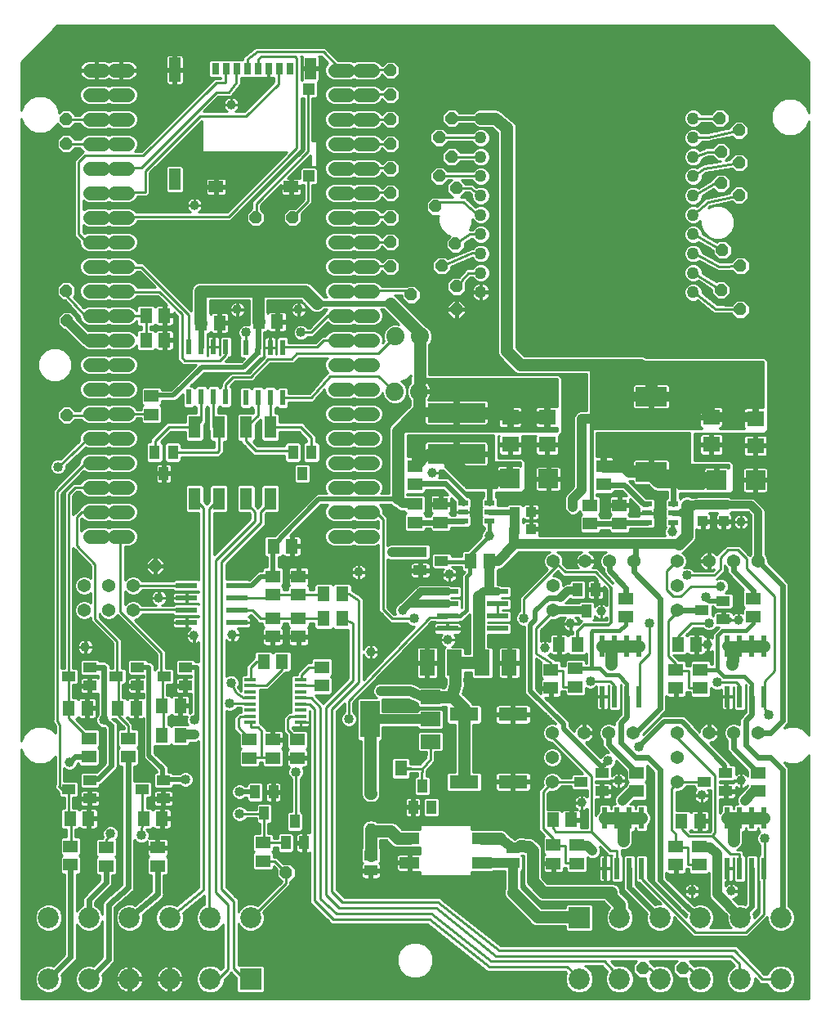
<source format=gtl>
G75*
%MOIN*%
%OFA0B0*%
%FSLAX25Y25*%
%IPPOS*%
%LPD*%
%AMOC8*
5,1,8,0,0,1.08239X$1,22.5*
%
%ADD10C,0.08600*%
%ADD11R,0.08600X0.08600*%
%ADD12C,0.05000*%
%ADD13R,0.02362X0.08661*%
%ADD14R,0.02362X0.06299*%
%ADD15R,0.08661X0.02362*%
%ADD16R,0.03150X0.04882*%
%ADD17R,0.04528X0.09843*%
%ADD18R,0.04528X0.08661*%
%ADD19R,0.04567X0.04921*%
%ADD20R,0.04567X0.04724*%
%ADD21R,0.05906X0.04528*%
%ADD22R,0.05118X0.05906*%
%ADD23C,0.05400*%
%ADD24R,0.05512X0.03937*%
%ADD25R,0.05906X0.05118*%
%ADD26C,0.07400*%
%ADD27R,0.03937X0.05512*%
%ADD28OC8,0.05000*%
%ADD29R,0.05000X0.01500*%
%ADD30R,0.03937X0.02362*%
%ADD31R,0.07874X0.07874*%
%ADD32R,0.23622X0.07874*%
%ADD33R,0.12600X0.07900*%
%ADD34R,0.04331X0.03937*%
%ADD35R,0.03937X0.04331*%
%ADD36R,0.07087X0.06299*%
%ADD37R,0.04700X0.08700*%
%ADD38R,0.07874X0.05906*%
%ADD39R,0.07874X0.14961*%
%ADD40R,0.05000X0.06400*%
%ADD41R,0.07874X0.04724*%
%ADD42R,0.05200X0.04250*%
%ADD43R,0.11811X0.05512*%
%ADD44R,0.06299X0.10630*%
%ADD45C,0.05600*%
%ADD46R,0.02756X0.04724*%
%ADD47C,0.01000*%
%ADD48C,0.03962*%
%ADD49C,0.02400*%
%ADD50C,0.01600*%
%ADD51C,0.04000*%
%ADD52C,0.04000*%
%ADD53C,0.03200*%
%ADD54C,0.05000*%
%ADD55C,0.02000*%
%ADD56C,0.01200*%
%ADD57C,0.06600*%
D10*
X0106307Y0068480D03*
X0122803Y0068480D03*
X0139299Y0068480D03*
X0155795Y0068480D03*
X0172291Y0068480D03*
X0172291Y0093480D03*
X0188787Y0093480D03*
X0155795Y0093480D03*
X0139299Y0093480D03*
X0122803Y0093480D03*
X0106307Y0093480D03*
X0322842Y0068480D03*
X0339299Y0068480D03*
X0355756Y0068480D03*
X0372212Y0068480D03*
X0388669Y0068480D03*
X0405126Y0068480D03*
X0405126Y0093480D03*
X0388669Y0093480D03*
X0372212Y0093480D03*
X0355756Y0093480D03*
X0339299Y0093480D03*
D11*
X0322842Y0093480D03*
X0188787Y0068480D03*
D12*
X0282685Y0348401D03*
X0282685Y0356275D03*
X0282685Y0364149D03*
X0282685Y0372023D03*
X0282685Y0379897D03*
X0282685Y0387771D03*
X0282685Y0395645D03*
X0282685Y0403519D03*
X0282685Y0411393D03*
X0282685Y0419267D03*
X0369299Y0419267D03*
X0369299Y0411393D03*
X0369299Y0403519D03*
X0369299Y0395645D03*
X0369299Y0387771D03*
X0369299Y0379897D03*
X0369299Y0372023D03*
X0369299Y0364149D03*
X0369299Y0356275D03*
X0369299Y0348401D03*
D13*
X0383334Y0204071D03*
X0388334Y0204071D03*
X0393334Y0204071D03*
X0398334Y0204071D03*
X0398334Y0183598D03*
X0393334Y0183598D03*
X0388334Y0183598D03*
X0383334Y0183598D03*
X0347334Y0183598D03*
X0342334Y0183598D03*
X0337334Y0183598D03*
X0332334Y0183598D03*
X0332334Y0204071D03*
X0337334Y0204071D03*
X0342334Y0204071D03*
X0347334Y0204071D03*
X0348334Y0134071D03*
X0343334Y0134071D03*
X0338334Y0134071D03*
X0333334Y0134071D03*
X0333334Y0113598D03*
X0338334Y0113598D03*
X0343334Y0113598D03*
X0348334Y0113598D03*
X0383334Y0113598D03*
X0388334Y0113598D03*
X0393334Y0113598D03*
X0398334Y0113598D03*
X0398334Y0134071D03*
X0393334Y0134071D03*
X0388334Y0134071D03*
X0383334Y0134071D03*
D14*
X0201752Y0305413D03*
X0196752Y0305413D03*
X0191752Y0305413D03*
X0186752Y0305413D03*
X0178602Y0305689D03*
X0173602Y0305689D03*
X0168602Y0305689D03*
X0163602Y0305689D03*
X0163602Y0326161D03*
X0168602Y0326161D03*
X0173602Y0326161D03*
X0178602Y0326161D03*
X0186752Y0325885D03*
X0191752Y0325885D03*
X0196752Y0325885D03*
X0201752Y0325885D03*
D15*
X0183071Y0228834D03*
X0183071Y0223834D03*
X0183071Y0218834D03*
X0183071Y0213834D03*
X0162598Y0213834D03*
X0162598Y0218834D03*
X0162598Y0223834D03*
X0162598Y0228834D03*
X0269098Y0226334D03*
X0269098Y0221334D03*
X0269098Y0216334D03*
X0269098Y0211334D03*
X0289571Y0211334D03*
X0289571Y0216334D03*
X0289571Y0221334D03*
X0289571Y0226334D03*
D16*
X0204693Y0439535D03*
X0200362Y0439535D03*
X0196031Y0439535D03*
X0191700Y0439535D03*
X0187370Y0439535D03*
X0183039Y0439535D03*
X0178708Y0439535D03*
X0174378Y0439535D03*
D17*
X0157803Y0439043D03*
D18*
X0157803Y0394437D03*
X0213241Y0439634D03*
D19*
X0212527Y0431169D03*
D20*
X0212527Y0395736D03*
D21*
X0205283Y0391405D03*
X0174653Y0391405D03*
D22*
X0153574Y0338834D03*
X0146094Y0338834D03*
X0146094Y0328834D03*
X0153574Y0328834D03*
X0168594Y0335834D03*
X0176074Y0335834D03*
X0192094Y0336334D03*
X0199574Y0336334D03*
X0198094Y0244834D03*
X0205574Y0244834D03*
X0218594Y0225334D03*
X0226074Y0225334D03*
X0226074Y0215334D03*
X0218594Y0215334D03*
X0201574Y0197834D03*
X0194094Y0197834D03*
X0160074Y0179834D03*
X0152594Y0179834D03*
X0152594Y0167834D03*
X0160074Y0167834D03*
X0142074Y0178834D03*
X0134594Y0178834D03*
X0122074Y0178834D03*
X0114594Y0178834D03*
X0115094Y0133834D03*
X0122574Y0133834D03*
X0145094Y0133834D03*
X0152574Y0133834D03*
X0278594Y0238834D03*
X0286074Y0238834D03*
X0314594Y0204834D03*
X0322074Y0204834D03*
X0363094Y0204834D03*
X0370574Y0204834D03*
X0372074Y0132834D03*
X0364594Y0132834D03*
X0319574Y0133334D03*
X0312094Y0133334D03*
D23*
X0311834Y0148834D03*
X0311834Y0158834D03*
X0311834Y0168834D03*
X0324834Y0168834D03*
X0334834Y0168834D03*
X0344834Y0168834D03*
X0362834Y0168834D03*
X0362834Y0158834D03*
X0362834Y0148834D03*
X0375834Y0168834D03*
X0385834Y0168834D03*
X0395834Y0168834D03*
X0362834Y0218834D03*
X0362834Y0228834D03*
X0362834Y0238834D03*
X0375834Y0238834D03*
X0385834Y0238834D03*
X0395834Y0238834D03*
X0345334Y0238834D03*
X0335334Y0238834D03*
X0325334Y0238834D03*
X0312334Y0238834D03*
X0312334Y0228834D03*
X0312334Y0218834D03*
X0140834Y0218834D03*
X0130834Y0218834D03*
X0120834Y0218834D03*
X0120834Y0228834D03*
X0130834Y0228834D03*
X0140834Y0228834D03*
D24*
X0142665Y0195574D03*
X0142665Y0188094D03*
X0134004Y0191834D03*
X0123165Y0188094D03*
X0114504Y0191834D03*
X0123165Y0195574D03*
X0153504Y0191834D03*
X0162165Y0188094D03*
X0162165Y0195574D03*
X0153165Y0149574D03*
X0153165Y0142094D03*
X0144504Y0145834D03*
X0123165Y0142094D03*
X0114504Y0145834D03*
X0123165Y0149574D03*
X0258004Y0235094D03*
X0258004Y0242574D03*
X0266665Y0238834D03*
X0332165Y0152574D03*
X0323504Y0148834D03*
X0332165Y0145094D03*
X0374004Y0148834D03*
X0382665Y0145094D03*
X0382665Y0152574D03*
X0381665Y0215094D03*
X0381665Y0222574D03*
X0373004Y0218834D03*
D25*
X0393834Y0216094D03*
X0393834Y0223574D03*
X0372334Y0194574D03*
X0372334Y0187094D03*
X0362334Y0187094D03*
X0362334Y0194574D03*
X0341834Y0216094D03*
X0341834Y0223574D03*
X0339334Y0254094D03*
X0339334Y0261574D03*
X0332834Y0270094D03*
X0332834Y0277574D03*
X0327334Y0261574D03*
X0327334Y0254094D03*
X0321334Y0195074D03*
X0321334Y0187594D03*
X0311334Y0187094D03*
X0311334Y0194574D03*
X0346334Y0152574D03*
X0346334Y0145094D03*
X0362334Y0122574D03*
X0362334Y0115094D03*
X0371834Y0115094D03*
X0371834Y0122574D03*
X0395834Y0145094D03*
X0395834Y0152574D03*
X0321834Y0123074D03*
X0321834Y0115594D03*
X0312334Y0115594D03*
X0312334Y0123074D03*
X0217834Y0188094D03*
X0217834Y0195574D03*
X0208334Y0208094D03*
X0208334Y0215574D03*
X0208334Y0225094D03*
X0208334Y0232574D03*
X0197834Y0232574D03*
X0197834Y0225094D03*
X0197834Y0215574D03*
X0197834Y0208094D03*
X0197834Y0166074D03*
X0197834Y0158594D03*
X0188334Y0158594D03*
X0188334Y0166074D03*
X0207834Y0166074D03*
X0207834Y0158594D03*
X0193834Y0124074D03*
X0193834Y0116594D03*
X0150834Y0114594D03*
X0150834Y0122074D03*
X0129834Y0122074D03*
X0129834Y0114594D03*
X0115334Y0115094D03*
X0115334Y0122574D03*
X0122834Y0159094D03*
X0122834Y0166574D03*
X0138834Y0166574D03*
X0138834Y0159094D03*
X0255834Y0254594D03*
X0255834Y0262074D03*
X0255834Y0270094D03*
X0255834Y0277574D03*
X0266334Y0262074D03*
X0266334Y0254594D03*
X0148334Y0298594D03*
X0148334Y0306074D03*
D26*
X0247534Y0307834D03*
X0257534Y0307834D03*
X0257834Y0330334D03*
X0247834Y0330334D03*
D27*
X0213574Y0283165D03*
X0206094Y0283165D03*
X0209834Y0274504D03*
X0157074Y0283165D03*
X0149594Y0283165D03*
X0153334Y0274504D03*
X0258834Y0147165D03*
X0255094Y0138504D03*
X0262574Y0138504D03*
X0210574Y0124004D03*
X0206834Y0132665D03*
X0203094Y0124004D03*
X0194334Y0136004D03*
X0190594Y0144665D03*
X0198074Y0144665D03*
X0322094Y0227165D03*
X0325834Y0218504D03*
X0329574Y0227165D03*
D28*
X0272740Y0341401D03*
X0272795Y0350775D03*
X0266740Y0359149D03*
X0272295Y0368023D03*
X0264240Y0383397D03*
X0272795Y0390771D03*
X0265740Y0395645D03*
X0270795Y0403519D03*
X0265740Y0411433D03*
X0270795Y0419274D03*
X0245834Y0418834D03*
X0245834Y0408834D03*
X0245834Y0398834D03*
X0245834Y0388834D03*
X0245834Y0378834D03*
X0245834Y0368834D03*
X0245834Y0358834D03*
X0254334Y0347334D03*
X0205834Y0378834D03*
X0190834Y0378834D03*
X0245834Y0428834D03*
X0245834Y0438834D03*
X0113504Y0418882D03*
X0113504Y0408882D03*
X0113504Y0348882D03*
X0113834Y0336834D03*
X0113756Y0298267D03*
X0149834Y0236834D03*
X0203334Y0111834D03*
X0348834Y0072834D03*
X0365334Y0072834D03*
X0388586Y0341401D03*
X0380744Y0349275D03*
X0388578Y0359149D03*
X0381244Y0365531D03*
X0388078Y0387889D03*
X0380744Y0392756D03*
X0388086Y0401137D03*
X0380744Y0405559D03*
X0388086Y0414393D03*
X0380244Y0419267D03*
D29*
X0209071Y0190584D03*
X0209071Y0188084D03*
X0209071Y0185584D03*
X0209071Y0183084D03*
X0209071Y0180584D03*
X0209071Y0178084D03*
X0209071Y0175584D03*
X0209071Y0173084D03*
X0188598Y0173084D03*
X0188598Y0175584D03*
X0188598Y0178084D03*
X0188598Y0180584D03*
X0188598Y0183084D03*
X0188598Y0185584D03*
X0188598Y0188084D03*
X0188598Y0190584D03*
D30*
X0275421Y0255094D03*
X0275421Y0258834D03*
X0275421Y0262574D03*
X0286248Y0262574D03*
X0286248Y0258834D03*
X0286248Y0255094D03*
X0350421Y0254594D03*
X0350421Y0258334D03*
X0350421Y0262074D03*
X0361248Y0262074D03*
X0361248Y0258334D03*
X0361248Y0254594D03*
D31*
X0378960Y0271834D03*
X0394708Y0271834D03*
X0310208Y0272334D03*
X0294460Y0272334D03*
D32*
X0272834Y0282370D03*
X0272834Y0299299D03*
D33*
X0352334Y0305684D03*
X0352334Y0274984D03*
D34*
X0303181Y0258834D03*
X0296488Y0258834D03*
X0296488Y0251834D03*
X0303181Y0251834D03*
D35*
X0373334Y0254988D03*
X0373334Y0261681D03*
X0381834Y0261681D03*
X0381834Y0254988D03*
D36*
X0376834Y0286323D03*
X0376834Y0297346D03*
X0394834Y0296846D03*
X0394834Y0285823D03*
X0309834Y0286323D03*
X0309834Y0297346D03*
X0294834Y0297346D03*
X0294834Y0286323D03*
D37*
X0196784Y0293384D03*
X0186884Y0293384D03*
X0175784Y0293384D03*
X0165884Y0293384D03*
X0165884Y0264284D03*
X0175784Y0264284D03*
X0186884Y0264284D03*
X0196784Y0264284D03*
D38*
X0262236Y0183389D03*
X0262236Y0174334D03*
X0262236Y0165279D03*
D39*
X0237433Y0174334D03*
D40*
X0237584Y0154334D03*
X0250084Y0154334D03*
D41*
X0253571Y0125834D03*
X0253571Y0115834D03*
X0283098Y0115834D03*
X0283098Y0125834D03*
D42*
X0295834Y0121959D03*
X0295834Y0115709D03*
X0237834Y0112709D03*
X0237834Y0118959D03*
D43*
X0275834Y0148834D03*
X0295834Y0148834D03*
X0295834Y0176334D03*
X0275834Y0176334D03*
D44*
X0271846Y0197334D03*
X0283323Y0197334D03*
X0294346Y0197334D03*
X0260823Y0197334D03*
D45*
X0238634Y0248834D02*
X0233034Y0248834D01*
X0228634Y0248834D02*
X0223034Y0248834D01*
X0223034Y0258834D02*
X0228634Y0258834D01*
X0233034Y0258834D02*
X0238634Y0258834D01*
X0238634Y0268834D02*
X0233034Y0268834D01*
X0228634Y0268834D02*
X0223034Y0268834D01*
X0223034Y0278834D02*
X0228634Y0278834D01*
X0233034Y0278834D02*
X0238634Y0278834D01*
X0238634Y0288834D02*
X0233034Y0288834D01*
X0228634Y0288834D02*
X0223034Y0288834D01*
X0223034Y0298834D02*
X0228634Y0298834D01*
X0233034Y0298834D02*
X0238634Y0298834D01*
X0238634Y0308834D02*
X0233034Y0308834D01*
X0228634Y0308834D02*
X0223034Y0308834D01*
X0223034Y0318834D02*
X0228634Y0318834D01*
X0233034Y0318834D02*
X0238634Y0318834D01*
X0238634Y0328834D02*
X0233034Y0328834D01*
X0228634Y0328834D02*
X0223034Y0328834D01*
X0223034Y0338834D02*
X0228634Y0338834D01*
X0233034Y0338834D02*
X0238634Y0338834D01*
X0238634Y0348834D02*
X0233034Y0348834D01*
X0228634Y0348834D02*
X0223034Y0348834D01*
X0223034Y0358834D02*
X0228634Y0358834D01*
X0233034Y0358834D02*
X0238634Y0358834D01*
X0238634Y0368834D02*
X0233034Y0368834D01*
X0228634Y0368834D02*
X0223034Y0368834D01*
X0223034Y0378834D02*
X0228634Y0378834D01*
X0233034Y0378834D02*
X0238634Y0378834D01*
X0238634Y0388834D02*
X0233034Y0388834D01*
X0228634Y0388834D02*
X0223034Y0388834D01*
X0223034Y0398834D02*
X0228634Y0398834D01*
X0233034Y0398834D02*
X0238634Y0398834D01*
X0238634Y0408834D02*
X0233034Y0408834D01*
X0228634Y0408834D02*
X0223034Y0408834D01*
X0223034Y0418834D02*
X0228634Y0418834D01*
X0233034Y0418834D02*
X0238634Y0418834D01*
X0238634Y0428834D02*
X0233034Y0428834D01*
X0228634Y0428834D02*
X0223034Y0428834D01*
X0223034Y0438834D02*
X0228634Y0438834D01*
X0233034Y0438834D02*
X0238634Y0438834D01*
X0138634Y0438834D02*
X0133034Y0438834D01*
X0128634Y0438834D02*
X0123034Y0438834D01*
X0123034Y0428834D02*
X0128634Y0428834D01*
X0133034Y0428834D02*
X0138634Y0428834D01*
X0138634Y0418834D02*
X0133034Y0418834D01*
X0128634Y0418834D02*
X0123034Y0418834D01*
X0123034Y0408834D02*
X0128634Y0408834D01*
X0133034Y0408834D02*
X0138634Y0408834D01*
X0138634Y0398834D02*
X0133034Y0398834D01*
X0128634Y0398834D02*
X0123034Y0398834D01*
X0123034Y0388834D02*
X0128634Y0388834D01*
X0133034Y0388834D02*
X0138634Y0388834D01*
X0138634Y0378834D02*
X0133034Y0378834D01*
X0128634Y0378834D02*
X0123034Y0378834D01*
X0123034Y0368834D02*
X0128634Y0368834D01*
X0133034Y0368834D02*
X0138634Y0368834D01*
X0138634Y0358834D02*
X0133034Y0358834D01*
X0128634Y0358834D02*
X0123034Y0358834D01*
X0123034Y0348834D02*
X0128634Y0348834D01*
X0133034Y0348834D02*
X0138634Y0348834D01*
X0138634Y0338834D02*
X0133034Y0338834D01*
X0128634Y0338834D02*
X0123034Y0338834D01*
X0123034Y0328834D02*
X0128634Y0328834D01*
X0133034Y0328834D02*
X0138634Y0328834D01*
X0138634Y0318834D02*
X0133034Y0318834D01*
X0128634Y0318834D02*
X0123034Y0318834D01*
X0123034Y0308834D02*
X0128634Y0308834D01*
X0133034Y0308834D02*
X0138634Y0308834D01*
X0138634Y0298834D02*
X0133034Y0298834D01*
X0128634Y0298834D02*
X0123034Y0298834D01*
X0123034Y0288834D02*
X0128634Y0288834D01*
X0133034Y0288834D02*
X0138634Y0288834D01*
X0138634Y0278834D02*
X0133034Y0278834D01*
X0128634Y0278834D02*
X0123034Y0278834D01*
X0123034Y0268834D02*
X0128634Y0268834D01*
X0133034Y0268834D02*
X0138634Y0268834D01*
X0138634Y0258834D02*
X0133034Y0258834D01*
X0128634Y0258834D02*
X0123034Y0258834D01*
X0123034Y0248834D02*
X0128634Y0248834D01*
X0133034Y0248834D02*
X0138634Y0248834D01*
D46*
X0237834Y0144118D03*
X0237834Y0129551D03*
D47*
X0095084Y0162164D02*
X0095084Y0060584D01*
X0416584Y0060584D01*
X0416584Y0159750D01*
X0416446Y0159416D01*
X0414252Y0157222D01*
X0411386Y0156035D01*
X0408283Y0156035D01*
X0406381Y0156823D01*
X0407250Y0155954D01*
X0407954Y0155250D01*
X0408334Y0154332D01*
X0408334Y0098191D01*
X0409873Y0096652D01*
X0410726Y0094594D01*
X0410726Y0092366D01*
X0409873Y0090308D01*
X0408298Y0088733D01*
X0406240Y0087880D01*
X0404012Y0087880D01*
X0401954Y0088733D01*
X0400378Y0090308D01*
X0399526Y0092366D01*
X0399526Y0093780D01*
X0398780Y0093034D01*
X0391580Y0085834D01*
X0369389Y0085834D01*
X0368334Y0086889D01*
X0361356Y0093867D01*
X0361356Y0092366D01*
X0360503Y0090308D01*
X0358928Y0088733D01*
X0356869Y0087880D01*
X0354642Y0087880D01*
X0352583Y0088733D01*
X0351008Y0090308D01*
X0350156Y0092366D01*
X0350156Y0094594D01*
X0350434Y0095266D01*
X0341918Y0103782D01*
X0341918Y0103782D01*
X0341215Y0104485D01*
X0340834Y0105404D01*
X0340834Y0114095D01*
X0340853Y0114141D01*
X0340853Y0118467D01*
X0341615Y0119229D01*
X0345054Y0119229D01*
X0345815Y0118467D01*
X0345815Y0114141D01*
X0345834Y0114095D01*
X0345834Y0106937D01*
X0353970Y0098802D01*
X0354642Y0099080D01*
X0356143Y0099080D01*
X0347256Y0107967D01*
X0346615Y0107967D01*
X0345853Y0108729D01*
X0345853Y0118467D01*
X0346615Y0119229D01*
X0350054Y0119229D01*
X0350815Y0118467D01*
X0350815Y0109499D01*
X0366612Y0093702D01*
X0366612Y0094594D01*
X0366700Y0094806D01*
X0364883Y0096315D01*
X0364773Y0096361D01*
X0364503Y0096630D01*
X0364209Y0096874D01*
X0364154Y0096979D01*
X0353715Y0107418D01*
X0353334Y0108337D01*
X0353334Y0152799D01*
X0350587Y0155546D01*
X0350587Y0149477D01*
X0349944Y0148834D01*
X0350587Y0148192D01*
X0350587Y0141997D01*
X0349826Y0141235D01*
X0345152Y0141235D01*
X0343618Y0139701D01*
X0345054Y0139701D01*
X0345815Y0138940D01*
X0345815Y0137871D01*
X0345853Y0137871D01*
X0345853Y0138940D01*
X0346615Y0139701D01*
X0350054Y0139701D01*
X0350815Y0138940D01*
X0350815Y0136963D01*
X0351556Y0136223D01*
X0352134Y0134826D01*
X0352134Y0133315D01*
X0351556Y0131918D01*
X0350815Y0131178D01*
X0350815Y0129201D01*
X0350054Y0128440D01*
X0346615Y0128440D01*
X0345853Y0129201D01*
X0345853Y0130271D01*
X0345815Y0130271D01*
X0345815Y0129201D01*
X0345054Y0128440D01*
X0344634Y0128440D01*
X0344634Y0124078D01*
X0344056Y0122682D01*
X0342987Y0121613D01*
X0341590Y0121034D01*
X0340084Y0121034D01*
X0340084Y0120741D01*
X0340095Y0119187D01*
X0340815Y0118467D01*
X0340815Y0108729D01*
X0340054Y0107967D01*
X0336615Y0107967D01*
X0335853Y0108729D01*
X0335853Y0118467D01*
X0336320Y0118934D01*
X0336123Y0118934D01*
X0336118Y0118929D01*
X0335378Y0118934D01*
X0335331Y0118934D01*
X0335546Y0118719D01*
X0335715Y0118426D01*
X0335803Y0118098D01*
X0335803Y0113689D01*
X0333425Y0113689D01*
X0333244Y0113689D01*
X0333244Y0119216D01*
X0331984Y0119216D01*
X0331656Y0119128D01*
X0331363Y0118959D01*
X0331123Y0118719D01*
X0330954Y0118426D01*
X0330866Y0118098D01*
X0330866Y0113689D01*
X0333244Y0113689D01*
X0333244Y0113508D01*
X0330866Y0113508D01*
X0330866Y0109098D01*
X0330954Y0108770D01*
X0331123Y0108477D01*
X0331363Y0108237D01*
X0331656Y0108068D01*
X0331984Y0107980D01*
X0333244Y0107980D01*
X0333244Y0113507D01*
X0333425Y0113507D01*
X0333425Y0107980D01*
X0334685Y0107980D01*
X0335012Y0108068D01*
X0335306Y0108237D01*
X0335546Y0108477D01*
X0335715Y0108770D01*
X0335803Y0109098D01*
X0335803Y0113508D01*
X0333425Y0113508D01*
X0333425Y0113689D01*
X0333425Y0119216D01*
X0334354Y0119216D01*
X0334108Y0119465D01*
X0333584Y0119989D01*
X0333584Y0119996D01*
X0331098Y0122515D01*
X0331584Y0121341D01*
X0331584Y0120028D01*
X0331082Y0118815D01*
X0330154Y0117887D01*
X0328941Y0117384D01*
X0327628Y0117384D01*
X0326415Y0117887D01*
X0326087Y0118215D01*
X0326087Y0112497D01*
X0325326Y0111735D01*
X0318343Y0111735D01*
X0317582Y0112497D01*
X0317582Y0113875D01*
X0317117Y0113884D01*
X0316574Y0113884D01*
X0316574Y0112866D01*
X0316487Y0112538D01*
X0316317Y0112245D01*
X0316078Y0112005D01*
X0315784Y0111835D01*
X0315457Y0111748D01*
X0312834Y0111748D01*
X0312834Y0115094D01*
X0311834Y0115094D01*
X0308094Y0115094D01*
X0308094Y0112866D01*
X0308182Y0112538D01*
X0308351Y0112245D01*
X0308591Y0112005D01*
X0308885Y0111835D01*
X0309212Y0111748D01*
X0311834Y0111748D01*
X0311834Y0115094D01*
X0311834Y0116094D01*
X0308094Y0116094D01*
X0308094Y0118323D01*
X0308182Y0118650D01*
X0308351Y0118944D01*
X0308591Y0119183D01*
X0308771Y0119287D01*
X0308082Y0119977D01*
X0308082Y0126172D01*
X0308666Y0126757D01*
X0307289Y0128134D01*
X0306234Y0129189D01*
X0306234Y0145530D01*
X0308100Y0147396D01*
X0307834Y0148039D01*
X0307834Y0149630D01*
X0308443Y0151100D01*
X0309568Y0152225D01*
X0311039Y0152834D01*
X0312630Y0152834D01*
X0314100Y0152225D01*
X0315225Y0151100D01*
X0315418Y0150634D01*
X0319448Y0150634D01*
X0319448Y0151341D01*
X0320209Y0152103D01*
X0324270Y0152103D01*
X0311539Y0164834D01*
X0311039Y0164834D01*
X0309568Y0165443D01*
X0308443Y0166568D01*
X0307834Y0168039D01*
X0307834Y0169630D01*
X0308443Y0171100D01*
X0309568Y0172225D01*
X0311039Y0172834D01*
X0312630Y0172834D01*
X0313298Y0172558D01*
X0301806Y0183634D01*
X0301782Y0183634D01*
X0301123Y0184293D01*
X0300452Y0184940D01*
X0300452Y0184964D01*
X0300434Y0184982D01*
X0300434Y0185913D01*
X0300417Y0186845D01*
X0300434Y0186862D01*
X0300434Y0212284D01*
X0299528Y0212284D01*
X0298315Y0212787D01*
X0297387Y0213715D01*
X0296884Y0214928D01*
X0296884Y0216241D01*
X0297387Y0217454D01*
X0298315Y0218382D01*
X0298384Y0218411D01*
X0298384Y0224080D01*
X0309908Y0235604D01*
X0308943Y0236568D01*
X0308334Y0238039D01*
X0308334Y0239630D01*
X0308943Y0241100D01*
X0310068Y0242225D01*
X0310814Y0242534D01*
X0298201Y0242534D01*
X0291704Y0236037D01*
X0290491Y0235534D01*
X0289934Y0235534D01*
X0289934Y0235343D01*
X0289374Y0234784D01*
X0289374Y0229234D01*
X0290147Y0229234D01*
X0291159Y0228815D01*
X0294440Y0228815D01*
X0295201Y0228054D01*
X0295201Y0224615D01*
X0294440Y0223853D01*
X0291159Y0223853D01*
X0291067Y0223815D01*
X0294440Y0223815D01*
X0295201Y0223054D01*
X0295201Y0219615D01*
X0294440Y0218853D01*
X0291384Y0218853D01*
X0291384Y0218815D01*
X0294440Y0218815D01*
X0295201Y0218054D01*
X0295201Y0214615D01*
X0294440Y0213853D01*
X0285634Y0213853D01*
X0285634Y0213815D01*
X0294440Y0213815D01*
X0295201Y0213054D01*
X0295201Y0209615D01*
X0294440Y0208853D01*
X0285634Y0208853D01*
X0285634Y0203949D01*
X0287011Y0203949D01*
X0287772Y0203188D01*
X0287772Y0191481D01*
X0287011Y0190719D01*
X0279634Y0190719D01*
X0278873Y0191481D01*
X0278873Y0193534D01*
X0276296Y0193534D01*
X0276296Y0191481D01*
X0275986Y0191171D01*
X0276127Y0188572D01*
X0276178Y0187850D01*
X0276168Y0187818D01*
X0276170Y0187785D01*
X0275929Y0187103D01*
X0275182Y0184861D01*
X0279056Y0180987D01*
X0279303Y0180390D01*
X0282278Y0180390D01*
X0283040Y0179629D01*
X0283040Y0173040D01*
X0282278Y0172278D01*
X0279634Y0172278D01*
X0279634Y0152890D01*
X0282278Y0152890D01*
X0283040Y0152129D01*
X0283040Y0145540D01*
X0282278Y0144778D01*
X0269390Y0144778D01*
X0268629Y0145540D01*
X0268629Y0152129D01*
X0269390Y0152890D01*
X0272034Y0152890D01*
X0272034Y0172278D01*
X0269390Y0172278D01*
X0268629Y0173040D01*
X0268629Y0179589D01*
X0267164Y0179589D01*
X0266711Y0179137D01*
X0257760Y0179137D01*
X0256999Y0179898D01*
X0256999Y0180752D01*
X0253040Y0182634D01*
X0242389Y0182634D01*
X0242670Y0182353D01*
X0242670Y0177634D01*
X0256999Y0177634D01*
X0256999Y0177826D01*
X0257760Y0178587D01*
X0266711Y0178587D01*
X0267473Y0177826D01*
X0267473Y0170843D01*
X0266711Y0170082D01*
X0257760Y0170082D01*
X0256999Y0170843D01*
X0256999Y0171034D01*
X0242670Y0171034D01*
X0242670Y0166316D01*
X0241908Y0165554D01*
X0241384Y0165554D01*
X0241384Y0145477D01*
X0241634Y0144874D01*
X0241634Y0143362D01*
X0241056Y0141965D01*
X0240512Y0141422D01*
X0240512Y0141217D01*
X0239751Y0140456D01*
X0238923Y0140456D01*
X0238590Y0140318D01*
X0236828Y0140318D01*
X0236496Y0140456D01*
X0235918Y0140456D01*
X0235509Y0140864D01*
X0235432Y0140896D01*
X0234363Y0141965D01*
X0233784Y0143362D01*
X0233784Y0165554D01*
X0232957Y0165554D01*
X0232196Y0166316D01*
X0232196Y0182353D01*
X0232957Y0183115D01*
X0240068Y0183115D01*
X0240015Y0183137D01*
X0239087Y0184065D01*
X0238584Y0185278D01*
X0238584Y0186591D01*
X0239087Y0187804D01*
X0240015Y0188732D01*
X0241228Y0189234D01*
X0253215Y0189234D01*
X0253297Y0189264D01*
X0253869Y0189234D01*
X0254441Y0189234D01*
X0254521Y0189201D01*
X0254608Y0189196D01*
X0255125Y0188951D01*
X0255654Y0188732D01*
X0255715Y0188670D01*
X0257878Y0187642D01*
X0266711Y0187642D01*
X0267164Y0187189D01*
X0267947Y0187189D01*
X0268501Y0188850D01*
X0268399Y0190719D01*
X0268158Y0190719D01*
X0267397Y0191481D01*
X0267397Y0203188D01*
X0268041Y0203832D01*
X0267786Y0203938D01*
X0267251Y0204295D01*
X0266795Y0204751D01*
X0266438Y0205286D01*
X0266191Y0205881D01*
X0266066Y0206512D01*
X0266066Y0206744D01*
X0269244Y0206744D01*
X0269244Y0206925D01*
X0266066Y0206925D01*
X0266066Y0207156D01*
X0266191Y0207788D01*
X0266438Y0208383D01*
X0266761Y0208866D01*
X0264598Y0208866D01*
X0264270Y0208954D01*
X0263977Y0209123D01*
X0263737Y0209363D01*
X0263568Y0209656D01*
X0263480Y0209984D01*
X0263480Y0211244D01*
X0269007Y0211244D01*
X0269007Y0211425D01*
X0263480Y0211425D01*
X0263480Y0212685D01*
X0263568Y0213012D01*
X0263737Y0213306D01*
X0263977Y0213546D01*
X0264270Y0213715D01*
X0264598Y0213803D01*
X0269008Y0213803D01*
X0269008Y0211425D01*
X0269189Y0211425D01*
X0274716Y0211425D01*
X0274716Y0212685D01*
X0274628Y0213012D01*
X0274459Y0213306D01*
X0274219Y0213546D01*
X0273926Y0213715D01*
X0273598Y0213803D01*
X0269189Y0213803D01*
X0269189Y0211425D01*
X0269189Y0211244D01*
X0274716Y0211244D01*
X0274716Y0209984D01*
X0274628Y0209656D01*
X0274459Y0209363D01*
X0274219Y0209123D01*
X0273926Y0208954D01*
X0273598Y0208866D01*
X0271908Y0208866D01*
X0272231Y0208383D01*
X0272477Y0207788D01*
X0272603Y0207156D01*
X0272603Y0206925D01*
X0269425Y0206925D01*
X0269425Y0206744D01*
X0272603Y0206744D01*
X0272603Y0206512D01*
X0272477Y0205881D01*
X0272231Y0205286D01*
X0271873Y0204751D01*
X0271418Y0204295D01*
X0270900Y0203949D01*
X0275534Y0203949D01*
X0276296Y0203188D01*
X0276296Y0201134D01*
X0278034Y0201134D01*
X0278034Y0217064D01*
X0277704Y0216734D01*
X0275204Y0214234D01*
X0274348Y0214234D01*
X0273967Y0213853D01*
X0264229Y0213853D01*
X0263998Y0214084D01*
X0262546Y0214084D01*
X0230634Y0181204D01*
X0230634Y0177311D01*
X0230704Y0177282D01*
X0231632Y0176354D01*
X0232134Y0175141D01*
X0232134Y0173828D01*
X0231632Y0172615D01*
X0230704Y0171687D01*
X0229491Y0171184D01*
X0228178Y0171184D01*
X0226965Y0171687D01*
X0226037Y0172615D01*
X0225534Y0173828D01*
X0225534Y0175141D01*
X0226037Y0176354D01*
X0226965Y0177282D01*
X0227034Y0177311D01*
X0227034Y0180933D01*
X0223734Y0177633D01*
X0223734Y0105036D01*
X0227036Y0101734D01*
X0265084Y0101734D01*
X0265784Y0101821D01*
X0265895Y0101734D01*
X0266036Y0101734D01*
X0266534Y0101236D01*
X0290895Y0082234D01*
X0385404Y0082234D01*
X0385422Y0082252D01*
X0386229Y0082234D01*
X0387036Y0082234D01*
X0387053Y0082216D01*
X0387079Y0082216D01*
X0387637Y0081633D01*
X0388207Y0081063D01*
X0388207Y0081037D01*
X0398315Y0070480D01*
X0399676Y0070480D01*
X0400209Y0071765D01*
X0401840Y0073397D01*
X0403972Y0074280D01*
X0406279Y0074280D01*
X0408411Y0073397D01*
X0410043Y0071765D01*
X0410926Y0069634D01*
X0410926Y0067326D01*
X0410043Y0065195D01*
X0408411Y0063563D01*
X0406279Y0062680D01*
X0403972Y0062680D01*
X0401840Y0063563D01*
X0400209Y0065195D01*
X0399676Y0066480D01*
X0398265Y0066480D01*
X0398246Y0066462D01*
X0397440Y0066480D01*
X0396633Y0066480D01*
X0396615Y0066498D01*
X0396590Y0066498D01*
X0396032Y0067081D01*
X0395461Y0067652D01*
X0395461Y0067677D01*
X0394469Y0068713D01*
X0394469Y0067326D01*
X0393586Y0065195D01*
X0391954Y0063563D01*
X0389823Y0062680D01*
X0387515Y0062680D01*
X0385384Y0063563D01*
X0383752Y0065195D01*
X0382869Y0067326D01*
X0382869Y0069634D01*
X0383752Y0071765D01*
X0385384Y0073397D01*
X0386241Y0073752D01*
X0386234Y0073833D01*
X0384133Y0075934D01*
X0367891Y0075934D01*
X0369334Y0074491D01*
X0369334Y0074163D01*
X0369756Y0073741D01*
X0371059Y0074280D01*
X0373366Y0074280D01*
X0375498Y0073397D01*
X0377129Y0071765D01*
X0378012Y0069634D01*
X0378012Y0067326D01*
X0377129Y0065195D01*
X0375498Y0063563D01*
X0373366Y0062680D01*
X0371059Y0062680D01*
X0368927Y0063563D01*
X0367295Y0065195D01*
X0366412Y0067326D01*
X0366412Y0068834D01*
X0363677Y0068834D01*
X0361334Y0071177D01*
X0361334Y0074491D01*
X0362777Y0075934D01*
X0351391Y0075934D01*
X0352834Y0074491D01*
X0352834Y0074463D01*
X0353481Y0073816D01*
X0354602Y0074280D01*
X0356909Y0074280D01*
X0359041Y0073397D01*
X0360673Y0071765D01*
X0361556Y0069634D01*
X0361556Y0067326D01*
X0360673Y0065195D01*
X0359041Y0063563D01*
X0356909Y0062680D01*
X0354602Y0062680D01*
X0352470Y0063563D01*
X0350839Y0065195D01*
X0349956Y0067326D01*
X0349956Y0068834D01*
X0347177Y0068834D01*
X0344834Y0071177D01*
X0344834Y0074491D01*
X0346277Y0075934D01*
X0335741Y0075934D01*
X0337507Y0074015D01*
X0338145Y0074280D01*
X0340453Y0074280D01*
X0342584Y0073397D01*
X0344216Y0071765D01*
X0345099Y0069634D01*
X0345099Y0067326D01*
X0344216Y0065195D01*
X0342584Y0063563D01*
X0340453Y0062680D01*
X0338145Y0062680D01*
X0336013Y0063563D01*
X0334382Y0065195D01*
X0333499Y0067326D01*
X0333499Y0069634D01*
X0334307Y0071585D01*
X0332330Y0073734D01*
X0325313Y0073734D01*
X0326128Y0073397D01*
X0327759Y0071765D01*
X0328642Y0069634D01*
X0328642Y0067326D01*
X0327759Y0065195D01*
X0326128Y0063563D01*
X0323996Y0062680D01*
X0321688Y0062680D01*
X0319557Y0063563D01*
X0317925Y0065195D01*
X0317042Y0067326D01*
X0317042Y0069634D01*
X0317625Y0071042D01*
X0317191Y0071434D01*
X0286320Y0071434D01*
X0285610Y0071354D01*
X0285508Y0071434D01*
X0285379Y0071434D01*
X0284873Y0071940D01*
X0261008Y0090934D01*
X0221633Y0090934D01*
X0220462Y0092106D01*
X0212934Y0099633D01*
X0212934Y0120020D01*
X0212712Y0119960D01*
X0211059Y0119960D01*
X0211059Y0123519D01*
X0210090Y0123519D01*
X0210090Y0119960D01*
X0208436Y0119960D01*
X0208109Y0120048D01*
X0207815Y0120218D01*
X0207576Y0120457D01*
X0207406Y0120751D01*
X0207319Y0121078D01*
X0207319Y0123519D01*
X0210090Y0123519D01*
X0210090Y0124488D01*
X0207319Y0124488D01*
X0207319Y0126929D01*
X0207406Y0127256D01*
X0207576Y0127550D01*
X0207815Y0127790D01*
X0208109Y0127959D01*
X0208436Y0128047D01*
X0210090Y0128047D01*
X0210090Y0124488D01*
X0211059Y0124488D01*
X0211059Y0128047D01*
X0212712Y0128047D01*
X0212934Y0127987D01*
X0212934Y0177633D01*
X0212871Y0177697D01*
X0212871Y0174296D01*
X0212799Y0174224D01*
X0212858Y0174004D01*
X0212858Y0173084D01*
X0209071Y0173084D01*
X0209071Y0173084D01*
X0209071Y0171047D01*
X0211740Y0171047D01*
X0212067Y0171135D01*
X0212361Y0171304D01*
X0212601Y0171544D01*
X0212770Y0171837D01*
X0212858Y0172165D01*
X0212858Y0173084D01*
X0209071Y0173084D01*
X0209070Y0173084D01*
X0209070Y0171047D01*
X0206401Y0171047D01*
X0206074Y0171135D01*
X0205784Y0171302D01*
X0205784Y0170830D01*
X0206681Y0169934D01*
X0211326Y0169934D01*
X0212087Y0169172D01*
X0212087Y0162977D01*
X0211397Y0162287D01*
X0211578Y0162183D01*
X0211817Y0161944D01*
X0211987Y0161650D01*
X0212074Y0161323D01*
X0212074Y0159094D01*
X0208334Y0159094D01*
X0208334Y0158094D01*
X0212074Y0158094D01*
X0212074Y0155866D01*
X0211987Y0155538D01*
X0211817Y0155245D01*
X0211578Y0155005D01*
X0211284Y0154835D01*
X0210957Y0154748D01*
X0210034Y0154748D01*
X0210534Y0153541D01*
X0210534Y0152228D01*
X0210032Y0151015D01*
X0209104Y0150087D01*
X0209034Y0150058D01*
X0209034Y0136721D01*
X0209341Y0136721D01*
X0210103Y0135959D01*
X0210103Y0129371D01*
X0209341Y0128609D01*
X0204327Y0128609D01*
X0203566Y0129371D01*
X0203566Y0135959D01*
X0204327Y0136721D01*
X0205434Y0136721D01*
X0205434Y0150058D01*
X0205365Y0150087D01*
X0204437Y0151015D01*
X0203934Y0152228D01*
X0203934Y0153541D01*
X0204437Y0154754D01*
X0204490Y0154807D01*
X0204385Y0154835D01*
X0204091Y0155005D01*
X0203851Y0155245D01*
X0203682Y0155538D01*
X0203594Y0155866D01*
X0203594Y0158094D01*
X0207334Y0158094D01*
X0207334Y0159094D01*
X0203594Y0159094D01*
X0203594Y0161323D01*
X0203682Y0161650D01*
X0203851Y0161944D01*
X0204091Y0162183D01*
X0204271Y0162287D01*
X0203582Y0162977D01*
X0203582Y0167941D01*
X0202184Y0169339D01*
X0202184Y0175230D01*
X0203239Y0176284D01*
X0204139Y0177184D01*
X0205271Y0177184D01*
X0205271Y0179013D01*
X0205071Y0179213D01*
X0205071Y0184456D01*
X0205271Y0184656D01*
X0205271Y0191873D01*
X0206032Y0192634D01*
X0207725Y0192634D01*
X0207712Y0193072D01*
X0207755Y0193119D01*
X0207757Y0193182D01*
X0208259Y0193656D01*
X0210792Y0196355D01*
X0210793Y0196400D01*
X0211298Y0196894D01*
X0211782Y0197410D01*
X0211827Y0197411D01*
X0211859Y0197443D01*
X0212566Y0197435D01*
X0213272Y0197457D01*
X0213305Y0197426D01*
X0213582Y0197423D01*
X0213582Y0198672D01*
X0214343Y0199434D01*
X0221326Y0199434D01*
X0222087Y0198672D01*
X0222087Y0192477D01*
X0221444Y0191834D01*
X0222087Y0191192D01*
X0222087Y0184997D01*
X0221326Y0184235D01*
X0215035Y0184235D01*
X0218063Y0181207D01*
X0218334Y0180936D01*
X0228434Y0191036D01*
X0228434Y0210882D01*
X0222894Y0210882D01*
X0222334Y0211441D01*
X0221775Y0210882D01*
X0215414Y0210882D01*
X0214535Y0211760D01*
X0214535Y0213574D01*
X0212787Y0213574D01*
X0212787Y0212394D01*
X0212077Y0211684D01*
X0212078Y0211683D01*
X0212317Y0211444D01*
X0212487Y0211150D01*
X0212574Y0210823D01*
X0212574Y0208594D01*
X0208834Y0208594D01*
X0208834Y0207594D01*
X0208834Y0204248D01*
X0211457Y0204248D01*
X0211784Y0204335D01*
X0212078Y0204505D01*
X0212317Y0204745D01*
X0212487Y0205038D01*
X0212574Y0205366D01*
X0212574Y0207594D01*
X0208834Y0207594D01*
X0207834Y0207594D01*
X0204094Y0207594D01*
X0204094Y0205366D01*
X0204182Y0205038D01*
X0204351Y0204745D01*
X0204591Y0204505D01*
X0204885Y0204335D01*
X0205212Y0204248D01*
X0207834Y0204248D01*
X0207834Y0207594D01*
X0207834Y0208594D01*
X0204094Y0208594D01*
X0204094Y0210823D01*
X0204182Y0211150D01*
X0204351Y0211444D01*
X0204591Y0211683D01*
X0204592Y0211684D01*
X0203882Y0212394D01*
X0203882Y0213574D01*
X0202287Y0213574D01*
X0202287Y0212394D01*
X0201577Y0211684D01*
X0201578Y0211683D01*
X0201817Y0211444D01*
X0201987Y0211150D01*
X0202074Y0210823D01*
X0202074Y0208594D01*
X0198334Y0208594D01*
X0198334Y0207594D01*
X0198334Y0204248D01*
X0200957Y0204248D01*
X0201284Y0204335D01*
X0201578Y0204505D01*
X0201817Y0204745D01*
X0201987Y0205038D01*
X0202074Y0205366D01*
X0202074Y0207594D01*
X0198334Y0207594D01*
X0197334Y0207594D01*
X0193594Y0207594D01*
X0193594Y0205366D01*
X0193682Y0205038D01*
X0193851Y0204745D01*
X0194091Y0204505D01*
X0194385Y0204335D01*
X0194712Y0204248D01*
X0197334Y0204248D01*
X0197334Y0207594D01*
X0197334Y0208594D01*
X0193594Y0208594D01*
X0193594Y0210823D01*
X0193682Y0211150D01*
X0193851Y0211444D01*
X0194091Y0211683D01*
X0194092Y0211684D01*
X0193382Y0212394D01*
X0193382Y0213531D01*
X0192828Y0213534D01*
X0192006Y0213534D01*
X0192001Y0213539D01*
X0191994Y0213539D01*
X0191415Y0214125D01*
X0190834Y0214706D01*
X0190834Y0214713D01*
X0188739Y0216834D01*
X0188704Y0216834D01*
X0188023Y0216153D01*
X0188005Y0216153D01*
X0188192Y0216046D01*
X0188431Y0215806D01*
X0188601Y0215512D01*
X0188689Y0215185D01*
X0188689Y0213925D01*
X0183161Y0213925D01*
X0183161Y0213744D01*
X0188689Y0213744D01*
X0188689Y0212484D01*
X0188601Y0212156D01*
X0188431Y0211863D01*
X0188192Y0211623D01*
X0187898Y0211454D01*
X0187571Y0211366D01*
X0183425Y0211366D01*
X0183873Y0210918D01*
X0184231Y0210383D01*
X0184477Y0209788D01*
X0184603Y0209156D01*
X0184603Y0208925D01*
X0181425Y0208925D01*
X0181425Y0208744D01*
X0184603Y0208744D01*
X0184603Y0208512D01*
X0184477Y0207881D01*
X0184231Y0207286D01*
X0183873Y0206751D01*
X0183418Y0206295D01*
X0182883Y0205938D01*
X0182288Y0205691D01*
X0181656Y0205566D01*
X0181425Y0205566D01*
X0181425Y0208744D01*
X0181244Y0208744D01*
X0181244Y0205566D01*
X0181012Y0205566D01*
X0180381Y0205691D01*
X0179786Y0205938D01*
X0179251Y0206295D01*
X0178795Y0206751D01*
X0178734Y0206842D01*
X0178734Y0191901D01*
X0178865Y0192032D01*
X0180078Y0192534D01*
X0181391Y0192534D01*
X0182604Y0192032D01*
X0183532Y0191104D01*
X0184034Y0189891D01*
X0184034Y0188578D01*
X0183632Y0187607D01*
X0184373Y0186209D01*
X0184798Y0185910D01*
X0184798Y0191873D01*
X0185560Y0192634D01*
X0186984Y0192634D01*
X0186984Y0196230D01*
X0189334Y0198580D01*
X0190235Y0199481D01*
X0190235Y0201326D01*
X0190997Y0202087D01*
X0197192Y0202087D01*
X0197834Y0201444D01*
X0198477Y0202087D01*
X0204672Y0202087D01*
X0205434Y0201326D01*
X0205434Y0194343D01*
X0204672Y0193582D01*
X0203131Y0193582D01*
X0202622Y0193126D01*
X0195830Y0186334D01*
X0192398Y0186334D01*
X0192398Y0172784D01*
X0192680Y0172784D01*
X0195084Y0170380D01*
X0195084Y0169921D01*
X0197334Y0169921D01*
X0197334Y0166575D01*
X0198334Y0166575D01*
X0198334Y0169921D01*
X0200957Y0169921D01*
X0201284Y0169833D01*
X0201578Y0169664D01*
X0201817Y0169424D01*
X0201987Y0169130D01*
X0202074Y0168803D01*
X0202074Y0166574D01*
X0198334Y0166574D01*
X0198334Y0165574D01*
X0202074Y0165574D01*
X0202074Y0163346D01*
X0201987Y0163018D01*
X0201817Y0162725D01*
X0201578Y0162485D01*
X0201397Y0162381D01*
X0202087Y0161692D01*
X0202087Y0155497D01*
X0201326Y0154735D01*
X0194343Y0154735D01*
X0193582Y0155497D01*
X0193582Y0156934D01*
X0192587Y0156934D01*
X0192587Y0155497D01*
X0191826Y0154735D01*
X0184843Y0154735D01*
X0184082Y0155497D01*
X0184082Y0161692D01*
X0184724Y0162334D01*
X0184082Y0162977D01*
X0184082Y0168091D01*
X0181934Y0170239D01*
X0181934Y0175230D01*
X0182989Y0176284D01*
X0183889Y0177184D01*
X0184798Y0177184D01*
X0184798Y0178984D01*
X0183061Y0178984D01*
X0183032Y0178915D01*
X0182104Y0177987D01*
X0180891Y0177484D01*
X0179578Y0177484D01*
X0178734Y0177834D01*
X0178734Y0106036D01*
X0182563Y0102207D01*
X0183734Y0101036D01*
X0183734Y0095915D01*
X0184040Y0096652D01*
X0185615Y0098227D01*
X0187673Y0099080D01*
X0189901Y0099080D01*
X0191586Y0098382D01*
X0201384Y0108180D01*
X0201384Y0108410D01*
X0199534Y0110260D01*
X0199534Y0113039D01*
X0198087Y0114486D01*
X0198087Y0113497D01*
X0197326Y0112735D01*
X0190343Y0112735D01*
X0189582Y0113497D01*
X0189582Y0119692D01*
X0190224Y0120334D01*
X0189582Y0120977D01*
X0189582Y0127172D01*
X0190343Y0127934D01*
X0192384Y0127934D01*
X0192384Y0131948D01*
X0191827Y0131948D01*
X0191066Y0132709D01*
X0191066Y0133984D01*
X0187061Y0133984D01*
X0187032Y0133915D01*
X0186104Y0132987D01*
X0184891Y0132484D01*
X0183578Y0132484D01*
X0182365Y0132987D01*
X0181437Y0133915D01*
X0180934Y0135128D01*
X0180934Y0136441D01*
X0181437Y0137654D01*
X0182365Y0138582D01*
X0183578Y0139084D01*
X0184891Y0139084D01*
X0186104Y0138582D01*
X0187032Y0137654D01*
X0187061Y0137584D01*
X0191066Y0137584D01*
X0191066Y0139298D01*
X0191827Y0140059D01*
X0196841Y0140059D01*
X0197603Y0139298D01*
X0197603Y0132709D01*
X0196841Y0131948D01*
X0195984Y0131948D01*
X0195984Y0127934D01*
X0197326Y0127934D01*
X0198087Y0127172D01*
X0198087Y0125884D01*
X0199826Y0125884D01*
X0199826Y0127298D01*
X0200587Y0128059D01*
X0205601Y0128059D01*
X0206363Y0127298D01*
X0206363Y0120709D01*
X0205601Y0119948D01*
X0200587Y0119948D01*
X0199826Y0120709D01*
X0199826Y0122284D01*
X0198087Y0122284D01*
X0198087Y0120977D01*
X0197444Y0120334D01*
X0198087Y0119692D01*
X0198087Y0118234D01*
X0199430Y0118234D01*
X0202030Y0115634D01*
X0204908Y0115634D01*
X0207134Y0113408D01*
X0207134Y0110260D01*
X0204984Y0108110D01*
X0204984Y0106689D01*
X0193948Y0095653D01*
X0194387Y0094594D01*
X0194387Y0092366D01*
X0193535Y0090308D01*
X0191959Y0088733D01*
X0189901Y0087880D01*
X0187673Y0087880D01*
X0185615Y0088733D01*
X0184040Y0090308D01*
X0183734Y0091045D01*
X0183734Y0074149D01*
X0183866Y0074280D01*
X0193708Y0074280D01*
X0194587Y0073401D01*
X0194587Y0063559D01*
X0193708Y0062680D01*
X0183866Y0062680D01*
X0182987Y0063559D01*
X0182987Y0068853D01*
X0180834Y0071006D01*
X0178091Y0068263D01*
X0178091Y0067326D01*
X0177208Y0065195D01*
X0175576Y0063563D01*
X0173445Y0062680D01*
X0171137Y0062680D01*
X0169006Y0063563D01*
X0167374Y0065195D01*
X0166491Y0067326D01*
X0166491Y0069634D01*
X0167374Y0071765D01*
X0169006Y0073397D01*
X0171137Y0074280D01*
X0173445Y0074280D01*
X0175576Y0073397D01*
X0176573Y0072401D01*
X0177434Y0073263D01*
X0177434Y0090741D01*
X0177208Y0090195D01*
X0175576Y0088563D01*
X0173445Y0087680D01*
X0171137Y0087680D01*
X0169006Y0088563D01*
X0167374Y0090195D01*
X0166491Y0092326D01*
X0166491Y0094634D01*
X0167374Y0096765D01*
X0169006Y0098397D01*
X0169734Y0098699D01*
X0169734Y0102322D01*
X0161237Y0095499D01*
X0161595Y0094634D01*
X0161595Y0092326D01*
X0160712Y0090195D01*
X0159080Y0088563D01*
X0156949Y0087680D01*
X0154641Y0087680D01*
X0152509Y0088563D01*
X0150878Y0090195D01*
X0149995Y0092326D01*
X0149995Y0094634D01*
X0150878Y0096765D01*
X0152509Y0098397D01*
X0154641Y0099280D01*
X0156949Y0099280D01*
X0158670Y0098567D01*
X0167634Y0105766D01*
X0167634Y0165379D01*
X0166441Y0164884D01*
X0163934Y0164884D01*
X0163934Y0164343D01*
X0163172Y0163582D01*
X0156977Y0163582D01*
X0156334Y0164224D01*
X0155692Y0163582D01*
X0149634Y0163582D01*
X0149634Y0160487D01*
X0155084Y0155037D01*
X0155084Y0152843D01*
X0156459Y0152843D01*
X0157221Y0152081D01*
X0157221Y0152054D01*
X0159702Y0152069D01*
X0160215Y0152582D01*
X0161428Y0153084D01*
X0162741Y0153084D01*
X0163954Y0152582D01*
X0164882Y0151654D01*
X0165384Y0150441D01*
X0165384Y0149128D01*
X0164882Y0147915D01*
X0163954Y0146987D01*
X0162741Y0146484D01*
X0161428Y0146484D01*
X0160215Y0146987D01*
X0159732Y0147469D01*
X0157221Y0147454D01*
X0157221Y0147067D01*
X0156459Y0146306D01*
X0149871Y0146306D01*
X0149109Y0147067D01*
X0149109Y0152081D01*
X0149871Y0152843D01*
X0150484Y0152843D01*
X0150484Y0153132D01*
X0146382Y0157234D01*
X0145034Y0158582D01*
X0145034Y0174656D01*
X0144803Y0174594D01*
X0142574Y0174594D01*
X0142574Y0178334D01*
X0141574Y0178334D01*
X0141574Y0174594D01*
X0139346Y0174594D01*
X0139018Y0174682D01*
X0138725Y0174851D01*
X0138485Y0175091D01*
X0138381Y0175271D01*
X0138162Y0175052D01*
X0139580Y0173634D01*
X0140634Y0172580D01*
X0140634Y0170434D01*
X0142326Y0170434D01*
X0143087Y0169672D01*
X0143087Y0163477D01*
X0142444Y0162834D01*
X0143087Y0162192D01*
X0143087Y0155997D01*
X0142326Y0155235D01*
X0141334Y0155235D01*
X0141334Y0149103D01*
X0147798Y0149103D01*
X0148559Y0148341D01*
X0148559Y0143327D01*
X0147798Y0142566D01*
X0146484Y0142566D01*
X0146484Y0138087D01*
X0148192Y0138087D01*
X0148881Y0137397D01*
X0148985Y0137578D01*
X0149225Y0137817D01*
X0149518Y0137987D01*
X0149846Y0138074D01*
X0152074Y0138074D01*
X0152074Y0134334D01*
X0153074Y0134334D01*
X0153074Y0138074D01*
X0155303Y0138074D01*
X0155630Y0137987D01*
X0155924Y0137817D01*
X0156164Y0137578D01*
X0156333Y0137284D01*
X0156421Y0136957D01*
X0156421Y0134334D01*
X0153075Y0134334D01*
X0153075Y0133334D01*
X0156421Y0133334D01*
X0156421Y0130712D01*
X0156333Y0130385D01*
X0156164Y0130091D01*
X0155924Y0129851D01*
X0155630Y0129682D01*
X0155303Y0129594D01*
X0153074Y0129594D01*
X0153074Y0133334D01*
X0152074Y0133334D01*
X0152074Y0129594D01*
X0149846Y0129594D01*
X0149518Y0129682D01*
X0149225Y0129851D01*
X0148985Y0130091D01*
X0148881Y0130271D01*
X0148192Y0129582D01*
X0146304Y0129582D01*
X0146982Y0128904D01*
X0147484Y0127691D01*
X0147484Y0126378D01*
X0147219Y0125738D01*
X0147385Y0125833D01*
X0147712Y0125921D01*
X0150334Y0125921D01*
X0150334Y0122575D01*
X0151334Y0122575D01*
X0151334Y0125921D01*
X0153957Y0125921D01*
X0154284Y0125833D01*
X0154578Y0125664D01*
X0154817Y0125424D01*
X0154987Y0125130D01*
X0155074Y0124803D01*
X0155074Y0122574D01*
X0151334Y0122574D01*
X0151334Y0121574D01*
X0155074Y0121574D01*
X0155074Y0119346D01*
X0154987Y0119018D01*
X0154817Y0118725D01*
X0154578Y0118485D01*
X0154397Y0118381D01*
X0155087Y0117692D01*
X0155087Y0111497D01*
X0154326Y0110735D01*
X0153334Y0110735D01*
X0153334Y0103391D01*
X0153370Y0103274D01*
X0153334Y0102897D01*
X0153334Y0102518D01*
X0153288Y0102405D01*
X0153276Y0102284D01*
X0153099Y0101949D01*
X0152954Y0101599D01*
X0152867Y0101513D01*
X0152810Y0101405D01*
X0152518Y0101164D01*
X0152250Y0100896D01*
X0152138Y0100849D01*
X0144815Y0094796D01*
X0144899Y0094594D01*
X0144899Y0092366D01*
X0144046Y0090308D01*
X0142471Y0088733D01*
X0140413Y0087880D01*
X0138185Y0087880D01*
X0136127Y0088733D01*
X0134551Y0090308D01*
X0133699Y0092366D01*
X0133699Y0094594D01*
X0134551Y0096652D01*
X0136127Y0098227D01*
X0138185Y0099080D01*
X0140413Y0099080D01*
X0141570Y0098601D01*
X0148334Y0104192D01*
X0148334Y0110735D01*
X0147343Y0110735D01*
X0146582Y0111497D01*
X0146582Y0117692D01*
X0147271Y0118381D01*
X0147091Y0118485D01*
X0146851Y0118725D01*
X0146682Y0119018D01*
X0146594Y0119346D01*
X0146594Y0121574D01*
X0150334Y0121574D01*
X0150334Y0122574D01*
X0146594Y0122574D01*
X0146594Y0124777D01*
X0146054Y0124237D01*
X0144841Y0123734D01*
X0143528Y0123734D01*
X0142315Y0124237D01*
X0141387Y0125165D01*
X0141334Y0125292D01*
X0141334Y0106246D01*
X0141362Y0106164D01*
X0141334Y0105751D01*
X0141334Y0105337D01*
X0141301Y0105258D01*
X0141296Y0105172D01*
X0141112Y0104801D01*
X0140954Y0104418D01*
X0140893Y0104357D01*
X0140855Y0104280D01*
X0140543Y0104008D01*
X0140250Y0103715D01*
X0140171Y0103682D01*
X0133334Y0097700D01*
X0133334Y0076014D01*
X0132954Y0075095D01*
X0132250Y0074392D01*
X0128124Y0070266D01*
X0128403Y0069594D01*
X0128403Y0067366D01*
X0127550Y0065308D01*
X0125975Y0063733D01*
X0123917Y0062880D01*
X0121689Y0062880D01*
X0119631Y0063733D01*
X0118055Y0065308D01*
X0117203Y0067366D01*
X0117203Y0069594D01*
X0118055Y0071652D01*
X0119631Y0073227D01*
X0121689Y0074080D01*
X0123917Y0074080D01*
X0124589Y0073802D01*
X0128334Y0077547D01*
X0128334Y0092201D01*
X0127550Y0090308D01*
X0125975Y0088733D01*
X0123917Y0087880D01*
X0121689Y0087880D01*
X0119631Y0088733D01*
X0118055Y0090308D01*
X0117834Y0090842D01*
X0117834Y0077010D01*
X0117454Y0076091D01*
X0116750Y0075388D01*
X0111628Y0070266D01*
X0111907Y0069594D01*
X0111907Y0067366D01*
X0111054Y0065308D01*
X0109479Y0063733D01*
X0107421Y0062880D01*
X0105193Y0062880D01*
X0103135Y0063733D01*
X0101559Y0065308D01*
X0100707Y0067366D01*
X0100707Y0069594D01*
X0101559Y0071652D01*
X0103135Y0073227D01*
X0105193Y0074080D01*
X0107421Y0074080D01*
X0108093Y0073802D01*
X0112834Y0078543D01*
X0112834Y0111235D01*
X0111843Y0111235D01*
X0111082Y0111997D01*
X0111082Y0118192D01*
X0111724Y0118834D01*
X0111082Y0119477D01*
X0111082Y0125672D01*
X0111843Y0126434D01*
X0113634Y0126434D01*
X0113634Y0129582D01*
X0111997Y0129582D01*
X0111235Y0130343D01*
X0111235Y0137326D01*
X0111997Y0138087D01*
X0112734Y0138087D01*
X0112734Y0142566D01*
X0111209Y0142566D01*
X0110448Y0143327D01*
X0110448Y0144568D01*
X0108949Y0146013D01*
X0108920Y0147586D01*
X0109034Y0147705D01*
X0109034Y0159005D01*
X0107252Y0157222D01*
X0104386Y0156035D01*
X0101283Y0156035D01*
X0098416Y0157222D01*
X0096222Y0159416D01*
X0095084Y0162164D01*
X0095084Y0161681D02*
X0095284Y0161681D01*
X0095084Y0160682D02*
X0095698Y0160682D01*
X0096112Y0159684D02*
X0095084Y0159684D01*
X0095084Y0158685D02*
X0096953Y0158685D01*
X0097952Y0157687D02*
X0095084Y0157687D01*
X0095084Y0156688D02*
X0099706Y0156688D01*
X0095084Y0155690D02*
X0109034Y0155690D01*
X0109034Y0156688D02*
X0105963Y0156688D01*
X0107717Y0157687D02*
X0109034Y0157687D01*
X0109034Y0158685D02*
X0108715Y0158685D01*
X0109034Y0154691D02*
X0095084Y0154691D01*
X0095084Y0153693D02*
X0109034Y0153693D01*
X0109034Y0152694D02*
X0095084Y0152694D01*
X0095084Y0151696D02*
X0109034Y0151696D01*
X0109034Y0150697D02*
X0095084Y0150697D01*
X0095084Y0149699D02*
X0109034Y0149699D01*
X0109034Y0148700D02*
X0095084Y0148700D01*
X0095084Y0147702D02*
X0109032Y0147702D01*
X0108936Y0146703D02*
X0095084Y0146703D01*
X0095084Y0145705D02*
X0109268Y0145705D01*
X0110304Y0144706D02*
X0095084Y0144706D01*
X0095084Y0143708D02*
X0110448Y0143708D01*
X0111066Y0142709D02*
X0095084Y0142709D01*
X0095084Y0141711D02*
X0112734Y0141711D01*
X0112734Y0140712D02*
X0095084Y0140712D01*
X0095084Y0139714D02*
X0112734Y0139714D01*
X0112734Y0138715D02*
X0095084Y0138715D01*
X0095084Y0137717D02*
X0111626Y0137717D01*
X0111235Y0136718D02*
X0095084Y0136718D01*
X0095084Y0135720D02*
X0111235Y0135720D01*
X0111235Y0134721D02*
X0095084Y0134721D01*
X0095084Y0133723D02*
X0111235Y0133723D01*
X0111235Y0132724D02*
X0095084Y0132724D01*
X0095084Y0131726D02*
X0111235Y0131726D01*
X0111235Y0130727D02*
X0095084Y0130727D01*
X0095084Y0129729D02*
X0111850Y0129729D01*
X0113634Y0128730D02*
X0095084Y0128730D01*
X0095084Y0127732D02*
X0113634Y0127732D01*
X0113634Y0126733D02*
X0095084Y0126733D01*
X0095084Y0125735D02*
X0111144Y0125735D01*
X0111082Y0124736D02*
X0095084Y0124736D01*
X0095084Y0123738D02*
X0111082Y0123738D01*
X0111082Y0122739D02*
X0095084Y0122739D01*
X0095084Y0121741D02*
X0111082Y0121741D01*
X0111082Y0120742D02*
X0095084Y0120742D01*
X0095084Y0119744D02*
X0111082Y0119744D01*
X0111635Y0118745D02*
X0095084Y0118745D01*
X0095084Y0117746D02*
X0111082Y0117746D01*
X0111082Y0116748D02*
X0095084Y0116748D01*
X0095084Y0115749D02*
X0111082Y0115749D01*
X0111082Y0114751D02*
X0095084Y0114751D01*
X0095084Y0113752D02*
X0111082Y0113752D01*
X0111082Y0112754D02*
X0095084Y0112754D01*
X0095084Y0111755D02*
X0111323Y0111755D01*
X0112834Y0110757D02*
X0095084Y0110757D01*
X0095084Y0109758D02*
X0112834Y0109758D01*
X0112834Y0108760D02*
X0095084Y0108760D01*
X0095084Y0107761D02*
X0112834Y0107761D01*
X0112834Y0106763D02*
X0095084Y0106763D01*
X0095084Y0105764D02*
X0112834Y0105764D01*
X0112834Y0104766D02*
X0095084Y0104766D01*
X0095084Y0103767D02*
X0112834Y0103767D01*
X0112834Y0102769D02*
X0095084Y0102769D01*
X0095084Y0101770D02*
X0112834Y0101770D01*
X0112834Y0100772D02*
X0095084Y0100772D01*
X0095084Y0099773D02*
X0112834Y0099773D01*
X0112834Y0098775D02*
X0108157Y0098775D01*
X0107421Y0099080D02*
X0105193Y0099080D01*
X0103135Y0098227D01*
X0101559Y0096652D01*
X0100707Y0094594D01*
X0100707Y0092366D01*
X0101559Y0090308D01*
X0103135Y0088733D01*
X0105193Y0087880D01*
X0107421Y0087880D01*
X0109479Y0088733D01*
X0111054Y0090308D01*
X0111907Y0092366D01*
X0111907Y0094594D01*
X0111054Y0096652D01*
X0109479Y0098227D01*
X0107421Y0099080D01*
X0109930Y0097776D02*
X0112834Y0097776D01*
X0112834Y0096778D02*
X0110929Y0096778D01*
X0111416Y0095779D02*
X0112834Y0095779D01*
X0112834Y0094781D02*
X0111829Y0094781D01*
X0111907Y0093782D02*
X0112834Y0093782D01*
X0112834Y0092784D02*
X0111907Y0092784D01*
X0111666Y0091785D02*
X0112834Y0091785D01*
X0112834Y0090787D02*
X0111253Y0090787D01*
X0110535Y0089788D02*
X0112834Y0089788D01*
X0112834Y0088790D02*
X0109536Y0088790D01*
X0112834Y0087791D02*
X0095084Y0087791D01*
X0095084Y0086793D02*
X0112834Y0086793D01*
X0112834Y0085794D02*
X0095084Y0085794D01*
X0095084Y0084796D02*
X0112834Y0084796D01*
X0112834Y0083797D02*
X0095084Y0083797D01*
X0095084Y0082799D02*
X0112834Y0082799D01*
X0112834Y0081800D02*
X0095084Y0081800D01*
X0095084Y0080802D02*
X0112834Y0080802D01*
X0112834Y0079803D02*
X0095084Y0079803D01*
X0095084Y0078805D02*
X0112834Y0078805D01*
X0112097Y0077806D02*
X0095084Y0077806D01*
X0095084Y0076808D02*
X0111099Y0076808D01*
X0110100Y0075809D02*
X0095084Y0075809D01*
X0095084Y0074810D02*
X0109102Y0074810D01*
X0108103Y0073812D02*
X0108068Y0073812D01*
X0104546Y0073812D02*
X0095084Y0073812D01*
X0095084Y0072813D02*
X0102721Y0072813D01*
X0101722Y0071815D02*
X0095084Y0071815D01*
X0095084Y0070816D02*
X0101213Y0070816D01*
X0100800Y0069818D02*
X0095084Y0069818D01*
X0095084Y0068819D02*
X0100707Y0068819D01*
X0100707Y0067821D02*
X0095084Y0067821D01*
X0095084Y0066822D02*
X0100932Y0066822D01*
X0101346Y0065824D02*
X0095084Y0065824D01*
X0095084Y0064825D02*
X0102042Y0064825D01*
X0103040Y0063827D02*
X0095084Y0063827D01*
X0095084Y0062828D02*
X0170779Y0062828D01*
X0168742Y0063827D02*
X0158896Y0063827D01*
X0158723Y0063701D02*
X0159435Y0064218D01*
X0160057Y0064840D01*
X0160574Y0065552D01*
X0160973Y0066335D01*
X0161245Y0067172D01*
X0161373Y0067980D01*
X0156295Y0067980D01*
X0156295Y0068980D01*
X0161373Y0068980D01*
X0161245Y0069788D01*
X0160973Y0070625D01*
X0160574Y0071408D01*
X0160057Y0072120D01*
X0159435Y0072742D01*
X0158723Y0073259D01*
X0157940Y0073658D01*
X0157103Y0073930D01*
X0156295Y0074058D01*
X0156295Y0068980D01*
X0155295Y0068980D01*
X0155295Y0074058D01*
X0154487Y0073930D01*
X0153650Y0073658D01*
X0152866Y0073259D01*
X0152155Y0072742D01*
X0151533Y0072120D01*
X0151016Y0071408D01*
X0150617Y0070625D01*
X0150345Y0069788D01*
X0150217Y0068980D01*
X0155295Y0068980D01*
X0155295Y0067980D01*
X0156295Y0067980D01*
X0156295Y0062902D01*
X0157103Y0063030D01*
X0157940Y0063302D01*
X0158723Y0063701D01*
X0160042Y0064825D02*
X0167743Y0064825D01*
X0167113Y0065824D02*
X0160712Y0065824D01*
X0161131Y0066822D02*
X0166700Y0066822D01*
X0166491Y0067821D02*
X0161348Y0067821D01*
X0161235Y0069818D02*
X0166567Y0069818D01*
X0166491Y0068819D02*
X0156295Y0068819D01*
X0156295Y0067821D02*
X0155295Y0067821D01*
X0155295Y0067980D02*
X0155295Y0062902D01*
X0154487Y0063030D01*
X0153650Y0063302D01*
X0152866Y0063701D01*
X0152155Y0064218D01*
X0151533Y0064840D01*
X0151016Y0065552D01*
X0150617Y0066335D01*
X0150345Y0067172D01*
X0150217Y0067980D01*
X0155295Y0067980D01*
X0155295Y0068819D02*
X0139799Y0068819D01*
X0139799Y0068980D02*
X0144877Y0068980D01*
X0144749Y0069788D01*
X0144477Y0070625D01*
X0144078Y0071408D01*
X0143561Y0072120D01*
X0142939Y0072742D01*
X0142227Y0073259D01*
X0141444Y0073658D01*
X0140607Y0073930D01*
X0139799Y0074058D01*
X0139799Y0068980D01*
X0139799Y0067980D01*
X0144877Y0067980D01*
X0144749Y0067172D01*
X0144477Y0066335D01*
X0144078Y0065552D01*
X0143561Y0064840D01*
X0142939Y0064218D01*
X0142227Y0063701D01*
X0141444Y0063302D01*
X0140607Y0063030D01*
X0139799Y0062902D01*
X0139799Y0067980D01*
X0138799Y0067980D01*
X0138799Y0062902D01*
X0137990Y0063030D01*
X0137154Y0063302D01*
X0136370Y0063701D01*
X0135659Y0064218D01*
X0135037Y0064840D01*
X0134520Y0065552D01*
X0134121Y0066335D01*
X0133849Y0067172D01*
X0133721Y0067980D01*
X0138799Y0067980D01*
X0138799Y0068980D01*
X0138799Y0074058D01*
X0137990Y0073930D01*
X0137154Y0073658D01*
X0136370Y0073259D01*
X0135659Y0072742D01*
X0135037Y0072120D01*
X0134520Y0071408D01*
X0134121Y0070625D01*
X0133849Y0069788D01*
X0133721Y0068980D01*
X0138799Y0068980D01*
X0139799Y0068980D01*
X0139799Y0069818D02*
X0138799Y0069818D01*
X0138799Y0070816D02*
X0139799Y0070816D01*
X0139799Y0071815D02*
X0138799Y0071815D01*
X0138799Y0072813D02*
X0139799Y0072813D01*
X0139799Y0073812D02*
X0138799Y0073812D01*
X0137628Y0073812D02*
X0131670Y0073812D01*
X0130672Y0072813D02*
X0135758Y0072813D01*
X0134815Y0071815D02*
X0129673Y0071815D01*
X0128675Y0070816D02*
X0134218Y0070816D01*
X0133859Y0069818D02*
X0128310Y0069818D01*
X0128403Y0068819D02*
X0138799Y0068819D01*
X0138799Y0067821D02*
X0139799Y0067821D01*
X0139799Y0066822D02*
X0138799Y0066822D01*
X0138799Y0065824D02*
X0139799Y0065824D01*
X0139799Y0064825D02*
X0138799Y0064825D01*
X0138799Y0063827D02*
X0139799Y0063827D01*
X0142400Y0063827D02*
X0152694Y0063827D01*
X0151548Y0064825D02*
X0143546Y0064825D01*
X0144216Y0065824D02*
X0150877Y0065824D01*
X0150459Y0066822D02*
X0144635Y0066822D01*
X0144852Y0067821D02*
X0150242Y0067821D01*
X0150355Y0069818D02*
X0144739Y0069818D01*
X0144379Y0070816D02*
X0150715Y0070816D01*
X0151312Y0071815D02*
X0143782Y0071815D01*
X0142840Y0072813D02*
X0152254Y0072813D01*
X0154124Y0073812D02*
X0140970Y0073812D01*
X0133249Y0075809D02*
X0177434Y0075809D01*
X0177434Y0074810D02*
X0132669Y0074810D01*
X0133334Y0076808D02*
X0177434Y0076808D01*
X0177434Y0077806D02*
X0133334Y0077806D01*
X0133334Y0078805D02*
X0177434Y0078805D01*
X0177434Y0079803D02*
X0133334Y0079803D01*
X0133334Y0080802D02*
X0177434Y0080802D01*
X0177434Y0081800D02*
X0133334Y0081800D01*
X0133334Y0082799D02*
X0177434Y0082799D01*
X0177434Y0083797D02*
X0133334Y0083797D01*
X0133334Y0084796D02*
X0177434Y0084796D01*
X0177434Y0085794D02*
X0133334Y0085794D01*
X0133334Y0086793D02*
X0177434Y0086793D01*
X0177434Y0087791D02*
X0173713Y0087791D01*
X0175803Y0088790D02*
X0177434Y0088790D01*
X0177434Y0089788D02*
X0176802Y0089788D01*
X0172291Y0093480D02*
X0172134Y0093484D01*
X0171684Y0093484D01*
X0171734Y0093834D01*
X0171734Y0260284D01*
X0175784Y0264284D01*
X0171934Y0264528D02*
X0169734Y0264528D01*
X0169734Y0265526D02*
X0171934Y0265526D01*
X0171934Y0266525D02*
X0169734Y0266525D01*
X0169734Y0267523D02*
X0171934Y0267523D01*
X0171934Y0268522D02*
X0169734Y0268522D01*
X0169734Y0269256D02*
X0168856Y0270134D01*
X0162913Y0270134D01*
X0162034Y0269256D01*
X0162034Y0259313D01*
X0162913Y0258434D01*
X0167634Y0258434D01*
X0167634Y0231148D01*
X0167467Y0231315D01*
X0157729Y0231315D01*
X0157148Y0230734D01*
X0144377Y0230734D01*
X0144225Y0231100D01*
X0143100Y0232225D01*
X0141630Y0232834D01*
X0140039Y0232834D01*
X0138568Y0232225D01*
X0137484Y0231141D01*
X0137484Y0244734D01*
X0139450Y0244734D01*
X0140957Y0245359D01*
X0142110Y0246512D01*
X0142734Y0248019D01*
X0142734Y0249650D01*
X0142110Y0251157D01*
X0140957Y0252310D01*
X0139450Y0252934D01*
X0132219Y0252934D01*
X0130834Y0252361D01*
X0129450Y0252934D01*
X0122219Y0252934D01*
X0120712Y0252310D01*
X0119634Y0251233D01*
X0119634Y0256089D01*
X0119808Y0256262D01*
X0120712Y0255359D01*
X0122219Y0254734D01*
X0129450Y0254734D01*
X0130834Y0255308D01*
X0132219Y0254734D01*
X0139450Y0254734D01*
X0140957Y0255359D01*
X0142110Y0256512D01*
X0142734Y0258019D01*
X0142734Y0259650D01*
X0142110Y0261157D01*
X0140957Y0262310D01*
X0139450Y0262934D01*
X0132219Y0262934D01*
X0130834Y0262361D01*
X0129450Y0262934D01*
X0122219Y0262934D01*
X0120712Y0262310D01*
X0119559Y0261157D01*
X0119342Y0260634D01*
X0119089Y0260634D01*
X0117089Y0258634D01*
X0116334Y0257880D01*
X0116334Y0265378D01*
X0117870Y0267034D01*
X0119342Y0267034D01*
X0119559Y0266512D01*
X0120712Y0265359D01*
X0122219Y0264734D01*
X0129450Y0264734D01*
X0130834Y0265308D01*
X0132219Y0264734D01*
X0139450Y0264734D01*
X0140957Y0265359D01*
X0142110Y0266512D01*
X0142734Y0268019D01*
X0142734Y0269650D01*
X0142110Y0271157D01*
X0140957Y0272310D01*
X0139450Y0272934D01*
X0132219Y0272934D01*
X0130834Y0272361D01*
X0129450Y0272934D01*
X0122219Y0272934D01*
X0120712Y0272310D01*
X0119559Y0271157D01*
X0119342Y0270634D01*
X0117790Y0270634D01*
X0117761Y0270661D01*
X0117050Y0270634D01*
X0116339Y0270634D01*
X0116311Y0270606D01*
X0116271Y0270605D01*
X0115787Y0270083D01*
X0115284Y0269580D01*
X0115284Y0269540D01*
X0113238Y0267333D01*
X0112734Y0266830D01*
X0112734Y0266790D01*
X0112707Y0266761D01*
X0112734Y0266050D01*
X0112734Y0195103D01*
X0111634Y0195103D01*
X0111634Y0266300D01*
X0120606Y0275465D01*
X0120712Y0275359D01*
X0122219Y0274734D01*
X0129450Y0274734D01*
X0130834Y0275308D01*
X0132219Y0274734D01*
X0139450Y0274734D01*
X0140957Y0275359D01*
X0142110Y0276512D01*
X0142734Y0278019D01*
X0142734Y0279650D01*
X0142110Y0281157D01*
X0140957Y0282310D01*
X0139450Y0282934D01*
X0132219Y0282934D01*
X0130834Y0282361D01*
X0129450Y0282934D01*
X0122219Y0282934D01*
X0120712Y0282310D01*
X0119559Y0281157D01*
X0118934Y0279650D01*
X0118934Y0278904D01*
X0108555Y0268300D01*
X0108034Y0267780D01*
X0108034Y0267769D01*
X0108026Y0267761D01*
X0108034Y0267024D01*
X0108034Y0174126D01*
X0107891Y0173696D01*
X0108034Y0173409D01*
X0108034Y0173089D01*
X0108355Y0172768D01*
X0109034Y0171409D01*
X0109034Y0168664D01*
X0107252Y0170446D01*
X0104386Y0171634D01*
X0101283Y0171634D01*
X0098416Y0170446D01*
X0096222Y0168252D01*
X0095084Y0165504D01*
X0095084Y0419164D01*
X0096222Y0416416D01*
X0098416Y0414222D01*
X0101283Y0413035D01*
X0104386Y0413035D01*
X0107252Y0414222D01*
X0109446Y0416416D01*
X0109783Y0417229D01*
X0111930Y0415082D01*
X0115078Y0415082D01*
X0117030Y0417034D01*
X0119342Y0417034D01*
X0119559Y0416512D01*
X0120712Y0415359D01*
X0122219Y0414734D01*
X0129450Y0414734D01*
X0130834Y0415308D01*
X0132219Y0414734D01*
X0139450Y0414734D01*
X0140957Y0415359D01*
X0142110Y0416512D01*
X0142734Y0418019D01*
X0142734Y0419650D01*
X0142110Y0421157D01*
X0140957Y0422310D01*
X0139450Y0422934D01*
X0132219Y0422934D01*
X0130834Y0422361D01*
X0129450Y0422934D01*
X0122219Y0422934D01*
X0120712Y0422310D01*
X0119559Y0421157D01*
X0119342Y0420634D01*
X0117125Y0420634D01*
X0115078Y0422682D01*
X0111930Y0422682D01*
X0110634Y0421385D01*
X0110634Y0422386D01*
X0109446Y0425252D01*
X0107252Y0427446D01*
X0104386Y0428634D01*
X0101283Y0428634D01*
X0098416Y0427446D01*
X0096222Y0425252D01*
X0095084Y0422504D01*
X0095084Y0442275D01*
X0109810Y0457084D01*
X0401861Y0457084D01*
X0416584Y0442361D01*
X0416584Y0421504D01*
X0415446Y0424252D01*
X0413252Y0426446D01*
X0410386Y0427634D01*
X0407283Y0427634D01*
X0404416Y0426446D01*
X0402222Y0424252D01*
X0401035Y0421386D01*
X0401035Y0418283D01*
X0402222Y0415416D01*
X0404416Y0413222D01*
X0407283Y0412035D01*
X0410386Y0412035D01*
X0413252Y0413222D01*
X0415446Y0415416D01*
X0416584Y0418164D01*
X0416584Y0167919D01*
X0416446Y0168252D01*
X0414252Y0170446D01*
X0411386Y0171634D01*
X0408283Y0171634D01*
X0406381Y0170846D01*
X0407250Y0171715D01*
X0407954Y0172418D01*
X0408334Y0173337D01*
X0408334Y0229332D01*
X0407954Y0230250D01*
X0399834Y0238370D01*
X0399834Y0239630D01*
X0399225Y0241100D01*
X0398734Y0241591D01*
X0398734Y0259411D01*
X0398293Y0260477D01*
X0397477Y0261293D01*
X0394631Y0264139D01*
X0393565Y0264581D01*
X0384907Y0264581D01*
X0384341Y0265146D01*
X0379327Y0265146D01*
X0379162Y0264981D01*
X0376007Y0264981D01*
X0375841Y0265146D01*
X0370827Y0265146D01*
X0370643Y0264962D01*
X0368764Y0264948D01*
X0367590Y0265434D01*
X0366078Y0265434D01*
X0364682Y0264856D01*
X0364068Y0264242D01*
X0363755Y0264556D01*
X0363748Y0264556D01*
X0363748Y0266429D01*
X0363876Y0266434D01*
X0384621Y0266434D01*
X0385734Y0267547D01*
X0385734Y0278621D01*
X0384621Y0279734D01*
X0369734Y0279734D01*
X0369734Y0290934D01*
X0398621Y0290934D01*
X0399734Y0292047D01*
X0399734Y0320621D01*
X0398621Y0321734D01*
X0350308Y0321734D01*
X0349987Y0322056D01*
X0348590Y0322634D01*
X0300408Y0322634D01*
X0297134Y0325908D01*
X0297134Y0414798D01*
X0297195Y0415009D01*
X0297134Y0415548D01*
X0297134Y0416090D01*
X0297050Y0416293D01*
X0297026Y0416511D01*
X0296763Y0416986D01*
X0296556Y0417487D01*
X0296400Y0417642D01*
X0296294Y0417834D01*
X0295870Y0418172D01*
X0295487Y0418556D01*
X0295284Y0418640D01*
X0290937Y0422105D01*
X0290554Y0422489D01*
X0290351Y0422573D01*
X0290179Y0422710D01*
X0289658Y0422860D01*
X0289157Y0423067D01*
X0288938Y0423067D01*
X0288726Y0423128D01*
X0288188Y0423067D01*
X0281929Y0423067D01*
X0280532Y0422489D01*
X0279628Y0421584D01*
X0273858Y0421584D01*
X0272369Y0423074D01*
X0269221Y0423074D01*
X0266995Y0420848D01*
X0266995Y0417700D01*
X0269221Y0415474D01*
X0272369Y0415474D01*
X0273880Y0416984D01*
X0279594Y0416984D01*
X0280532Y0416046D01*
X0281929Y0415467D01*
X0287072Y0415467D01*
X0289534Y0413504D01*
X0289534Y0323578D01*
X0290113Y0322182D01*
X0291182Y0321113D01*
X0296682Y0315613D01*
X0298078Y0315034D01*
X0325934Y0315034D01*
X0325934Y0299991D01*
X0323178Y0299991D01*
X0321965Y0299489D01*
X0321037Y0298561D01*
X0320534Y0297348D01*
X0320534Y0269201D01*
X0317437Y0266104D01*
X0316934Y0264891D01*
X0316934Y0260228D01*
X0317437Y0259015D01*
X0318365Y0258087D01*
X0319578Y0257584D01*
X0320891Y0257584D01*
X0322104Y0258087D01*
X0323032Y0259015D01*
X0323082Y0259135D01*
X0323082Y0258477D01*
X0323724Y0257834D01*
X0323082Y0257192D01*
X0323082Y0250997D01*
X0323843Y0250235D01*
X0330826Y0250235D01*
X0331587Y0250997D01*
X0331587Y0251594D01*
X0335082Y0251594D01*
X0335082Y0250997D01*
X0335843Y0250235D01*
X0342826Y0250235D01*
X0343587Y0250997D01*
X0343587Y0252094D01*
X0350918Y0252094D01*
X0350964Y0252113D01*
X0352928Y0252113D01*
X0353689Y0252875D01*
X0353689Y0256314D01*
X0353500Y0256503D01*
X0353589Y0256656D01*
X0353677Y0256984D01*
X0353677Y0258244D01*
X0350512Y0258244D01*
X0350512Y0258425D01*
X0353677Y0258425D01*
X0353677Y0259685D01*
X0353589Y0260012D01*
X0353500Y0260166D01*
X0353689Y0260355D01*
X0353689Y0263794D01*
X0352928Y0264556D01*
X0350964Y0264556D01*
X0350918Y0264574D01*
X0350130Y0264574D01*
X0343454Y0271250D01*
X0343170Y0271534D01*
X0344734Y0271534D01*
X0344734Y0270496D01*
X0345496Y0269734D01*
X0351079Y0269734D01*
X0352879Y0267935D01*
X0354569Y0267234D01*
X0358748Y0267234D01*
X0358748Y0264556D01*
X0358741Y0264556D01*
X0357979Y0263794D01*
X0357979Y0260355D01*
X0358130Y0260204D01*
X0357979Y0260054D01*
X0357979Y0256615D01*
X0358130Y0256464D01*
X0357979Y0256314D01*
X0357979Y0252875D01*
X0358107Y0252747D01*
X0358053Y0252693D01*
X0357553Y0251487D01*
X0357553Y0250182D01*
X0357987Y0249134D01*
X0306410Y0249134D01*
X0306546Y0249369D01*
X0306634Y0249696D01*
X0306634Y0251350D01*
X0303665Y0251350D01*
X0303665Y0252319D01*
X0302696Y0252319D01*
X0302696Y0255090D01*
X0300846Y0255090D01*
X0300518Y0255002D01*
X0300225Y0254833D01*
X0299985Y0254593D01*
X0299881Y0254413D01*
X0299788Y0254507D01*
X0299788Y0256162D01*
X0299881Y0256255D01*
X0299985Y0256075D01*
X0300225Y0255836D01*
X0300518Y0255666D01*
X0300846Y0255578D01*
X0302696Y0255578D01*
X0302696Y0258350D01*
X0303665Y0258350D01*
X0303665Y0255578D01*
X0305516Y0255578D01*
X0305843Y0255666D01*
X0306137Y0255836D01*
X0306376Y0256075D01*
X0306546Y0256369D01*
X0306634Y0256696D01*
X0306634Y0258350D01*
X0303665Y0258350D01*
X0303665Y0259319D01*
X0302696Y0259319D01*
X0302696Y0262090D01*
X0300846Y0262090D01*
X0300518Y0262002D01*
X0300225Y0261833D01*
X0299985Y0261593D01*
X0299881Y0261413D01*
X0299192Y0262103D01*
X0297220Y0262103D01*
X0297144Y0262134D01*
X0295831Y0262134D01*
X0295755Y0262103D01*
X0293784Y0262103D01*
X0293023Y0261341D01*
X0293023Y0261334D01*
X0289516Y0261334D01*
X0289516Y0264294D01*
X0288755Y0265056D01*
X0288748Y0265056D01*
X0288748Y0266934D01*
X0299621Y0266934D01*
X0300734Y0268047D01*
X0300734Y0279621D01*
X0299621Y0280734D01*
X0289734Y0280734D01*
X0289734Y0289934D01*
X0290082Y0289934D01*
X0290004Y0289642D01*
X0290004Y0286822D01*
X0294334Y0286822D01*
X0294334Y0285823D01*
X0290004Y0285823D01*
X0290004Y0283003D01*
X0290091Y0282676D01*
X0290261Y0282382D01*
X0290501Y0282143D01*
X0290794Y0281973D01*
X0291122Y0281885D01*
X0294334Y0281885D01*
X0294334Y0285822D01*
X0295334Y0285822D01*
X0295334Y0281885D01*
X0298547Y0281885D01*
X0298875Y0281973D01*
X0299168Y0282143D01*
X0299408Y0282382D01*
X0299577Y0282676D01*
X0299665Y0283003D01*
X0299665Y0285823D01*
X0295334Y0285823D01*
X0295334Y0286822D01*
X0299665Y0286822D01*
X0299665Y0289642D01*
X0299587Y0289934D01*
X0305082Y0289934D01*
X0305004Y0289642D01*
X0305004Y0286822D01*
X0309334Y0286822D01*
X0309334Y0285823D01*
X0305004Y0285823D01*
X0305004Y0283003D01*
X0305091Y0282676D01*
X0305261Y0282382D01*
X0305501Y0282143D01*
X0305794Y0281973D01*
X0306122Y0281885D01*
X0309334Y0281885D01*
X0309334Y0285822D01*
X0310334Y0285822D01*
X0310334Y0281885D01*
X0313547Y0281885D01*
X0313875Y0281973D01*
X0314168Y0282143D01*
X0314408Y0282382D01*
X0314577Y0282676D01*
X0314665Y0283003D01*
X0314665Y0285823D01*
X0310334Y0285823D01*
X0310334Y0286822D01*
X0314665Y0286822D01*
X0314665Y0289642D01*
X0314587Y0289934D01*
X0314621Y0289934D01*
X0315734Y0291047D01*
X0315734Y0313621D01*
X0314621Y0314734D01*
X0261657Y0314734D01*
X0261634Y0314797D01*
X0261634Y0327063D01*
X0262073Y0327502D01*
X0262834Y0329340D01*
X0262834Y0331329D01*
X0262073Y0333167D01*
X0260667Y0334573D01*
X0260330Y0334712D01*
X0247987Y0347056D01*
X0247435Y0347284D01*
X0250534Y0347284D01*
X0250534Y0345760D01*
X0252760Y0343534D01*
X0255908Y0343534D01*
X0258134Y0345760D01*
X0258134Y0348908D01*
X0255908Y0351134D01*
X0252760Y0351134D01*
X0252527Y0350901D01*
X0252274Y0350884D01*
X0242223Y0350884D01*
X0242110Y0351157D01*
X0240957Y0352310D01*
X0239450Y0352934D01*
X0232219Y0352934D01*
X0230834Y0352361D01*
X0229450Y0352934D01*
X0222219Y0352934D01*
X0220712Y0352310D01*
X0219559Y0351157D01*
X0218934Y0349650D01*
X0218934Y0348019D01*
X0219559Y0346512D01*
X0219736Y0346334D01*
X0218708Y0346334D01*
X0214056Y0350987D01*
X0212987Y0352056D01*
X0211590Y0352634D01*
X0167578Y0352634D01*
X0166182Y0352056D01*
X0165113Y0350987D01*
X0164534Y0349590D01*
X0164534Y0340780D01*
X0146034Y0359280D01*
X0144980Y0360334D01*
X0142451Y0360334D01*
X0142110Y0361157D01*
X0140957Y0362310D01*
X0139450Y0362934D01*
X0132219Y0362934D01*
X0130834Y0362361D01*
X0129450Y0362934D01*
X0122219Y0362934D01*
X0120712Y0362310D01*
X0119559Y0361157D01*
X0118934Y0359650D01*
X0118934Y0358019D01*
X0119559Y0356512D01*
X0120712Y0355359D01*
X0122219Y0354734D01*
X0129450Y0354734D01*
X0130834Y0355308D01*
X0132219Y0354734D01*
X0139450Y0354734D01*
X0140957Y0355359D01*
X0142110Y0356512D01*
X0142202Y0356734D01*
X0143489Y0356734D01*
X0149789Y0350434D01*
X0142409Y0350434D01*
X0142110Y0351157D01*
X0140957Y0352310D01*
X0139450Y0352934D01*
X0132219Y0352934D01*
X0130834Y0352361D01*
X0129450Y0352934D01*
X0122219Y0352934D01*
X0120712Y0352310D01*
X0119559Y0351157D01*
X0118934Y0349650D01*
X0118934Y0348019D01*
X0119559Y0346512D01*
X0120712Y0345359D01*
X0122219Y0344734D01*
X0129450Y0344734D01*
X0130834Y0345308D01*
X0132219Y0344734D01*
X0139450Y0344734D01*
X0140957Y0345359D01*
X0142110Y0346512D01*
X0142244Y0346834D01*
X0150689Y0346834D01*
X0154449Y0343074D01*
X0154074Y0343074D01*
X0154074Y0339334D01*
X0153074Y0339334D01*
X0153074Y0343074D01*
X0150846Y0343074D01*
X0150518Y0342987D01*
X0150225Y0342817D01*
X0149985Y0342578D01*
X0149881Y0342397D01*
X0149192Y0343087D01*
X0142997Y0343087D01*
X0142235Y0342326D01*
X0142235Y0340855D01*
X0142110Y0341157D01*
X0140957Y0342310D01*
X0139450Y0342934D01*
X0132219Y0342934D01*
X0130834Y0342361D01*
X0129450Y0342934D01*
X0122219Y0342934D01*
X0120712Y0342310D01*
X0120550Y0342148D01*
X0116583Y0346587D01*
X0117304Y0347308D01*
X0117304Y0350456D01*
X0115078Y0352682D01*
X0111930Y0352682D01*
X0109704Y0350456D01*
X0109704Y0347308D01*
X0111930Y0345082D01*
X0113100Y0345082D01*
X0118934Y0338553D01*
X0118934Y0338019D01*
X0119559Y0336512D01*
X0120712Y0335359D01*
X0122219Y0334734D01*
X0129450Y0334734D01*
X0130834Y0335308D01*
X0132219Y0334734D01*
X0139450Y0334734D01*
X0140957Y0335359D01*
X0142110Y0336512D01*
X0142235Y0336814D01*
X0142235Y0335343D01*
X0142997Y0334582D01*
X0144234Y0334582D01*
X0144234Y0333087D01*
X0142997Y0333087D01*
X0142235Y0332326D01*
X0142235Y0330855D01*
X0142110Y0331157D01*
X0140957Y0332310D01*
X0139450Y0332934D01*
X0132219Y0332934D01*
X0130834Y0332361D01*
X0129450Y0332934D01*
X0122401Y0332934D01*
X0117634Y0337701D01*
X0117634Y0338408D01*
X0115408Y0340634D01*
X0112260Y0340634D01*
X0110034Y0338408D01*
X0110034Y0335260D01*
X0112260Y0333034D01*
X0112967Y0333034D01*
X0119965Y0326037D01*
X0120082Y0325988D01*
X0120712Y0325359D01*
X0122219Y0324734D01*
X0129450Y0324734D01*
X0130834Y0325308D01*
X0132219Y0324734D01*
X0139450Y0324734D01*
X0140957Y0325359D01*
X0142110Y0326512D01*
X0142235Y0326814D01*
X0142235Y0325343D01*
X0142997Y0324582D01*
X0149192Y0324582D01*
X0149881Y0325271D01*
X0149985Y0325091D01*
X0150225Y0324851D01*
X0150518Y0324682D01*
X0150846Y0324594D01*
X0153074Y0324594D01*
X0153074Y0328334D01*
X0154074Y0328334D01*
X0154074Y0324594D01*
X0156303Y0324594D01*
X0156630Y0324682D01*
X0156924Y0324851D01*
X0157164Y0325091D01*
X0157333Y0325385D01*
X0157421Y0325712D01*
X0157421Y0328334D01*
X0154075Y0328334D01*
X0154075Y0329334D01*
X0157421Y0329334D01*
X0157421Y0331957D01*
X0157333Y0332284D01*
X0157164Y0332578D01*
X0156924Y0332817D01*
X0156630Y0332987D01*
X0156303Y0333074D01*
X0154074Y0333074D01*
X0154074Y0329334D01*
X0153074Y0329334D01*
X0153074Y0333074D01*
X0150846Y0333074D01*
X0150518Y0332987D01*
X0150225Y0332817D01*
X0149985Y0332578D01*
X0149881Y0332397D01*
X0149192Y0333087D01*
X0147834Y0333087D01*
X0147834Y0334582D01*
X0149192Y0334582D01*
X0149881Y0335271D01*
X0149985Y0335091D01*
X0150225Y0334851D01*
X0150518Y0334682D01*
X0150846Y0334594D01*
X0153074Y0334594D01*
X0153074Y0338334D01*
X0154074Y0338334D01*
X0154074Y0334594D01*
X0156303Y0334594D01*
X0156630Y0334682D01*
X0156924Y0334851D01*
X0157164Y0335091D01*
X0157333Y0335385D01*
X0157421Y0335712D01*
X0157421Y0338334D01*
X0154075Y0338334D01*
X0154075Y0339334D01*
X0157421Y0339334D01*
X0157421Y0340102D01*
X0158934Y0338589D01*
X0158934Y0320939D01*
X0159989Y0319884D01*
X0161039Y0318834D01*
X0166532Y0318834D01*
X0156332Y0308634D01*
X0152587Y0308634D01*
X0152587Y0309172D01*
X0151826Y0309934D01*
X0144843Y0309934D01*
X0144082Y0309172D01*
X0144082Y0302977D01*
X0144724Y0302334D01*
X0144082Y0301692D01*
X0144082Y0300634D01*
X0142327Y0300634D01*
X0142110Y0301157D01*
X0140957Y0302310D01*
X0139450Y0302934D01*
X0132219Y0302934D01*
X0130834Y0302361D01*
X0129450Y0302934D01*
X0122219Y0302934D01*
X0120712Y0302310D01*
X0119559Y0301157D01*
X0119107Y0300067D01*
X0117330Y0300067D01*
X0115330Y0302067D01*
X0112182Y0302067D01*
X0109956Y0299841D01*
X0109956Y0296693D01*
X0112182Y0294467D01*
X0115330Y0294467D01*
X0117330Y0296467D01*
X0119603Y0296467D01*
X0120712Y0295359D01*
X0122219Y0294734D01*
X0129450Y0294734D01*
X0130834Y0295308D01*
X0132219Y0294734D01*
X0139450Y0294734D01*
X0140957Y0295359D01*
X0142110Y0296512D01*
X0142327Y0297034D01*
X0144082Y0297034D01*
X0144082Y0295497D01*
X0144843Y0294735D01*
X0151826Y0294735D01*
X0152587Y0295497D01*
X0152587Y0301692D01*
X0151944Y0302334D01*
X0152587Y0302977D01*
X0152587Y0304034D01*
X0158237Y0304034D01*
X0161121Y0306918D01*
X0161121Y0302001D01*
X0161882Y0301239D01*
X0165322Y0301239D01*
X0165961Y0301878D01*
X0166602Y0301237D01*
X0166602Y0299234D01*
X0162913Y0299234D01*
X0162034Y0298356D01*
X0162034Y0295384D01*
X0154556Y0295384D01*
X0149006Y0289834D01*
X0147834Y0288663D01*
X0147834Y0287421D01*
X0147004Y0287421D01*
X0146126Y0286542D01*
X0146126Y0279788D01*
X0147004Y0278909D01*
X0152184Y0278909D01*
X0153063Y0279788D01*
X0153063Y0286542D01*
X0152217Y0287388D01*
X0156213Y0291384D01*
X0162034Y0291384D01*
X0162034Y0288413D01*
X0162913Y0287534D01*
X0168856Y0287534D01*
X0169734Y0288413D01*
X0169734Y0294406D01*
X0170602Y0295274D01*
X0170602Y0301237D01*
X0171102Y0301737D01*
X0171602Y0301237D01*
X0171602Y0292556D01*
X0171934Y0292224D01*
X0171934Y0288413D01*
X0172813Y0287534D01*
X0173834Y0287534D01*
X0173834Y0285165D01*
X0160543Y0285165D01*
X0160543Y0286542D01*
X0159664Y0287421D01*
X0154485Y0287421D01*
X0153606Y0286542D01*
X0153606Y0279788D01*
X0154485Y0278909D01*
X0159664Y0278909D01*
X0160543Y0279788D01*
X0160543Y0281165D01*
X0175993Y0281165D01*
X0176663Y0281834D01*
X0177834Y0283006D01*
X0177834Y0287534D01*
X0178756Y0287534D01*
X0179634Y0288413D01*
X0179634Y0298356D01*
X0178756Y0299234D01*
X0175602Y0299234D01*
X0175602Y0301237D01*
X0176243Y0301878D01*
X0176882Y0301239D01*
X0180322Y0301239D01*
X0181083Y0302001D01*
X0181083Y0309377D01*
X0180524Y0309936D01*
X0180514Y0310169D01*
X0182380Y0312034D01*
X0188103Y0312034D01*
X0188114Y0312024D01*
X0188847Y0312034D01*
X0189580Y0312034D01*
X0189590Y0312045D01*
X0189605Y0312045D01*
X0190116Y0312570D01*
X0190634Y0313089D01*
X0190634Y0313103D01*
X0196744Y0319384D01*
X0206130Y0319384D01*
X0208380Y0321634D01*
X0220036Y0321634D01*
X0219559Y0321157D01*
X0218934Y0319650D01*
X0218934Y0318019D01*
X0219559Y0316512D01*
X0220285Y0315785D01*
X0220279Y0315785D01*
X0219822Y0315268D01*
X0219334Y0314780D01*
X0219334Y0314716D01*
X0212723Y0307234D01*
X0204233Y0307234D01*
X0204233Y0309101D01*
X0203471Y0309863D01*
X0200032Y0309863D01*
X0199393Y0309224D01*
X0198554Y0310063D01*
X0194949Y0310063D01*
X0194252Y0309365D01*
X0193554Y0310063D01*
X0189949Y0310063D01*
X0189110Y0309224D01*
X0188471Y0309863D01*
X0185032Y0309863D01*
X0184271Y0309101D01*
X0184271Y0301725D01*
X0185032Y0300963D01*
X0188471Y0300963D01*
X0189110Y0301602D01*
X0189752Y0300961D01*
X0189752Y0299234D01*
X0183913Y0299234D01*
X0183034Y0298356D01*
X0183034Y0288413D01*
X0183913Y0287534D01*
X0184884Y0287534D01*
X0184884Y0286956D01*
X0186056Y0285784D01*
X0190006Y0281834D01*
X0202626Y0281834D01*
X0202626Y0279788D01*
X0203504Y0278909D01*
X0208684Y0278909D01*
X0209563Y0279788D01*
X0209563Y0286542D01*
X0208684Y0287421D01*
X0203504Y0287421D01*
X0202626Y0286542D01*
X0202626Y0285834D01*
X0191663Y0285834D01*
X0189909Y0287588D01*
X0190734Y0288413D01*
X0190734Y0294406D01*
X0192580Y0296252D01*
X0192934Y0296606D01*
X0192934Y0288413D01*
X0193813Y0287534D01*
X0199756Y0287534D01*
X0200634Y0288413D01*
X0200634Y0291334D01*
X0208506Y0291334D01*
X0211574Y0288266D01*
X0211574Y0287421D01*
X0210985Y0287421D01*
X0210106Y0286542D01*
X0210106Y0279788D01*
X0210985Y0278909D01*
X0216164Y0278909D01*
X0217043Y0279788D01*
X0217043Y0286542D01*
X0216164Y0287421D01*
X0215574Y0287421D01*
X0215574Y0289923D01*
X0211334Y0294163D01*
X0210163Y0295334D01*
X0200634Y0295334D01*
X0200634Y0298356D01*
X0199756Y0299234D01*
X0198784Y0299234D01*
X0198784Y0300994D01*
X0199393Y0301602D01*
X0200032Y0300963D01*
X0203471Y0300963D01*
X0204233Y0301725D01*
X0204233Y0303634D01*
X0212853Y0303634D01*
X0212901Y0303592D01*
X0213590Y0303634D01*
X0214280Y0303634D01*
X0214325Y0303680D01*
X0214389Y0303684D01*
X0214846Y0304201D01*
X0215334Y0304689D01*
X0215334Y0304753D01*
X0218934Y0308827D01*
X0218934Y0308019D01*
X0219559Y0306512D01*
X0220712Y0305359D01*
X0222219Y0304734D01*
X0229450Y0304734D01*
X0230834Y0305308D01*
X0232219Y0304734D01*
X0239450Y0304734D01*
X0240957Y0305359D01*
X0242110Y0306512D01*
X0242534Y0307536D01*
X0242534Y0306840D01*
X0243296Y0305002D01*
X0244702Y0303596D01*
X0246540Y0302834D01*
X0248529Y0302834D01*
X0250367Y0303596D01*
X0251773Y0305002D01*
X0252534Y0306840D01*
X0252534Y0308829D01*
X0252534Y0306840D01*
X0253296Y0305002D01*
X0253734Y0304563D01*
X0253734Y0302108D01*
X0246682Y0295056D01*
X0246682Y0295056D01*
X0245613Y0293987D01*
X0245034Y0292590D01*
X0245034Y0266334D01*
X0241933Y0266334D01*
X0242110Y0266512D01*
X0242734Y0268019D01*
X0242734Y0269650D01*
X0242110Y0271157D01*
X0240957Y0272310D01*
X0239450Y0272934D01*
X0232219Y0272934D01*
X0230834Y0272361D01*
X0229450Y0272934D01*
X0222219Y0272934D01*
X0220712Y0272310D01*
X0219559Y0271157D01*
X0218934Y0269650D01*
X0218934Y0268019D01*
X0219559Y0266512D01*
X0219736Y0266334D01*
X0215732Y0266334D01*
X0214384Y0264987D01*
X0198634Y0249237D01*
X0198634Y0249087D01*
X0194997Y0249087D01*
X0194235Y0248326D01*
X0194235Y0241343D01*
X0194997Y0240582D01*
X0195484Y0240582D01*
X0195484Y0236434D01*
X0194343Y0236434D01*
X0193582Y0235672D01*
X0193582Y0234840D01*
X0192875Y0234834D01*
X0191932Y0234834D01*
X0191924Y0234827D01*
X0191913Y0234827D01*
X0191251Y0234154D01*
X0188332Y0231234D01*
X0188021Y0231234D01*
X0187940Y0231315D01*
X0183786Y0231315D01*
X0183594Y0231415D01*
X0183281Y0231315D01*
X0178734Y0231315D01*
X0178734Y0237633D01*
X0194734Y0253633D01*
X0194734Y0258006D01*
X0195163Y0258434D01*
X0199756Y0258434D01*
X0200634Y0259313D01*
X0200634Y0269256D01*
X0199756Y0270134D01*
X0193813Y0270134D01*
X0192934Y0269256D01*
X0192934Y0261863D01*
X0191906Y0260834D01*
X0191605Y0260533D01*
X0190734Y0261526D01*
X0190734Y0269256D01*
X0189856Y0270134D01*
X0183913Y0270134D01*
X0183034Y0269256D01*
X0183034Y0259313D01*
X0183913Y0258434D01*
X0188125Y0258434D01*
X0188434Y0258082D01*
X0188434Y0256036D01*
X0173734Y0241336D01*
X0173734Y0258434D01*
X0178756Y0258434D01*
X0179634Y0259313D01*
X0179634Y0269256D01*
X0178756Y0270134D01*
X0172813Y0270134D01*
X0171934Y0269256D01*
X0171934Y0263293D01*
X0170913Y0262284D01*
X0170906Y0262284D01*
X0170741Y0262119D01*
X0169734Y0263166D01*
X0169734Y0269256D01*
X0169470Y0269520D02*
X0172199Y0269520D01*
X0171934Y0263529D02*
X0169734Y0263529D01*
X0170345Y0262531D02*
X0171163Y0262531D01*
X0169634Y0260384D02*
X0169634Y0104807D01*
X0156434Y0094207D01*
X0155934Y0093834D01*
X0155934Y0093484D01*
X0155795Y0093480D01*
X0150469Y0095779D02*
X0146004Y0095779D01*
X0144821Y0094781D02*
X0150056Y0094781D01*
X0149995Y0093782D02*
X0144899Y0093782D01*
X0144899Y0092784D02*
X0149995Y0092784D01*
X0150219Y0091785D02*
X0144658Y0091785D01*
X0144245Y0090787D02*
X0150633Y0090787D01*
X0151284Y0089788D02*
X0143527Y0089788D01*
X0142528Y0088790D02*
X0152283Y0088790D01*
X0154373Y0087791D02*
X0133334Y0087791D01*
X0133334Y0088790D02*
X0136070Y0088790D01*
X0135071Y0089788D02*
X0133334Y0089788D01*
X0133334Y0090787D02*
X0134353Y0090787D01*
X0133939Y0091785D02*
X0133334Y0091785D01*
X0133334Y0092784D02*
X0133699Y0092784D01*
X0133699Y0093782D02*
X0133334Y0093782D01*
X0133334Y0094781D02*
X0133776Y0094781D01*
X0134190Y0095779D02*
X0133334Y0095779D01*
X0133334Y0096778D02*
X0134677Y0096778D01*
X0135676Y0097776D02*
X0133422Y0097776D01*
X0134563Y0098775D02*
X0137448Y0098775D01*
X0135704Y0099773D02*
X0142988Y0099773D01*
X0141780Y0098775D02*
X0141150Y0098775D01*
X0144196Y0100772D02*
X0136845Y0100772D01*
X0137986Y0101770D02*
X0145404Y0101770D01*
X0146612Y0102769D02*
X0139127Y0102769D01*
X0140303Y0103767D02*
X0147820Y0103767D01*
X0148334Y0104766D02*
X0141098Y0104766D01*
X0141335Y0105764D02*
X0148334Y0105764D01*
X0148334Y0106763D02*
X0141334Y0106763D01*
X0141334Y0107761D02*
X0148334Y0107761D01*
X0148334Y0108760D02*
X0141334Y0108760D01*
X0141334Y0109758D02*
X0148334Y0109758D01*
X0147321Y0110757D02*
X0141334Y0110757D01*
X0141334Y0111755D02*
X0146582Y0111755D01*
X0146582Y0112754D02*
X0141334Y0112754D01*
X0141334Y0113752D02*
X0146582Y0113752D01*
X0146582Y0114751D02*
X0141334Y0114751D01*
X0141334Y0115749D02*
X0146582Y0115749D01*
X0146582Y0116748D02*
X0141334Y0116748D01*
X0141334Y0117746D02*
X0146636Y0117746D01*
X0146840Y0118745D02*
X0141334Y0118745D01*
X0141334Y0119744D02*
X0146594Y0119744D01*
X0146594Y0120742D02*
X0141334Y0120742D01*
X0141334Y0121741D02*
X0150334Y0121741D01*
X0150334Y0122739D02*
X0151334Y0122739D01*
X0151334Y0121741D02*
X0167634Y0121741D01*
X0167634Y0122739D02*
X0155074Y0122739D01*
X0155074Y0123738D02*
X0167634Y0123738D01*
X0167634Y0124736D02*
X0155074Y0124736D01*
X0154455Y0125735D02*
X0167634Y0125735D01*
X0167634Y0126733D02*
X0147484Y0126733D01*
X0147467Y0127732D02*
X0167634Y0127732D01*
X0167634Y0128730D02*
X0147054Y0128730D01*
X0148339Y0129729D02*
X0149438Y0129729D01*
X0152074Y0129729D02*
X0153074Y0129729D01*
X0153074Y0130727D02*
X0152074Y0130727D01*
X0152074Y0131726D02*
X0153074Y0131726D01*
X0153074Y0132724D02*
X0152074Y0132724D01*
X0153075Y0133723D02*
X0167634Y0133723D01*
X0167634Y0134721D02*
X0156421Y0134721D01*
X0156421Y0135720D02*
X0167634Y0135720D01*
X0167634Y0136718D02*
X0156421Y0136718D01*
X0156025Y0137717D02*
X0167634Y0137717D01*
X0167634Y0138715D02*
X0146484Y0138715D01*
X0146484Y0139714D02*
X0149187Y0139714D01*
X0149209Y0139629D02*
X0149379Y0139335D01*
X0149619Y0139095D01*
X0149912Y0138926D01*
X0150240Y0138838D01*
X0152681Y0138838D01*
X0152681Y0141610D01*
X0153649Y0141610D01*
X0153649Y0138838D01*
X0156090Y0138838D01*
X0156418Y0138926D01*
X0156711Y0139095D01*
X0156951Y0139335D01*
X0157121Y0139629D01*
X0157208Y0139956D01*
X0157208Y0141610D01*
X0153649Y0141610D01*
X0153649Y0142578D01*
X0157208Y0142578D01*
X0157208Y0144232D01*
X0157121Y0144560D01*
X0156951Y0144853D01*
X0156711Y0145093D01*
X0156418Y0145262D01*
X0156090Y0145350D01*
X0153649Y0145350D01*
X0153649Y0142578D01*
X0152681Y0142578D01*
X0152681Y0141610D01*
X0149122Y0141610D01*
X0149122Y0139956D01*
X0149209Y0139629D01*
X0149122Y0140712D02*
X0146484Y0140712D01*
X0146484Y0141711D02*
X0152681Y0141711D01*
X0152681Y0142578D02*
X0149122Y0142578D01*
X0149122Y0144232D01*
X0149209Y0144560D01*
X0149379Y0144853D01*
X0149619Y0145093D01*
X0149912Y0145262D01*
X0150240Y0145350D01*
X0152681Y0145350D01*
X0152681Y0142578D01*
X0152681Y0142709D02*
X0153649Y0142709D01*
X0153649Y0141711D02*
X0167634Y0141711D01*
X0167634Y0142709D02*
X0157208Y0142709D01*
X0157208Y0143708D02*
X0167634Y0143708D01*
X0167634Y0144706D02*
X0157036Y0144706D01*
X0156857Y0146703D02*
X0160899Y0146703D01*
X0163269Y0146703D02*
X0167634Y0146703D01*
X0167634Y0145705D02*
X0148559Y0145705D01*
X0148559Y0146703D02*
X0149473Y0146703D01*
X0149109Y0147702D02*
X0148559Y0147702D01*
X0148200Y0148700D02*
X0149109Y0148700D01*
X0149109Y0149699D02*
X0141334Y0149699D01*
X0141334Y0150697D02*
X0149109Y0150697D01*
X0149109Y0151696D02*
X0141334Y0151696D01*
X0141334Y0152694D02*
X0149722Y0152694D01*
X0149923Y0153693D02*
X0141334Y0153693D01*
X0141334Y0154691D02*
X0148925Y0154691D01*
X0147926Y0155690D02*
X0142780Y0155690D01*
X0143087Y0156688D02*
X0146928Y0156688D01*
X0145929Y0157687D02*
X0143087Y0157687D01*
X0143087Y0158685D02*
X0145034Y0158685D01*
X0145034Y0159684D02*
X0143087Y0159684D01*
X0143087Y0160682D02*
X0145034Y0160682D01*
X0145034Y0161681D02*
X0143087Y0161681D01*
X0142599Y0162679D02*
X0145034Y0162679D01*
X0145034Y0163678D02*
X0143087Y0163678D01*
X0143087Y0164677D02*
X0145034Y0164677D01*
X0145034Y0165675D02*
X0143087Y0165675D01*
X0143087Y0166674D02*
X0145034Y0166674D01*
X0145034Y0167672D02*
X0143087Y0167672D01*
X0143087Y0168671D02*
X0145034Y0168671D01*
X0145034Y0169669D02*
X0143087Y0169669D01*
X0145034Y0170668D02*
X0140634Y0170668D01*
X0140634Y0171666D02*
X0145034Y0171666D01*
X0145034Y0172665D02*
X0140550Y0172665D01*
X0139551Y0173663D02*
X0145034Y0173663D01*
X0142574Y0174662D02*
X0141574Y0174662D01*
X0141574Y0175660D02*
X0142574Y0175660D01*
X0142574Y0176659D02*
X0141574Y0176659D01*
X0141574Y0177657D02*
X0142574Y0177657D01*
X0142574Y0179334D02*
X0141574Y0179334D01*
X0141574Y0183074D01*
X0139346Y0183074D01*
X0139018Y0182987D01*
X0138725Y0182817D01*
X0138485Y0182578D01*
X0138381Y0182397D01*
X0137692Y0183087D01*
X0136584Y0183087D01*
X0136584Y0188566D01*
X0137298Y0188566D01*
X0138059Y0189327D01*
X0138059Y0194341D01*
X0137298Y0195103D01*
X0136134Y0195103D01*
X0136134Y0206880D01*
X0127134Y0215880D01*
X0127134Y0217314D01*
X0127443Y0216568D01*
X0128568Y0215443D01*
X0130039Y0214834D01*
X0131630Y0214834D01*
X0133100Y0215443D01*
X0134225Y0216568D01*
X0134366Y0216907D01*
X0134939Y0216334D01*
X0150534Y0200739D01*
X0150534Y0195103D01*
X0150209Y0195103D01*
X0149634Y0194528D01*
X0149634Y0196437D01*
X0148287Y0197784D01*
X0146721Y0197784D01*
X0146721Y0198081D01*
X0145959Y0198843D01*
X0139371Y0198843D01*
X0138609Y0198081D01*
X0138609Y0193067D01*
X0139371Y0192306D01*
X0145034Y0192306D01*
X0145034Y0191350D01*
X0143149Y0191350D01*
X0143149Y0188578D01*
X0142181Y0188578D01*
X0142181Y0187610D01*
X0143149Y0187610D01*
X0143149Y0184838D01*
X0145034Y0184838D01*
X0145034Y0183012D01*
X0144803Y0183074D01*
X0142574Y0183074D01*
X0142574Y0179334D01*
X0142574Y0179654D02*
X0141574Y0179654D01*
X0141574Y0180653D02*
X0142574Y0180653D01*
X0142574Y0181651D02*
X0141574Y0181651D01*
X0141574Y0182650D02*
X0142574Y0182650D01*
X0142181Y0184838D02*
X0142181Y0187610D01*
X0138622Y0187610D01*
X0138622Y0185956D01*
X0138709Y0185629D01*
X0138879Y0185335D01*
X0139119Y0185095D01*
X0139412Y0184926D01*
X0139740Y0184838D01*
X0142181Y0184838D01*
X0142181Y0185645D02*
X0143149Y0185645D01*
X0143149Y0186644D02*
X0142181Y0186644D01*
X0142181Y0187642D02*
X0136584Y0187642D01*
X0136584Y0186644D02*
X0138622Y0186644D01*
X0138705Y0185645D02*
X0136584Y0185645D01*
X0136584Y0184647D02*
X0145034Y0184647D01*
X0145034Y0183648D02*
X0136584Y0183648D01*
X0138129Y0182650D02*
X0138557Y0182650D01*
X0134784Y0178834D02*
X0134594Y0178834D01*
X0134834Y0175834D01*
X0138834Y0171834D01*
X0138834Y0166574D01*
X0134582Y0166674D02*
X0134434Y0166674D01*
X0134434Y0167672D02*
X0134582Y0167672D01*
X0134582Y0168671D02*
X0134434Y0168671D01*
X0134434Y0169669D02*
X0134582Y0169669D01*
X0134582Y0169672D02*
X0134582Y0163477D01*
X0135224Y0162834D01*
X0134582Y0162192D01*
X0134582Y0155997D01*
X0135343Y0155235D01*
X0136334Y0155235D01*
X0136334Y0106969D01*
X0129498Y0100987D01*
X0129418Y0100954D01*
X0129125Y0100661D01*
X0128814Y0100388D01*
X0128776Y0100311D01*
X0128715Y0100250D01*
X0128556Y0099868D01*
X0128373Y0099497D01*
X0128367Y0099411D01*
X0128334Y0099332D01*
X0128334Y0098918D01*
X0128307Y0098504D01*
X0128334Y0098423D01*
X0128334Y0094759D01*
X0127550Y0096652D01*
X0125975Y0098227D01*
X0125324Y0098497D01*
X0125330Y0099794D01*
X0131250Y0105715D01*
X0131954Y0106418D01*
X0132334Y0107337D01*
X0132334Y0110735D01*
X0133326Y0110735D01*
X0134087Y0111497D01*
X0134087Y0117692D01*
X0133444Y0118334D01*
X0134087Y0118977D01*
X0134087Y0125172D01*
X0133938Y0125321D01*
X0134432Y0125815D01*
X0134934Y0127028D01*
X0134934Y0128341D01*
X0134432Y0129554D01*
X0133504Y0130482D01*
X0132291Y0130984D01*
X0130978Y0130984D01*
X0129765Y0130482D01*
X0128837Y0129554D01*
X0128334Y0128341D01*
X0128334Y0127028D01*
X0128636Y0126300D01*
X0128519Y0126114D01*
X0128338Y0125934D01*
X0126343Y0125934D01*
X0125582Y0125172D01*
X0125582Y0118977D01*
X0126224Y0118334D01*
X0125582Y0117692D01*
X0125582Y0111497D01*
X0126343Y0110735D01*
X0127334Y0110735D01*
X0127334Y0108870D01*
X0121070Y0102605D01*
X0120721Y0102260D01*
X0120719Y0102254D01*
X0120715Y0102250D01*
X0120526Y0101796D01*
X0120336Y0101342D01*
X0120336Y0101337D01*
X0120334Y0101332D01*
X0120334Y0100839D01*
X0120324Y0098515D01*
X0119631Y0098227D01*
X0118055Y0096652D01*
X0117834Y0096118D01*
X0117834Y0111235D01*
X0118826Y0111235D01*
X0119587Y0111997D01*
X0119587Y0118192D01*
X0118944Y0118834D01*
X0119587Y0119477D01*
X0119587Y0125672D01*
X0118826Y0126434D01*
X0117234Y0126434D01*
X0117234Y0129582D01*
X0118192Y0129582D01*
X0118881Y0130271D01*
X0118985Y0130091D01*
X0119225Y0129851D01*
X0119518Y0129682D01*
X0119846Y0129594D01*
X0122074Y0129594D01*
X0122074Y0133334D01*
X0123074Y0133334D01*
X0123074Y0129594D01*
X0125303Y0129594D01*
X0125630Y0129682D01*
X0125924Y0129851D01*
X0126164Y0130091D01*
X0126333Y0130385D01*
X0126421Y0130712D01*
X0126421Y0133334D01*
X0123075Y0133334D01*
X0123075Y0134334D01*
X0126421Y0134334D01*
X0126421Y0136957D01*
X0126333Y0137284D01*
X0126164Y0137578D01*
X0125924Y0137817D01*
X0125630Y0137987D01*
X0125303Y0138074D01*
X0123074Y0138074D01*
X0123074Y0134334D01*
X0122074Y0134334D01*
X0122074Y0138074D01*
X0119846Y0138074D01*
X0119518Y0137987D01*
X0119225Y0137817D01*
X0118985Y0137578D01*
X0118881Y0137397D01*
X0118192Y0138087D01*
X0116334Y0138087D01*
X0116334Y0142566D01*
X0117798Y0142566D01*
X0118559Y0143327D01*
X0118559Y0148341D01*
X0117798Y0149103D01*
X0112634Y0149103D01*
X0112634Y0154394D01*
X0112976Y0154053D01*
X0114182Y0153553D01*
X0115487Y0153553D01*
X0116693Y0154053D01*
X0117616Y0154976D01*
X0118115Y0156182D01*
X0118115Y0156580D01*
X0118130Y0156594D01*
X0118582Y0156594D01*
X0118582Y0155997D01*
X0119343Y0155235D01*
X0126326Y0155235D01*
X0127087Y0155997D01*
X0127087Y0162192D01*
X0126444Y0162834D01*
X0127087Y0163477D01*
X0127087Y0169672D01*
X0126326Y0170434D01*
X0121539Y0170434D01*
X0117421Y0174582D01*
X0117692Y0174582D01*
X0118381Y0175271D01*
X0118485Y0175091D01*
X0118725Y0174851D01*
X0119018Y0174682D01*
X0119346Y0174594D01*
X0121574Y0174594D01*
X0121574Y0178334D01*
X0122574Y0178334D01*
X0122574Y0174594D01*
X0124803Y0174594D01*
X0125130Y0174682D01*
X0125424Y0174851D01*
X0125664Y0175091D01*
X0125833Y0175385D01*
X0125921Y0175712D01*
X0125921Y0178334D01*
X0122575Y0178334D01*
X0122575Y0179334D01*
X0125921Y0179334D01*
X0125921Y0181957D01*
X0125833Y0182284D01*
X0125664Y0182578D01*
X0125424Y0182817D01*
X0125130Y0182987D01*
X0124803Y0183074D01*
X0122574Y0183074D01*
X0122574Y0179334D01*
X0121574Y0179334D01*
X0121574Y0183074D01*
X0119346Y0183074D01*
X0119018Y0182987D01*
X0118725Y0182817D01*
X0118485Y0182578D01*
X0118381Y0182397D01*
X0117692Y0183087D01*
X0116334Y0183087D01*
X0116334Y0188566D01*
X0117798Y0188566D01*
X0118559Y0189327D01*
X0118559Y0194341D01*
X0117798Y0195103D01*
X0116334Y0195103D01*
X0116334Y0244089D01*
X0117089Y0243334D01*
X0123534Y0236889D01*
X0123534Y0231791D01*
X0123100Y0232225D01*
X0121630Y0232834D01*
X0120039Y0232834D01*
X0118568Y0232225D01*
X0117443Y0231100D01*
X0116834Y0229630D01*
X0116834Y0228039D01*
X0117443Y0226568D01*
X0118568Y0225443D01*
X0120039Y0224834D01*
X0121630Y0224834D01*
X0123100Y0225443D01*
X0123534Y0225877D01*
X0123534Y0221791D01*
X0123100Y0222225D01*
X0121630Y0222834D01*
X0120039Y0222834D01*
X0118568Y0222225D01*
X0117443Y0221100D01*
X0116834Y0219630D01*
X0116834Y0218039D01*
X0117443Y0216568D01*
X0118568Y0215443D01*
X0120039Y0214834D01*
X0121630Y0214834D01*
X0123100Y0215443D01*
X0123534Y0215877D01*
X0123534Y0214389D01*
X0124589Y0213334D01*
X0132534Y0205389D01*
X0132534Y0195103D01*
X0131434Y0195103D01*
X0131434Y0195982D01*
X0131054Y0196900D01*
X0130350Y0197604D01*
X0129432Y0197984D01*
X0127221Y0197984D01*
X0127221Y0198081D01*
X0126459Y0198843D01*
X0119871Y0198843D01*
X0119109Y0198081D01*
X0119109Y0193067D01*
X0119871Y0192306D01*
X0126434Y0192306D01*
X0126434Y0191253D01*
X0126418Y0191262D01*
X0126090Y0191350D01*
X0123649Y0191350D01*
X0123649Y0188578D01*
X0122681Y0188578D01*
X0122681Y0187610D01*
X0123649Y0187610D01*
X0123649Y0184838D01*
X0126090Y0184838D01*
X0126418Y0184926D01*
X0126434Y0184936D01*
X0126434Y0176201D01*
X0126137Y0175904D01*
X0125634Y0174691D01*
X0125634Y0173378D01*
X0126137Y0172165D01*
X0127065Y0171237D01*
X0128278Y0170734D01*
X0129148Y0170734D01*
X0129434Y0170517D01*
X0129434Y0156520D01*
X0125757Y0152843D01*
X0119871Y0152843D01*
X0119109Y0152081D01*
X0119109Y0147067D01*
X0119871Y0146306D01*
X0126459Y0146306D01*
X0127221Y0147067D01*
X0127221Y0147647D01*
X0127318Y0147659D01*
X0127625Y0147830D01*
X0127950Y0147965D01*
X0128056Y0148071D01*
X0128187Y0148143D01*
X0128405Y0148419D01*
X0134054Y0154068D01*
X0134434Y0154987D01*
X0134434Y0172332D01*
X0134054Y0173250D01*
X0133350Y0173954D01*
X0132968Y0174112D01*
X0132349Y0174582D01*
X0133529Y0174582D01*
X0133612Y0174511D01*
X0137034Y0171089D01*
X0137034Y0170434D01*
X0135343Y0170434D01*
X0134582Y0169672D01*
X0134434Y0170668D02*
X0137034Y0170668D01*
X0136457Y0171666D02*
X0134434Y0171666D01*
X0134296Y0172665D02*
X0135458Y0172665D01*
X0134460Y0173663D02*
X0133641Y0173663D01*
X0138553Y0174662D02*
X0139094Y0174662D01*
X0134784Y0178834D02*
X0134784Y0191434D01*
X0134004Y0191834D01*
X0134334Y0191884D01*
X0134334Y0206134D01*
X0125334Y0215134D01*
X0125334Y0237634D01*
X0117834Y0245134D01*
X0117834Y0256834D01*
X0119834Y0258834D01*
X0125834Y0258834D01*
X0121244Y0262531D02*
X0116334Y0262531D01*
X0116334Y0263529D02*
X0162034Y0263529D01*
X0162034Y0262531D02*
X0140424Y0262531D01*
X0141735Y0261532D02*
X0162034Y0261532D01*
X0162034Y0260534D02*
X0142368Y0260534D01*
X0142734Y0259535D02*
X0162034Y0259535D01*
X0162811Y0258537D02*
X0142734Y0258537D01*
X0142535Y0257538D02*
X0167634Y0257538D01*
X0167634Y0256540D02*
X0142122Y0256540D01*
X0141139Y0255541D02*
X0167634Y0255541D01*
X0167634Y0254543D02*
X0119634Y0254543D01*
X0119634Y0255541D02*
X0120529Y0255541D01*
X0119634Y0253544D02*
X0167634Y0253544D01*
X0167634Y0252546D02*
X0140388Y0252546D01*
X0141720Y0251547D02*
X0167634Y0251547D01*
X0167634Y0250548D02*
X0142362Y0250548D01*
X0142734Y0249550D02*
X0167634Y0249550D01*
X0167634Y0248551D02*
X0142734Y0248551D01*
X0142541Y0247553D02*
X0167634Y0247553D01*
X0167634Y0246554D02*
X0142128Y0246554D01*
X0141154Y0245556D02*
X0167634Y0245556D01*
X0167634Y0244557D02*
X0137484Y0244557D01*
X0137484Y0243559D02*
X0167634Y0243559D01*
X0167634Y0242560D02*
X0137484Y0242560D01*
X0137484Y0241562D02*
X0167634Y0241562D01*
X0167634Y0240563D02*
X0151461Y0240563D01*
X0151403Y0240622D02*
X0150122Y0240622D01*
X0150122Y0237122D01*
X0153622Y0237122D01*
X0153622Y0238403D01*
X0151403Y0240622D01*
X0150122Y0240563D02*
X0149547Y0240563D01*
X0149547Y0240622D02*
X0148266Y0240622D01*
X0146047Y0238403D01*
X0146047Y0237122D01*
X0149547Y0237122D01*
X0149547Y0240622D01*
X0149547Y0239565D02*
X0150122Y0239565D01*
X0150122Y0238566D02*
X0149547Y0238566D01*
X0149547Y0237568D02*
X0150122Y0237568D01*
X0150122Y0237122D02*
X0149547Y0237122D01*
X0149547Y0236547D01*
X0150122Y0236547D01*
X0150122Y0237122D01*
X0150122Y0236569D02*
X0167634Y0236569D01*
X0167634Y0235571D02*
X0153622Y0235571D01*
X0153622Y0235266D02*
X0153622Y0236547D01*
X0150122Y0236547D01*
X0150122Y0233047D01*
X0151403Y0233047D01*
X0153622Y0235266D01*
X0152928Y0234572D02*
X0167634Y0234572D01*
X0167634Y0233574D02*
X0151930Y0233574D01*
X0150122Y0233574D02*
X0149547Y0233574D01*
X0149547Y0233047D02*
X0149547Y0236547D01*
X0146047Y0236547D01*
X0146047Y0235266D01*
X0148266Y0233047D01*
X0149547Y0233047D01*
X0149547Y0234572D02*
X0150122Y0234572D01*
X0150122Y0235571D02*
X0149547Y0235571D01*
X0149547Y0236569D02*
X0137484Y0236569D01*
X0137484Y0235571D02*
X0146047Y0235571D01*
X0146740Y0234572D02*
X0137484Y0234572D01*
X0137484Y0233574D02*
X0147739Y0233574D01*
X0146047Y0237568D02*
X0137484Y0237568D01*
X0137484Y0238566D02*
X0146210Y0238566D01*
X0147209Y0239565D02*
X0137484Y0239565D01*
X0137484Y0240563D02*
X0148207Y0240563D01*
X0152460Y0239565D02*
X0167634Y0239565D01*
X0167634Y0238566D02*
X0153458Y0238566D01*
X0153622Y0237568D02*
X0167634Y0237568D01*
X0167634Y0232575D02*
X0142255Y0232575D01*
X0143749Y0231577D02*
X0167634Y0231577D01*
X0167634Y0226520D02*
X0167634Y0226095D01*
X0167426Y0226215D01*
X0167098Y0226303D01*
X0162689Y0226303D01*
X0162689Y0223925D01*
X0162508Y0223925D01*
X0162508Y0226303D01*
X0158098Y0226303D01*
X0157770Y0226215D01*
X0157477Y0226046D01*
X0157237Y0225806D01*
X0157068Y0225512D01*
X0156980Y0225185D01*
X0156980Y0223925D01*
X0162507Y0223925D01*
X0162507Y0223744D01*
X0156980Y0223744D01*
X0156980Y0222484D01*
X0157068Y0222156D01*
X0157237Y0221863D01*
X0157477Y0221623D01*
X0157770Y0221454D01*
X0158098Y0221366D01*
X0162508Y0221366D01*
X0162508Y0223744D01*
X0162689Y0223744D01*
X0162689Y0221366D01*
X0167098Y0221366D01*
X0167426Y0221454D01*
X0167634Y0221574D01*
X0167634Y0221148D01*
X0167467Y0221315D01*
X0157729Y0221315D01*
X0157248Y0220834D01*
X0152633Y0220834D01*
X0152883Y0220938D01*
X0153418Y0221295D01*
X0153873Y0221751D01*
X0154231Y0222286D01*
X0154477Y0222881D01*
X0154603Y0223512D01*
X0154603Y0223744D01*
X0151425Y0223744D01*
X0151425Y0223925D01*
X0154603Y0223925D01*
X0154603Y0224156D01*
X0154477Y0224788D01*
X0154231Y0225383D01*
X0153873Y0225918D01*
X0153418Y0226373D01*
X0152883Y0226731D01*
X0152288Y0226977D01*
X0151656Y0227103D01*
X0151425Y0227103D01*
X0151425Y0223925D01*
X0151244Y0223925D01*
X0151244Y0227103D01*
X0151012Y0227103D01*
X0150381Y0226977D01*
X0149786Y0226731D01*
X0149251Y0226373D01*
X0148795Y0225918D01*
X0148438Y0225383D01*
X0148191Y0224788D01*
X0148066Y0224156D01*
X0148066Y0223925D01*
X0151244Y0223925D01*
X0151244Y0223744D01*
X0148066Y0223744D01*
X0148066Y0223512D01*
X0148191Y0222881D01*
X0148438Y0222286D01*
X0148795Y0221751D01*
X0149251Y0221295D01*
X0149786Y0220938D01*
X0150036Y0220834D01*
X0144335Y0220834D01*
X0144225Y0221100D01*
X0143100Y0222225D01*
X0141630Y0222834D01*
X0140039Y0222834D01*
X0138568Y0222225D01*
X0137484Y0221141D01*
X0137484Y0226527D01*
X0138568Y0225443D01*
X0140039Y0224834D01*
X0141630Y0224834D01*
X0143100Y0225443D01*
X0144225Y0226568D01*
X0144460Y0227134D01*
X0156967Y0227134D01*
X0156967Y0227115D01*
X0157729Y0226353D01*
X0167467Y0226353D01*
X0167634Y0226520D01*
X0162689Y0225586D02*
X0162508Y0225586D01*
X0162508Y0224587D02*
X0162689Y0224587D01*
X0162689Y0223589D02*
X0162508Y0223589D01*
X0162508Y0222590D02*
X0162689Y0222590D01*
X0162689Y0221592D02*
X0162508Y0221592D01*
X0162234Y0219034D02*
X0162598Y0218834D01*
X0162234Y0219034D02*
X0141084Y0219034D01*
X0140834Y0218834D01*
X0144501Y0217234D02*
X0156967Y0217234D01*
X0156967Y0217115D01*
X0157729Y0216353D01*
X0167467Y0216353D01*
X0167634Y0216520D01*
X0167634Y0216095D01*
X0167426Y0216215D01*
X0167098Y0216303D01*
X0162689Y0216303D01*
X0162689Y0213925D01*
X0162508Y0213925D01*
X0162508Y0216303D01*
X0158098Y0216303D01*
X0157770Y0216215D01*
X0157477Y0216046D01*
X0157237Y0215806D01*
X0157068Y0215512D01*
X0156980Y0215185D01*
X0156980Y0213925D01*
X0162507Y0213925D01*
X0162507Y0213744D01*
X0156980Y0213744D01*
X0156980Y0212484D01*
X0157068Y0212156D01*
X0157237Y0211863D01*
X0157477Y0211623D01*
X0157770Y0211454D01*
X0158098Y0211366D01*
X0162508Y0211366D01*
X0162508Y0213744D01*
X0162689Y0213744D01*
X0162689Y0211366D01*
X0164171Y0211366D01*
X0164086Y0211331D01*
X0163551Y0210973D01*
X0163095Y0210518D01*
X0162738Y0209983D01*
X0162491Y0209388D01*
X0162366Y0208756D01*
X0162366Y0208525D01*
X0165544Y0208525D01*
X0165544Y0208344D01*
X0165725Y0208344D01*
X0165725Y0205166D01*
X0165956Y0205166D01*
X0166588Y0205291D01*
X0167183Y0205538D01*
X0167634Y0205840D01*
X0167634Y0197862D01*
X0166796Y0197834D01*
X0166221Y0197834D01*
X0166221Y0198081D01*
X0165459Y0198843D01*
X0158871Y0198843D01*
X0158109Y0198081D01*
X0158109Y0193067D01*
X0158871Y0192306D01*
X0164534Y0192306D01*
X0164534Y0191350D01*
X0162649Y0191350D01*
X0162649Y0188578D01*
X0161681Y0188578D01*
X0161681Y0187610D01*
X0162649Y0187610D01*
X0162649Y0184838D01*
X0164534Y0184838D01*
X0164534Y0177088D01*
X0163921Y0176834D01*
X0163921Y0179334D01*
X0160575Y0179334D01*
X0160575Y0180334D01*
X0163921Y0180334D01*
X0163921Y0182957D01*
X0163833Y0183284D01*
X0163664Y0183578D01*
X0163424Y0183817D01*
X0163130Y0183987D01*
X0162803Y0184074D01*
X0160574Y0184074D01*
X0160574Y0180334D01*
X0159574Y0180334D01*
X0159574Y0184074D01*
X0157346Y0184074D01*
X0157018Y0183987D01*
X0156725Y0183817D01*
X0156485Y0183578D01*
X0156381Y0183397D01*
X0155692Y0184087D01*
X0154584Y0184087D01*
X0154584Y0188566D01*
X0156798Y0188566D01*
X0157559Y0189327D01*
X0157559Y0194341D01*
X0156798Y0195103D01*
X0154134Y0195103D01*
X0154134Y0202230D01*
X0141530Y0214834D01*
X0141630Y0214834D01*
X0143100Y0215443D01*
X0144225Y0216568D01*
X0144501Y0217234D01*
X0144238Y0216599D02*
X0157483Y0216599D01*
X0157119Y0215601D02*
X0143257Y0215601D01*
X0141762Y0214602D02*
X0156980Y0214602D01*
X0156980Y0213604D02*
X0142761Y0213604D01*
X0143759Y0212605D02*
X0156980Y0212605D01*
X0157505Y0211607D02*
X0144758Y0211607D01*
X0145756Y0210608D02*
X0163186Y0210608D01*
X0162689Y0211607D02*
X0162508Y0211607D01*
X0162508Y0212605D02*
X0162689Y0212605D01*
X0162689Y0213604D02*
X0162508Y0213604D01*
X0162508Y0214602D02*
X0162689Y0214602D01*
X0162689Y0215601D02*
X0162508Y0215601D01*
X0162583Y0209610D02*
X0146755Y0209610D01*
X0147753Y0208611D02*
X0162366Y0208611D01*
X0162366Y0208344D02*
X0162366Y0208112D01*
X0162491Y0207481D01*
X0162738Y0206886D01*
X0163095Y0206351D01*
X0163551Y0205895D01*
X0164086Y0205538D01*
X0164681Y0205291D01*
X0165312Y0205166D01*
X0165544Y0205166D01*
X0165544Y0208344D01*
X0162366Y0208344D01*
X0162465Y0207612D02*
X0148752Y0207612D01*
X0149750Y0206614D02*
X0162920Y0206614D01*
X0163970Y0205615D02*
X0150749Y0205615D01*
X0151747Y0204617D02*
X0167634Y0204617D01*
X0167634Y0205615D02*
X0167299Y0205615D01*
X0165725Y0205615D02*
X0165544Y0205615D01*
X0165544Y0206614D02*
X0165725Y0206614D01*
X0165725Y0207612D02*
X0165544Y0207612D01*
X0167634Y0203618D02*
X0152746Y0203618D01*
X0153744Y0202620D02*
X0167634Y0202620D01*
X0167634Y0201621D02*
X0154134Y0201621D01*
X0154134Y0200623D02*
X0167634Y0200623D01*
X0167634Y0199624D02*
X0154134Y0199624D01*
X0154134Y0198626D02*
X0158654Y0198626D01*
X0158109Y0197627D02*
X0154134Y0197627D01*
X0154134Y0196629D02*
X0158109Y0196629D01*
X0158109Y0195630D02*
X0154134Y0195630D01*
X0157269Y0194632D02*
X0158109Y0194632D01*
X0158109Y0193633D02*
X0157559Y0193633D01*
X0157559Y0192635D02*
X0158542Y0192635D01*
X0157559Y0191636D02*
X0164534Y0191636D01*
X0162649Y0190638D02*
X0161681Y0190638D01*
X0161681Y0191350D02*
X0159240Y0191350D01*
X0158912Y0191262D01*
X0158619Y0191093D01*
X0158379Y0190853D01*
X0158209Y0190560D01*
X0158122Y0190232D01*
X0158122Y0188578D01*
X0161681Y0188578D01*
X0161681Y0191350D01*
X0161681Y0189639D02*
X0162649Y0189639D01*
X0162649Y0188641D02*
X0161681Y0188641D01*
X0161681Y0187642D02*
X0154584Y0187642D01*
X0154584Y0186644D02*
X0158122Y0186644D01*
X0158122Y0185956D02*
X0158209Y0185629D01*
X0158379Y0185335D01*
X0158619Y0185095D01*
X0158912Y0184926D01*
X0159240Y0184838D01*
X0161681Y0184838D01*
X0161681Y0187610D01*
X0158122Y0187610D01*
X0158122Y0185956D01*
X0158205Y0185645D02*
X0154584Y0185645D01*
X0154584Y0184647D02*
X0164534Y0184647D01*
X0164534Y0183648D02*
X0163593Y0183648D01*
X0163921Y0182650D02*
X0164534Y0182650D01*
X0164534Y0181651D02*
X0163921Y0181651D01*
X0163921Y0180653D02*
X0164534Y0180653D01*
X0164534Y0179654D02*
X0160575Y0179654D01*
X0160574Y0179334D02*
X0160574Y0175594D01*
X0162803Y0175594D01*
X0162865Y0175611D01*
X0162484Y0174691D01*
X0162484Y0173378D01*
X0162987Y0172165D01*
X0163065Y0172087D01*
X0156977Y0172087D01*
X0156334Y0171444D01*
X0155692Y0172087D01*
X0155034Y0172087D01*
X0155034Y0175582D01*
X0155692Y0175582D01*
X0156381Y0176271D01*
X0156485Y0176091D01*
X0156725Y0175851D01*
X0157018Y0175682D01*
X0157346Y0175594D01*
X0159574Y0175594D01*
X0159574Y0179334D01*
X0160574Y0179334D01*
X0160574Y0178656D02*
X0159574Y0178656D01*
X0159574Y0177657D02*
X0160574Y0177657D01*
X0160574Y0176659D02*
X0159574Y0176659D01*
X0159574Y0175660D02*
X0160574Y0175660D01*
X0162484Y0174662D02*
X0155034Y0174662D01*
X0155034Y0173663D02*
X0162484Y0173663D01*
X0162780Y0172665D02*
X0155034Y0172665D01*
X0156113Y0171666D02*
X0156556Y0171666D01*
X0157100Y0175660D02*
X0155770Y0175660D01*
X0153234Y0179734D02*
X0152594Y0179834D01*
X0152784Y0180184D01*
X0152784Y0191434D01*
X0153504Y0191834D01*
X0152334Y0191884D01*
X0152334Y0201484D01*
X0135684Y0218134D01*
X0135684Y0248284D01*
X0135834Y0248834D01*
X0135684Y0248734D01*
X0126234Y0248734D01*
X0125834Y0248834D01*
X0121280Y0252546D02*
X0119634Y0252546D01*
X0119634Y0251547D02*
X0119949Y0251547D01*
X0116991Y0258537D02*
X0116334Y0258537D01*
X0116334Y0259535D02*
X0117990Y0259535D01*
X0118988Y0260534D02*
X0116334Y0260534D01*
X0116334Y0261532D02*
X0119934Y0261532D01*
X0120544Y0265526D02*
X0116472Y0265526D01*
X0116334Y0264528D02*
X0162034Y0264528D01*
X0162034Y0265526D02*
X0141124Y0265526D01*
X0142115Y0266525D02*
X0162034Y0266525D01*
X0162034Y0267523D02*
X0142529Y0267523D01*
X0142734Y0268522D02*
X0162034Y0268522D01*
X0162299Y0269520D02*
X0142734Y0269520D01*
X0142374Y0270519D02*
X0150978Y0270519D01*
X0150869Y0270548D02*
X0151196Y0270460D01*
X0152850Y0270460D01*
X0152850Y0274019D01*
X0153819Y0274019D01*
X0153819Y0274988D01*
X0156590Y0274988D01*
X0156590Y0277429D01*
X0156502Y0277756D01*
X0156333Y0278050D01*
X0156093Y0278290D01*
X0155800Y0278459D01*
X0155472Y0278547D01*
X0153819Y0278547D01*
X0153819Y0274988D01*
X0152850Y0274988D01*
X0152850Y0278547D01*
X0151196Y0278547D01*
X0150869Y0278459D01*
X0150575Y0278290D01*
X0150336Y0278050D01*
X0150166Y0277756D01*
X0150078Y0277429D01*
X0150078Y0274988D01*
X0152850Y0274988D01*
X0152850Y0274019D01*
X0150078Y0274019D01*
X0150078Y0271578D01*
X0150166Y0271251D01*
X0150336Y0270957D01*
X0150575Y0270718D01*
X0150869Y0270548D01*
X0150095Y0271517D02*
X0141750Y0271517D01*
X0140460Y0272516D02*
X0150078Y0272516D01*
X0150078Y0273514D02*
X0118696Y0273514D01*
X0117719Y0272516D02*
X0121208Y0272516D01*
X0119919Y0271517D02*
X0116742Y0271517D01*
X0116191Y0270519D02*
X0115764Y0270519D01*
X0115266Y0269520D02*
X0114787Y0269520D01*
X0114340Y0268522D02*
X0113809Y0268522D01*
X0113414Y0267523D02*
X0112832Y0267523D01*
X0112716Y0266525D02*
X0111854Y0266525D01*
X0111634Y0265526D02*
X0112734Y0265526D01*
X0112734Y0264528D02*
X0111634Y0264528D01*
X0111634Y0263529D02*
X0112734Y0263529D01*
X0112734Y0262531D02*
X0111634Y0262531D01*
X0111634Y0261532D02*
X0112734Y0261532D01*
X0112734Y0260534D02*
X0111634Y0260534D01*
X0111634Y0259535D02*
X0112734Y0259535D01*
X0112734Y0258537D02*
X0111634Y0258537D01*
X0111634Y0257538D02*
X0112734Y0257538D01*
X0112734Y0256540D02*
X0111634Y0256540D01*
X0111634Y0255541D02*
X0112734Y0255541D01*
X0112734Y0254543D02*
X0111634Y0254543D01*
X0111634Y0253544D02*
X0112734Y0253544D01*
X0112734Y0252546D02*
X0111634Y0252546D01*
X0111634Y0251547D02*
X0112734Y0251547D01*
X0112734Y0250548D02*
X0111634Y0250548D01*
X0111634Y0249550D02*
X0112734Y0249550D01*
X0112734Y0248551D02*
X0111634Y0248551D01*
X0111634Y0247553D02*
X0112734Y0247553D01*
X0112734Y0246554D02*
X0111634Y0246554D01*
X0111634Y0245556D02*
X0112734Y0245556D01*
X0112734Y0244557D02*
X0111634Y0244557D01*
X0111634Y0243559D02*
X0112734Y0243559D01*
X0112734Y0242560D02*
X0111634Y0242560D01*
X0111634Y0241562D02*
X0112734Y0241562D01*
X0112734Y0240563D02*
X0111634Y0240563D01*
X0111634Y0239565D02*
X0112734Y0239565D01*
X0112734Y0238566D02*
X0111634Y0238566D01*
X0111634Y0237568D02*
X0112734Y0237568D01*
X0112734Y0236569D02*
X0111634Y0236569D01*
X0111634Y0235571D02*
X0112734Y0235571D01*
X0112734Y0234572D02*
X0111634Y0234572D01*
X0111634Y0233574D02*
X0112734Y0233574D01*
X0112734Y0232575D02*
X0111634Y0232575D01*
X0111634Y0231577D02*
X0112734Y0231577D01*
X0112734Y0230578D02*
X0111634Y0230578D01*
X0111634Y0229580D02*
X0112734Y0229580D01*
X0112734Y0228581D02*
X0111634Y0228581D01*
X0111634Y0227583D02*
X0112734Y0227583D01*
X0112734Y0226584D02*
X0111634Y0226584D01*
X0111634Y0225586D02*
X0112734Y0225586D01*
X0112734Y0224587D02*
X0111634Y0224587D01*
X0111634Y0223589D02*
X0112734Y0223589D01*
X0112734Y0222590D02*
X0111634Y0222590D01*
X0111634Y0221592D02*
X0112734Y0221592D01*
X0112734Y0220593D02*
X0111634Y0220593D01*
X0111634Y0219595D02*
X0112734Y0219595D01*
X0112734Y0218596D02*
X0111634Y0218596D01*
X0111634Y0217598D02*
X0112734Y0217598D01*
X0112734Y0216599D02*
X0111634Y0216599D01*
X0111634Y0215601D02*
X0112734Y0215601D01*
X0112734Y0214602D02*
X0111634Y0214602D01*
X0111634Y0213604D02*
X0112734Y0213604D01*
X0112734Y0212605D02*
X0111634Y0212605D01*
X0111634Y0211607D02*
X0112734Y0211607D01*
X0112734Y0210608D02*
X0111634Y0210608D01*
X0111634Y0209610D02*
X0112734Y0209610D01*
X0112734Y0208611D02*
X0111634Y0208611D01*
X0111634Y0207612D02*
X0112734Y0207612D01*
X0112734Y0206614D02*
X0111634Y0206614D01*
X0111634Y0205615D02*
X0112734Y0205615D01*
X0112734Y0204617D02*
X0111634Y0204617D01*
X0111634Y0203618D02*
X0112734Y0203618D01*
X0112734Y0202620D02*
X0111634Y0202620D01*
X0111634Y0201621D02*
X0112734Y0201621D01*
X0112734Y0200623D02*
X0111634Y0200623D01*
X0111634Y0199624D02*
X0112734Y0199624D01*
X0112734Y0198626D02*
X0111634Y0198626D01*
X0111634Y0197627D02*
X0112734Y0197627D01*
X0112734Y0196629D02*
X0111634Y0196629D01*
X0111634Y0195630D02*
X0112734Y0195630D01*
X0116334Y0195630D02*
X0119109Y0195630D01*
X0119109Y0194632D02*
X0118269Y0194632D01*
X0118559Y0193633D02*
X0119109Y0193633D01*
X0119542Y0192635D02*
X0118559Y0192635D01*
X0118559Y0191636D02*
X0126434Y0191636D01*
X0123649Y0190638D02*
X0122681Y0190638D01*
X0122681Y0191350D02*
X0120240Y0191350D01*
X0119912Y0191262D01*
X0119619Y0191093D01*
X0119379Y0190853D01*
X0119209Y0190560D01*
X0119122Y0190232D01*
X0119122Y0188578D01*
X0122681Y0188578D01*
X0122681Y0191350D01*
X0122681Y0189639D02*
X0123649Y0189639D01*
X0123649Y0188641D02*
X0122681Y0188641D01*
X0122681Y0187642D02*
X0116334Y0187642D01*
X0116334Y0186644D02*
X0119122Y0186644D01*
X0119122Y0185956D02*
X0119209Y0185629D01*
X0119379Y0185335D01*
X0119619Y0185095D01*
X0119912Y0184926D01*
X0120240Y0184838D01*
X0122681Y0184838D01*
X0122681Y0187610D01*
X0119122Y0187610D01*
X0119122Y0185956D01*
X0119205Y0185645D02*
X0116334Y0185645D01*
X0116334Y0184647D02*
X0126434Y0184647D01*
X0126434Y0183648D02*
X0116334Y0183648D01*
X0118129Y0182650D02*
X0118557Y0182650D01*
X0121574Y0182650D02*
X0122574Y0182650D01*
X0122574Y0181651D02*
X0121574Y0181651D01*
X0121574Y0180653D02*
X0122574Y0180653D01*
X0122574Y0179654D02*
X0121574Y0179654D01*
X0122575Y0178656D02*
X0126434Y0178656D01*
X0126434Y0179654D02*
X0125921Y0179654D01*
X0125921Y0180653D02*
X0126434Y0180653D01*
X0126434Y0181651D02*
X0125921Y0181651D01*
X0125592Y0182650D02*
X0126434Y0182650D01*
X0123649Y0185645D02*
X0122681Y0185645D01*
X0122681Y0186644D02*
X0123649Y0186644D01*
X0119122Y0188641D02*
X0117873Y0188641D01*
X0118559Y0189639D02*
X0119122Y0189639D01*
X0119255Y0190638D02*
X0118559Y0190638D01*
X0114534Y0191434D02*
X0114504Y0191834D01*
X0114534Y0192334D01*
X0114534Y0266084D01*
X0117084Y0268834D01*
X0125834Y0268834D01*
X0130460Y0272516D02*
X0131208Y0272516D01*
X0135684Y0278884D02*
X0126234Y0278884D01*
X0125834Y0278834D01*
X0125334Y0278884D01*
X0121434Y0278884D01*
X0109834Y0267034D01*
X0109834Y0173834D01*
X0110834Y0171834D01*
X0110834Y0146834D01*
X0112634Y0149699D02*
X0119109Y0149699D01*
X0119109Y0150697D02*
X0112634Y0150697D01*
X0112634Y0151696D02*
X0119109Y0151696D01*
X0119722Y0152694D02*
X0112634Y0152694D01*
X0112634Y0153693D02*
X0113844Y0153693D01*
X0115824Y0153693D02*
X0126607Y0153693D01*
X0127606Y0154691D02*
X0117332Y0154691D01*
X0117912Y0155690D02*
X0118888Y0155690D01*
X0119109Y0148700D02*
X0118200Y0148700D01*
X0118559Y0147702D02*
X0119109Y0147702D01*
X0119473Y0146703D02*
X0118559Y0146703D01*
X0118559Y0145705D02*
X0136334Y0145705D01*
X0136334Y0146703D02*
X0126857Y0146703D01*
X0127395Y0147702D02*
X0136334Y0147702D01*
X0136334Y0148700D02*
X0128686Y0148700D01*
X0129684Y0149699D02*
X0136334Y0149699D01*
X0136334Y0150697D02*
X0130683Y0150697D01*
X0131681Y0151696D02*
X0136334Y0151696D01*
X0136334Y0152694D02*
X0132680Y0152694D01*
X0133678Y0153693D02*
X0136334Y0153693D01*
X0136334Y0154691D02*
X0134312Y0154691D01*
X0134434Y0155690D02*
X0134888Y0155690D01*
X0134582Y0156688D02*
X0134434Y0156688D01*
X0134434Y0157687D02*
X0134582Y0157687D01*
X0134582Y0158685D02*
X0134434Y0158685D01*
X0134434Y0159684D02*
X0134582Y0159684D01*
X0134582Y0160682D02*
X0134434Y0160682D01*
X0134434Y0161681D02*
X0134582Y0161681D01*
X0134434Y0162679D02*
X0135069Y0162679D01*
X0134582Y0163678D02*
X0134434Y0163678D01*
X0134434Y0164677D02*
X0134582Y0164677D01*
X0134582Y0165675D02*
X0134434Y0165675D01*
X0129434Y0165675D02*
X0127087Y0165675D01*
X0127087Y0164677D02*
X0129434Y0164677D01*
X0129434Y0163678D02*
X0127087Y0163678D01*
X0126599Y0162679D02*
X0129434Y0162679D01*
X0129434Y0161681D02*
X0127087Y0161681D01*
X0127087Y0160682D02*
X0129434Y0160682D01*
X0129434Y0159684D02*
X0127087Y0159684D01*
X0127087Y0158685D02*
X0129434Y0158685D01*
X0129434Y0157687D02*
X0127087Y0157687D01*
X0127087Y0156688D02*
X0129434Y0156688D01*
X0128604Y0155690D02*
X0126780Y0155690D01*
X0126090Y0145350D02*
X0123649Y0145350D01*
X0123649Y0142578D01*
X0127208Y0142578D01*
X0127208Y0144232D01*
X0127121Y0144560D01*
X0126951Y0144853D01*
X0126711Y0145093D01*
X0126418Y0145262D01*
X0126090Y0145350D01*
X0127036Y0144706D02*
X0136334Y0144706D01*
X0136334Y0143708D02*
X0127208Y0143708D01*
X0127208Y0142709D02*
X0136334Y0142709D01*
X0136334Y0141711D02*
X0123649Y0141711D01*
X0123649Y0141610D02*
X0123649Y0142578D01*
X0122681Y0142578D01*
X0122681Y0141610D01*
X0123649Y0141610D01*
X0123649Y0138838D01*
X0126090Y0138838D01*
X0126418Y0138926D01*
X0126711Y0139095D01*
X0126951Y0139335D01*
X0127121Y0139629D01*
X0127208Y0139956D01*
X0127208Y0141610D01*
X0123649Y0141610D01*
X0123649Y0140712D02*
X0122681Y0140712D01*
X0122681Y0141610D02*
X0122681Y0138838D01*
X0120240Y0138838D01*
X0119912Y0138926D01*
X0119619Y0139095D01*
X0119379Y0139335D01*
X0119209Y0139629D01*
X0119122Y0139956D01*
X0119122Y0141610D01*
X0122681Y0141610D01*
X0122681Y0141711D02*
X0116334Y0141711D01*
X0116334Y0140712D02*
X0119122Y0140712D01*
X0119187Y0139714D02*
X0116334Y0139714D01*
X0116334Y0138715D02*
X0136334Y0138715D01*
X0136334Y0137717D02*
X0126025Y0137717D01*
X0126421Y0136718D02*
X0136334Y0136718D01*
X0136334Y0135720D02*
X0126421Y0135720D01*
X0126421Y0134721D02*
X0136334Y0134721D01*
X0136334Y0133723D02*
X0123075Y0133723D01*
X0123074Y0134721D02*
X0122074Y0134721D01*
X0122074Y0135720D02*
X0123074Y0135720D01*
X0123074Y0136718D02*
X0122074Y0136718D01*
X0122074Y0137717D02*
X0123074Y0137717D01*
X0122681Y0139714D02*
X0123649Y0139714D01*
X0123649Y0142709D02*
X0122681Y0142709D01*
X0122681Y0142578D02*
X0122681Y0145350D01*
X0120240Y0145350D01*
X0119912Y0145262D01*
X0119619Y0145093D01*
X0119379Y0144853D01*
X0119209Y0144560D01*
X0119122Y0144232D01*
X0119122Y0142578D01*
X0122681Y0142578D01*
X0122681Y0143708D02*
X0123649Y0143708D01*
X0123649Y0144706D02*
X0122681Y0144706D01*
X0119294Y0144706D02*
X0118559Y0144706D01*
X0118559Y0143708D02*
X0119122Y0143708D01*
X0119122Y0142709D02*
X0117941Y0142709D01*
X0114534Y0145684D02*
X0114504Y0145834D01*
X0114534Y0145684D02*
X0114534Y0134434D01*
X0114984Y0133984D01*
X0115094Y0133834D01*
X0115434Y0133534D01*
X0115434Y0122734D01*
X0115334Y0122574D01*
X0114984Y0122284D01*
X0119587Y0122739D02*
X0125582Y0122739D01*
X0125582Y0121741D02*
X0119587Y0121741D01*
X0119587Y0120742D02*
X0125582Y0120742D01*
X0125582Y0119744D02*
X0119587Y0119744D01*
X0119034Y0118745D02*
X0125813Y0118745D01*
X0125636Y0117746D02*
X0119587Y0117746D01*
X0119587Y0116748D02*
X0125582Y0116748D01*
X0125582Y0115749D02*
X0119587Y0115749D01*
X0119587Y0114751D02*
X0125582Y0114751D01*
X0125582Y0113752D02*
X0119587Y0113752D01*
X0119587Y0112754D02*
X0125582Y0112754D01*
X0125582Y0111755D02*
X0119346Y0111755D01*
X0117834Y0110757D02*
X0126321Y0110757D01*
X0127334Y0109758D02*
X0117834Y0109758D01*
X0117834Y0108760D02*
X0127224Y0108760D01*
X0126226Y0107761D02*
X0117834Y0107761D01*
X0117834Y0106763D02*
X0125227Y0106763D01*
X0124229Y0105764D02*
X0117834Y0105764D01*
X0117834Y0104766D02*
X0123230Y0104766D01*
X0122232Y0103767D02*
X0117834Y0103767D01*
X0117834Y0102769D02*
X0121233Y0102769D01*
X0120516Y0101770D02*
X0117834Y0101770D01*
X0117834Y0100772D02*
X0120334Y0100772D01*
X0120330Y0099773D02*
X0117834Y0099773D01*
X0117834Y0098775D02*
X0120325Y0098775D01*
X0119180Y0097776D02*
X0117834Y0097776D01*
X0117834Y0096778D02*
X0118181Y0096778D01*
X0117857Y0090787D02*
X0117834Y0090787D01*
X0117834Y0089788D02*
X0118575Y0089788D01*
X0117834Y0088790D02*
X0119574Y0088790D01*
X0117834Y0087791D02*
X0128334Y0087791D01*
X0128334Y0086793D02*
X0117834Y0086793D01*
X0117834Y0085794D02*
X0128334Y0085794D01*
X0128334Y0084796D02*
X0117834Y0084796D01*
X0117834Y0083797D02*
X0128334Y0083797D01*
X0128334Y0082799D02*
X0117834Y0082799D01*
X0117834Y0081800D02*
X0128334Y0081800D01*
X0128334Y0080802D02*
X0117834Y0080802D01*
X0117834Y0079803D02*
X0128334Y0079803D01*
X0128334Y0078805D02*
X0117834Y0078805D01*
X0117834Y0077806D02*
X0128334Y0077806D01*
X0127595Y0076808D02*
X0117750Y0076808D01*
X0117171Y0075809D02*
X0126596Y0075809D01*
X0125598Y0074810D02*
X0116173Y0074810D01*
X0115174Y0073812D02*
X0121042Y0073812D01*
X0119217Y0072813D02*
X0114176Y0072813D01*
X0113177Y0071815D02*
X0118218Y0071815D01*
X0117709Y0070816D02*
X0112179Y0070816D01*
X0111814Y0069818D02*
X0117296Y0069818D01*
X0117203Y0068819D02*
X0111907Y0068819D01*
X0111907Y0067821D02*
X0117203Y0067821D01*
X0117428Y0066822D02*
X0111682Y0066822D01*
X0111268Y0065824D02*
X0117842Y0065824D01*
X0118538Y0064825D02*
X0110572Y0064825D01*
X0109573Y0063827D02*
X0119536Y0063827D01*
X0126069Y0063827D02*
X0136197Y0063827D01*
X0135052Y0064825D02*
X0127068Y0064825D01*
X0127764Y0065824D02*
X0134381Y0065824D01*
X0133963Y0066822D02*
X0128178Y0066822D01*
X0128403Y0067821D02*
X0133746Y0067821D01*
X0124599Y0073812D02*
X0124564Y0073812D01*
X0126032Y0088790D02*
X0128334Y0088790D01*
X0128334Y0089788D02*
X0127031Y0089788D01*
X0127749Y0090787D02*
X0128334Y0090787D01*
X0128334Y0091785D02*
X0128162Y0091785D01*
X0128325Y0094781D02*
X0128334Y0094781D01*
X0128334Y0095779D02*
X0127912Y0095779D01*
X0128334Y0096778D02*
X0127425Y0096778D01*
X0128334Y0097776D02*
X0126426Y0097776D01*
X0125325Y0098775D02*
X0128325Y0098775D01*
X0128510Y0099773D02*
X0125330Y0099773D01*
X0126307Y0100772D02*
X0129236Y0100772D01*
X0130393Y0101770D02*
X0127306Y0101770D01*
X0128304Y0102769D02*
X0131534Y0102769D01*
X0132676Y0103767D02*
X0129303Y0103767D01*
X0130301Y0104766D02*
X0133817Y0104766D01*
X0134958Y0105764D02*
X0131300Y0105764D01*
X0132096Y0106763D02*
X0136099Y0106763D01*
X0136334Y0107761D02*
X0132334Y0107761D01*
X0132334Y0108760D02*
X0136334Y0108760D01*
X0136334Y0109758D02*
X0132334Y0109758D01*
X0133347Y0110757D02*
X0136334Y0110757D01*
X0136334Y0111755D02*
X0134087Y0111755D01*
X0134087Y0112754D02*
X0136334Y0112754D01*
X0136334Y0113752D02*
X0134087Y0113752D01*
X0134087Y0114751D02*
X0136334Y0114751D01*
X0136334Y0115749D02*
X0134087Y0115749D01*
X0134087Y0116748D02*
X0136334Y0116748D01*
X0136334Y0117746D02*
X0134032Y0117746D01*
X0133855Y0118745D02*
X0136334Y0118745D01*
X0136334Y0119744D02*
X0134087Y0119744D01*
X0134087Y0120742D02*
X0136334Y0120742D01*
X0136334Y0121741D02*
X0134087Y0121741D01*
X0134087Y0122739D02*
X0136334Y0122739D01*
X0136334Y0123738D02*
X0134087Y0123738D01*
X0134087Y0124736D02*
X0136334Y0124736D01*
X0136334Y0125735D02*
X0134351Y0125735D01*
X0134812Y0126733D02*
X0136334Y0126733D01*
X0136334Y0127732D02*
X0134934Y0127732D01*
X0134773Y0128730D02*
X0136334Y0128730D01*
X0136334Y0129729D02*
X0134257Y0129729D01*
X0132912Y0130727D02*
X0136334Y0130727D01*
X0136334Y0131726D02*
X0126421Y0131726D01*
X0126421Y0132724D02*
X0136334Y0132724D01*
X0130357Y0130727D02*
X0126421Y0130727D01*
X0125711Y0129729D02*
X0129012Y0129729D01*
X0128496Y0128730D02*
X0117234Y0128730D01*
X0117234Y0127732D02*
X0128334Y0127732D01*
X0128456Y0126733D02*
X0117234Y0126733D01*
X0119524Y0125735D02*
X0126144Y0125735D01*
X0125582Y0124736D02*
X0119587Y0124736D01*
X0119587Y0123738D02*
X0125582Y0123738D01*
X0129934Y0123284D02*
X0129834Y0122074D01*
X0129934Y0123284D02*
X0129934Y0124984D01*
X0131634Y0127684D01*
X0123074Y0129729D02*
X0122074Y0129729D01*
X0122074Y0130727D02*
X0123074Y0130727D01*
X0123074Y0131726D02*
X0122074Y0131726D01*
X0122074Y0132724D02*
X0123074Y0132724D01*
X0119438Y0129729D02*
X0118339Y0129729D01*
X0118562Y0137717D02*
X0119124Y0137717D01*
X0127143Y0139714D02*
X0136334Y0139714D01*
X0136334Y0140712D02*
X0127208Y0140712D01*
X0141334Y0124736D02*
X0141816Y0124736D01*
X0141334Y0123738D02*
X0143520Y0123738D01*
X0144849Y0123738D02*
X0146594Y0123738D01*
X0146553Y0124736D02*
X0146594Y0124736D01*
X0146594Y0122739D02*
X0141334Y0122739D01*
X0144184Y0127034D02*
X0144684Y0133534D01*
X0145094Y0133834D01*
X0144684Y0133984D01*
X0144684Y0145684D01*
X0144504Y0145834D01*
X0148559Y0144706D02*
X0149294Y0144706D01*
X0149122Y0143708D02*
X0148559Y0143708D01*
X0149122Y0142709D02*
X0147941Y0142709D01*
X0152681Y0143708D02*
X0153649Y0143708D01*
X0153649Y0144706D02*
X0152681Y0144706D01*
X0152681Y0140712D02*
X0153649Y0140712D01*
X0153649Y0139714D02*
X0152681Y0139714D01*
X0153074Y0137717D02*
X0152074Y0137717D01*
X0152074Y0136718D02*
X0153074Y0136718D01*
X0153074Y0135720D02*
X0152074Y0135720D01*
X0152074Y0134721D02*
X0153074Y0134721D01*
X0156421Y0132724D02*
X0167634Y0132724D01*
X0167634Y0131726D02*
X0156421Y0131726D01*
X0156421Y0130727D02*
X0167634Y0130727D01*
X0167634Y0129729D02*
X0155711Y0129729D01*
X0151334Y0125735D02*
X0150334Y0125735D01*
X0150334Y0124736D02*
X0151334Y0124736D01*
X0151334Y0123738D02*
X0150334Y0123738D01*
X0155074Y0120742D02*
X0167634Y0120742D01*
X0167634Y0119744D02*
X0155074Y0119744D01*
X0154829Y0118745D02*
X0167634Y0118745D01*
X0167634Y0117746D02*
X0155032Y0117746D01*
X0155087Y0116748D02*
X0167634Y0116748D01*
X0167634Y0115749D02*
X0155087Y0115749D01*
X0155087Y0114751D02*
X0167634Y0114751D01*
X0167634Y0113752D02*
X0155087Y0113752D01*
X0155087Y0112754D02*
X0167634Y0112754D01*
X0167634Y0111755D02*
X0155087Y0111755D01*
X0154347Y0110757D02*
X0167634Y0110757D01*
X0167634Y0109758D02*
X0153334Y0109758D01*
X0153334Y0108760D02*
X0167634Y0108760D01*
X0167634Y0107761D02*
X0153334Y0107761D01*
X0153334Y0106763D02*
X0167634Y0106763D01*
X0167632Y0105764D02*
X0153334Y0105764D01*
X0153334Y0104766D02*
X0166389Y0104766D01*
X0165145Y0103767D02*
X0153334Y0103767D01*
X0153334Y0102769D02*
X0163902Y0102769D01*
X0162658Y0101770D02*
X0153025Y0101770D01*
X0152044Y0100772D02*
X0161415Y0100772D01*
X0160172Y0099773D02*
X0150836Y0099773D01*
X0149628Y0098775D02*
X0153422Y0098775D01*
X0151889Y0097776D02*
X0148420Y0097776D01*
X0147212Y0096778D02*
X0150890Y0096778D01*
X0158168Y0098775D02*
X0158928Y0098775D01*
X0161586Y0095779D02*
X0166966Y0095779D01*
X0166552Y0094781D02*
X0161534Y0094781D01*
X0161595Y0093782D02*
X0166491Y0093782D01*
X0166491Y0092784D02*
X0161595Y0092784D01*
X0161371Y0091785D02*
X0166715Y0091785D01*
X0167129Y0090787D02*
X0160957Y0090787D01*
X0160306Y0089788D02*
X0167780Y0089788D01*
X0168779Y0088790D02*
X0159307Y0088790D01*
X0157217Y0087791D02*
X0170869Y0087791D01*
X0167386Y0096778D02*
X0162830Y0096778D01*
X0164073Y0097776D02*
X0168385Y0097776D01*
X0169734Y0098775D02*
X0165316Y0098775D01*
X0166560Y0099773D02*
X0169734Y0099773D01*
X0169734Y0100772D02*
X0167803Y0100772D01*
X0169047Y0101770D02*
X0169734Y0101770D01*
X0174434Y0103962D02*
X0179434Y0098962D01*
X0179434Y0072434D01*
X0175834Y0068834D01*
X0172645Y0068834D01*
X0172291Y0068480D01*
X0170007Y0073812D02*
X0157466Y0073812D01*
X0156295Y0073812D02*
X0155295Y0073812D01*
X0155295Y0072813D02*
X0156295Y0072813D01*
X0156295Y0071815D02*
X0155295Y0071815D01*
X0155295Y0070816D02*
X0156295Y0070816D01*
X0156295Y0069818D02*
X0155295Y0069818D01*
X0155295Y0066822D02*
X0156295Y0066822D01*
X0156295Y0065824D02*
X0155295Y0065824D01*
X0155295Y0064825D02*
X0156295Y0064825D01*
X0156295Y0063827D02*
X0155295Y0063827D01*
X0160875Y0070816D02*
X0166981Y0070816D01*
X0167424Y0071815D02*
X0160278Y0071815D01*
X0159336Y0072813D02*
X0168422Y0072813D01*
X0174575Y0073812D02*
X0177434Y0073812D01*
X0176985Y0072813D02*
X0176160Y0072813D01*
X0179646Y0069818D02*
X0182022Y0069818D01*
X0182987Y0068819D02*
X0178648Y0068819D01*
X0178091Y0067821D02*
X0182987Y0067821D01*
X0182987Y0066822D02*
X0177882Y0066822D01*
X0177469Y0065824D02*
X0182987Y0065824D01*
X0182987Y0064825D02*
X0176839Y0064825D01*
X0175840Y0063827D02*
X0182987Y0063827D01*
X0183717Y0062828D02*
X0173803Y0062828D01*
X0180645Y0070816D02*
X0181024Y0070816D01*
X0181734Y0072934D02*
X0185834Y0068834D01*
X0188433Y0068834D01*
X0188787Y0068480D01*
X0194587Y0068819D02*
X0254293Y0068819D01*
X0254361Y0068791D02*
X0257307Y0068791D01*
X0260029Y0069918D01*
X0262112Y0072002D01*
X0263240Y0074723D01*
X0263240Y0077670D01*
X0262112Y0080391D01*
X0260029Y0082475D01*
X0257307Y0083602D01*
X0254361Y0083602D01*
X0251639Y0082475D01*
X0249556Y0080391D01*
X0248429Y0077670D01*
X0248429Y0074723D01*
X0249556Y0072002D01*
X0251639Y0069918D01*
X0254361Y0068791D01*
X0251882Y0069818D02*
X0194587Y0069818D01*
X0194587Y0070816D02*
X0250741Y0070816D01*
X0249743Y0071815D02*
X0194587Y0071815D01*
X0194587Y0072813D02*
X0249220Y0072813D01*
X0248806Y0073812D02*
X0194176Y0073812D01*
X0194587Y0067821D02*
X0317042Y0067821D01*
X0317042Y0068819D02*
X0257376Y0068819D01*
X0259787Y0069818D02*
X0317119Y0069818D01*
X0317532Y0070816D02*
X0260927Y0070816D01*
X0261926Y0071815D02*
X0284998Y0071815D01*
X0283776Y0072813D02*
X0262449Y0072813D01*
X0262862Y0073812D02*
X0282521Y0073812D01*
X0281266Y0074810D02*
X0263240Y0074810D01*
X0263240Y0075809D02*
X0280012Y0075809D01*
X0278757Y0076808D02*
X0263240Y0076808D01*
X0263183Y0077806D02*
X0277503Y0077806D01*
X0276248Y0078805D02*
X0262770Y0078805D01*
X0262356Y0079803D02*
X0274994Y0079803D01*
X0273739Y0080802D02*
X0261702Y0080802D01*
X0260704Y0081800D02*
X0272485Y0081800D01*
X0271230Y0082799D02*
X0259247Y0082799D01*
X0252422Y0082799D02*
X0183734Y0082799D01*
X0183734Y0083797D02*
X0269976Y0083797D01*
X0268721Y0084796D02*
X0183734Y0084796D01*
X0183734Y0085794D02*
X0267467Y0085794D01*
X0266212Y0086793D02*
X0183734Y0086793D01*
X0183734Y0087791D02*
X0264957Y0087791D01*
X0263703Y0088790D02*
X0192016Y0088790D01*
X0193015Y0089788D02*
X0262448Y0089788D01*
X0261194Y0090787D02*
X0193733Y0090787D01*
X0194146Y0091785D02*
X0220782Y0091785D01*
X0219784Y0092784D02*
X0194387Y0092784D01*
X0194387Y0093782D02*
X0218785Y0093782D01*
X0217787Y0094781D02*
X0194310Y0094781D01*
X0194075Y0095779D02*
X0216788Y0095779D01*
X0215790Y0096778D02*
X0195073Y0096778D01*
X0196072Y0097776D02*
X0214791Y0097776D01*
X0213793Y0098775D02*
X0197070Y0098775D01*
X0198069Y0099773D02*
X0212934Y0099773D01*
X0212934Y0100772D02*
X0199067Y0100772D01*
X0200066Y0101770D02*
X0212934Y0101770D01*
X0212934Y0102769D02*
X0201064Y0102769D01*
X0202063Y0103767D02*
X0212934Y0103767D01*
X0212934Y0104766D02*
X0203061Y0104766D01*
X0204060Y0105764D02*
X0212934Y0105764D01*
X0212934Y0106763D02*
X0204984Y0106763D01*
X0204984Y0107761D02*
X0212934Y0107761D01*
X0212934Y0108760D02*
X0205634Y0108760D01*
X0206632Y0109758D02*
X0212934Y0109758D01*
X0212934Y0110757D02*
X0207134Y0110757D01*
X0207134Y0111755D02*
X0212934Y0111755D01*
X0212934Y0112754D02*
X0207134Y0112754D01*
X0206790Y0113752D02*
X0212934Y0113752D01*
X0212934Y0114751D02*
X0205792Y0114751D01*
X0203334Y0111834D02*
X0203184Y0111484D01*
X0203184Y0107434D01*
X0189234Y0093484D01*
X0188787Y0093480D01*
X0186936Y0098775D02*
X0183734Y0098775D01*
X0183734Y0099773D02*
X0192978Y0099773D01*
X0193976Y0100772D02*
X0183734Y0100772D01*
X0183000Y0101770D02*
X0194975Y0101770D01*
X0195973Y0102769D02*
X0182001Y0102769D01*
X0181003Y0103767D02*
X0196972Y0103767D01*
X0197970Y0104766D02*
X0180004Y0104766D01*
X0179005Y0105764D02*
X0198969Y0105764D01*
X0199967Y0106763D02*
X0178734Y0106763D01*
X0178734Y0107761D02*
X0200966Y0107761D01*
X0201035Y0108760D02*
X0178734Y0108760D01*
X0178734Y0109758D02*
X0200036Y0109758D01*
X0199534Y0110757D02*
X0178734Y0110757D01*
X0178734Y0111755D02*
X0199534Y0111755D01*
X0199534Y0112754D02*
X0197344Y0112754D01*
X0198087Y0113752D02*
X0198821Y0113752D01*
X0198684Y0116434D02*
X0194184Y0116434D01*
X0193834Y0116594D01*
X0189582Y0116748D02*
X0178734Y0116748D01*
X0178734Y0117746D02*
X0189582Y0117746D01*
X0189582Y0118745D02*
X0178734Y0118745D01*
X0178734Y0119744D02*
X0189633Y0119744D01*
X0189816Y0120742D02*
X0178734Y0120742D01*
X0178734Y0121741D02*
X0189582Y0121741D01*
X0189582Y0122739D02*
X0178734Y0122739D01*
X0178734Y0123738D02*
X0189582Y0123738D01*
X0189582Y0124736D02*
X0178734Y0124736D01*
X0178734Y0125735D02*
X0189582Y0125735D01*
X0189582Y0126733D02*
X0178734Y0126733D01*
X0178734Y0127732D02*
X0190141Y0127732D01*
X0192384Y0128730D02*
X0178734Y0128730D01*
X0178734Y0129729D02*
X0192384Y0129729D01*
X0192384Y0130727D02*
X0178734Y0130727D01*
X0178734Y0131726D02*
X0192384Y0131726D01*
X0191066Y0132724D02*
X0185470Y0132724D01*
X0186840Y0133723D02*
X0191066Y0133723D01*
X0193734Y0135784D02*
X0194334Y0136004D01*
X0194184Y0135784D01*
X0194184Y0124084D01*
X0193834Y0124074D01*
X0194634Y0124084D01*
X0202734Y0124084D01*
X0203094Y0124004D01*
X0206363Y0123738D02*
X0210090Y0123738D01*
X0210090Y0124736D02*
X0211059Y0124736D01*
X0211059Y0125735D02*
X0210090Y0125735D01*
X0210090Y0126733D02*
X0211059Y0126733D01*
X0211059Y0127732D02*
X0210090Y0127732D01*
X0209462Y0128730D02*
X0212934Y0128730D01*
X0212934Y0129729D02*
X0210103Y0129729D01*
X0210103Y0130727D02*
X0212934Y0130727D01*
X0212934Y0131726D02*
X0210103Y0131726D01*
X0210103Y0132724D02*
X0212934Y0132724D01*
X0212934Y0133723D02*
X0210103Y0133723D01*
X0210103Y0134721D02*
X0212934Y0134721D01*
X0212934Y0135720D02*
X0210103Y0135720D01*
X0209344Y0136718D02*
X0212934Y0136718D01*
X0212934Y0137717D02*
X0209034Y0137717D01*
X0209034Y0138715D02*
X0212934Y0138715D01*
X0212934Y0139714D02*
X0209034Y0139714D01*
X0209034Y0140712D02*
X0212934Y0140712D01*
X0212934Y0141711D02*
X0209034Y0141711D01*
X0209034Y0142709D02*
X0212934Y0142709D01*
X0212934Y0143708D02*
X0209034Y0143708D01*
X0209034Y0144706D02*
X0212934Y0144706D01*
X0212934Y0145705D02*
X0209034Y0145705D01*
X0209034Y0146703D02*
X0212934Y0146703D01*
X0212934Y0147702D02*
X0209034Y0147702D01*
X0209034Y0148700D02*
X0212934Y0148700D01*
X0212934Y0149699D02*
X0209034Y0149699D01*
X0209714Y0150697D02*
X0212934Y0150697D01*
X0212934Y0151696D02*
X0210314Y0151696D01*
X0210534Y0152694D02*
X0212934Y0152694D01*
X0212934Y0153693D02*
X0210471Y0153693D01*
X0210058Y0154691D02*
X0212934Y0154691D01*
X0212934Y0155690D02*
X0212027Y0155690D01*
X0212074Y0156688D02*
X0212934Y0156688D01*
X0212934Y0157687D02*
X0212074Y0157687D01*
X0212934Y0158685D02*
X0208334Y0158685D01*
X0207334Y0158685D02*
X0202087Y0158685D01*
X0202087Y0157687D02*
X0203594Y0157687D01*
X0203594Y0156688D02*
X0202087Y0156688D01*
X0202087Y0155690D02*
X0203641Y0155690D01*
X0204411Y0154691D02*
X0178734Y0154691D01*
X0178734Y0153693D02*
X0203997Y0153693D01*
X0203934Y0152694D02*
X0178734Y0152694D01*
X0178734Y0151696D02*
X0204155Y0151696D01*
X0204754Y0150697D02*
X0178734Y0150697D01*
X0178734Y0149699D02*
X0205434Y0149699D01*
X0205434Y0148700D02*
X0200242Y0148700D01*
X0200212Y0148708D02*
X0198559Y0148708D01*
X0198559Y0145149D01*
X0201330Y0145149D01*
X0201330Y0147590D01*
X0201243Y0147918D01*
X0201073Y0148211D01*
X0200833Y0148451D01*
X0200540Y0148621D01*
X0200212Y0148708D01*
X0201301Y0147702D02*
X0205434Y0147702D01*
X0205434Y0146703D02*
X0201330Y0146703D01*
X0201330Y0145705D02*
X0205434Y0145705D01*
X0205434Y0144706D02*
X0198559Y0144706D01*
X0198559Y0145149D02*
X0198559Y0144181D01*
X0201330Y0144181D01*
X0201330Y0141740D01*
X0201243Y0141412D01*
X0201073Y0141119D01*
X0200833Y0140879D01*
X0200540Y0140709D01*
X0200212Y0140622D01*
X0198559Y0140622D01*
X0198559Y0144181D01*
X0197590Y0144181D01*
X0194819Y0144181D01*
X0194819Y0141740D01*
X0194906Y0141412D01*
X0195076Y0141119D01*
X0195315Y0140879D01*
X0195609Y0140709D01*
X0195936Y0140622D01*
X0197590Y0140622D01*
X0197590Y0144181D01*
X0197590Y0145149D01*
X0194819Y0145149D01*
X0194819Y0147590D01*
X0194906Y0147918D01*
X0195076Y0148211D01*
X0195315Y0148451D01*
X0195609Y0148621D01*
X0195936Y0148708D01*
X0197590Y0148708D01*
X0197590Y0145149D01*
X0198559Y0145149D01*
X0198559Y0145705D02*
X0197590Y0145705D01*
X0197590Y0146703D02*
X0198559Y0146703D01*
X0198559Y0147702D02*
X0197590Y0147702D01*
X0197590Y0148700D02*
X0198559Y0148700D01*
X0195907Y0148700D02*
X0193122Y0148700D01*
X0193101Y0148721D02*
X0188087Y0148721D01*
X0187326Y0147959D01*
X0187326Y0147084D01*
X0186601Y0147084D01*
X0186104Y0147582D01*
X0184891Y0148084D01*
X0183578Y0148084D01*
X0182365Y0147582D01*
X0181437Y0146654D01*
X0180934Y0145441D01*
X0180934Y0144128D01*
X0181437Y0142915D01*
X0182365Y0141987D01*
X0183578Y0141484D01*
X0184891Y0141484D01*
X0186104Y0141987D01*
X0186601Y0142484D01*
X0187326Y0142484D01*
X0187326Y0141371D01*
X0188087Y0140609D01*
X0193101Y0140609D01*
X0193863Y0141371D01*
X0193863Y0147959D01*
X0193101Y0148721D01*
X0193863Y0147702D02*
X0194848Y0147702D01*
X0194819Y0146703D02*
X0193863Y0146703D01*
X0193863Y0145705D02*
X0194819Y0145705D01*
X0193863Y0144706D02*
X0197590Y0144706D01*
X0197590Y0143708D02*
X0198559Y0143708D01*
X0198559Y0142709D02*
X0197590Y0142709D01*
X0197590Y0141711D02*
X0198559Y0141711D01*
X0198559Y0140712D02*
X0197590Y0140712D01*
X0197187Y0139714D02*
X0205434Y0139714D01*
X0205434Y0140712D02*
X0200545Y0140712D01*
X0201323Y0141711D02*
X0205434Y0141711D01*
X0205434Y0142709D02*
X0201330Y0142709D01*
X0201330Y0143708D02*
X0205434Y0143708D01*
X0205434Y0138715D02*
X0197603Y0138715D01*
X0197603Y0137717D02*
X0205434Y0137717D01*
X0204325Y0136718D02*
X0197603Y0136718D01*
X0197603Y0135720D02*
X0203566Y0135720D01*
X0203566Y0134721D02*
X0197603Y0134721D01*
X0197603Y0133723D02*
X0203566Y0133723D01*
X0203566Y0132724D02*
X0197603Y0132724D01*
X0195984Y0131726D02*
X0203566Y0131726D01*
X0203566Y0130727D02*
X0195984Y0130727D01*
X0195984Y0129729D02*
X0203566Y0129729D01*
X0204206Y0128730D02*
X0195984Y0128730D01*
X0197527Y0127732D02*
X0200259Y0127732D01*
X0199826Y0126733D02*
X0198087Y0126733D01*
X0198087Y0121741D02*
X0199826Y0121741D01*
X0199826Y0120742D02*
X0197852Y0120742D01*
X0198035Y0119744D02*
X0212934Y0119744D01*
X0212934Y0118745D02*
X0198087Y0118745D01*
X0199918Y0117746D02*
X0212934Y0117746D01*
X0212934Y0116748D02*
X0200916Y0116748D01*
X0201915Y0115749D02*
X0212934Y0115749D01*
X0211059Y0120742D02*
X0210090Y0120742D01*
X0210090Y0121741D02*
X0211059Y0121741D01*
X0211059Y0122739D02*
X0210090Y0122739D01*
X0207319Y0122739D02*
X0206363Y0122739D01*
X0206363Y0121741D02*
X0207319Y0121741D01*
X0207411Y0120742D02*
X0206363Y0120742D01*
X0206363Y0124736D02*
X0207319Y0124736D01*
X0207319Y0125735D02*
X0206363Y0125735D01*
X0206363Y0126733D02*
X0207319Y0126733D01*
X0207757Y0127732D02*
X0205929Y0127732D01*
X0206834Y0132665D02*
X0207234Y0133084D01*
X0207234Y0152884D01*
X0203594Y0159684D02*
X0202087Y0159684D01*
X0202087Y0160682D02*
X0203594Y0160682D01*
X0203700Y0161681D02*
X0202087Y0161681D01*
X0201772Y0162679D02*
X0203879Y0162679D01*
X0203582Y0163678D02*
X0202074Y0163678D01*
X0202074Y0164677D02*
X0203582Y0164677D01*
X0203582Y0165675D02*
X0198334Y0165675D01*
X0198334Y0166674D02*
X0197334Y0166674D01*
X0197334Y0167672D02*
X0198334Y0167672D01*
X0198334Y0168671D02*
X0197334Y0168671D01*
X0197334Y0169669D02*
X0198334Y0169669D01*
X0201568Y0169669D02*
X0202184Y0169669D01*
X0202184Y0170668D02*
X0194797Y0170668D01*
X0193798Y0171666D02*
X0202184Y0171666D01*
X0202184Y0172665D02*
X0192800Y0172665D01*
X0192398Y0173663D02*
X0202184Y0173663D01*
X0202184Y0174662D02*
X0192398Y0174662D01*
X0192398Y0175660D02*
X0202615Y0175660D01*
X0203613Y0176659D02*
X0192398Y0176659D01*
X0192398Y0177657D02*
X0205271Y0177657D01*
X0205271Y0178656D02*
X0192398Y0178656D01*
X0192398Y0179654D02*
X0205071Y0179654D01*
X0205071Y0180653D02*
X0192398Y0180653D01*
X0192398Y0181651D02*
X0205071Y0181651D01*
X0205071Y0182650D02*
X0192398Y0182650D01*
X0192398Y0183648D02*
X0205071Y0183648D01*
X0205262Y0184647D02*
X0192398Y0184647D01*
X0192398Y0185645D02*
X0205271Y0185645D01*
X0205271Y0186644D02*
X0196139Y0186644D01*
X0197138Y0187642D02*
X0205271Y0187642D01*
X0205271Y0188641D02*
X0198136Y0188641D01*
X0199135Y0189639D02*
X0205271Y0189639D01*
X0205271Y0190638D02*
X0200133Y0190638D01*
X0201132Y0191636D02*
X0205271Y0191636D01*
X0204724Y0193633D02*
X0208235Y0193633D01*
X0207725Y0192635D02*
X0202130Y0192635D01*
X0201384Y0194434D02*
X0195084Y0188134D01*
X0190684Y0188134D01*
X0188598Y0188084D01*
X0188598Y0190584D02*
X0188784Y0190684D01*
X0188784Y0195484D01*
X0191134Y0197834D01*
X0194094Y0197834D01*
X0190235Y0199624D02*
X0178734Y0199624D01*
X0178734Y0198626D02*
X0189380Y0198626D01*
X0188382Y0197627D02*
X0178734Y0197627D01*
X0178734Y0196629D02*
X0187383Y0196629D01*
X0186984Y0195630D02*
X0178734Y0195630D01*
X0178734Y0194632D02*
X0186984Y0194632D01*
X0186984Y0193633D02*
X0178734Y0193633D01*
X0178734Y0192635D02*
X0186984Y0192635D01*
X0184798Y0191636D02*
X0182999Y0191636D01*
X0183725Y0190638D02*
X0184798Y0190638D01*
X0184798Y0189639D02*
X0184034Y0189639D01*
X0184034Y0188641D02*
X0184798Y0188641D01*
X0184798Y0187642D02*
X0183647Y0187642D01*
X0184142Y0186644D02*
X0184798Y0186644D01*
X0182984Y0184984D02*
X0180734Y0189234D01*
X0182984Y0184984D02*
X0185834Y0182984D01*
X0188598Y0183084D01*
X0188334Y0180784D02*
X0188598Y0180584D01*
X0188334Y0180784D02*
X0180234Y0180784D01*
X0179161Y0177657D02*
X0178734Y0177657D01*
X0178734Y0176659D02*
X0183363Y0176659D01*
X0182365Y0175660D02*
X0178734Y0175660D01*
X0178734Y0174662D02*
X0181934Y0174662D01*
X0181934Y0173663D02*
X0178734Y0173663D01*
X0178734Y0172665D02*
X0181934Y0172665D01*
X0181934Y0171666D02*
X0178734Y0171666D01*
X0178734Y0170668D02*
X0181934Y0170668D01*
X0182504Y0169669D02*
X0178734Y0169669D01*
X0178734Y0168671D02*
X0183502Y0168671D01*
X0184082Y0167672D02*
X0178734Y0167672D01*
X0178734Y0166674D02*
X0184082Y0166674D01*
X0184082Y0165675D02*
X0178734Y0165675D01*
X0178734Y0164677D02*
X0184082Y0164677D01*
X0184082Y0163678D02*
X0178734Y0163678D01*
X0178734Y0162679D02*
X0184379Y0162679D01*
X0184082Y0161681D02*
X0178734Y0161681D01*
X0178734Y0160682D02*
X0184082Y0160682D01*
X0184082Y0159684D02*
X0178734Y0159684D01*
X0178734Y0158685D02*
X0184082Y0158685D01*
X0184082Y0157687D02*
X0178734Y0157687D01*
X0178734Y0156688D02*
X0184082Y0156688D01*
X0184082Y0155690D02*
X0178734Y0155690D01*
X0178734Y0148700D02*
X0188067Y0148700D01*
X0187326Y0147702D02*
X0185814Y0147702D01*
X0182655Y0147702D02*
X0178734Y0147702D01*
X0178734Y0146703D02*
X0181486Y0146703D01*
X0181044Y0145705D02*
X0178734Y0145705D01*
X0178734Y0144706D02*
X0180934Y0144706D01*
X0181108Y0143708D02*
X0178734Y0143708D01*
X0178734Y0142709D02*
X0181642Y0142709D01*
X0183031Y0141711D02*
X0178734Y0141711D01*
X0178734Y0140712D02*
X0187984Y0140712D01*
X0187326Y0141711D02*
X0185437Y0141711D01*
X0185782Y0138715D02*
X0191066Y0138715D01*
X0191066Y0137717D02*
X0186969Y0137717D01*
X0184234Y0135784D02*
X0193734Y0135784D01*
X0191482Y0139714D02*
X0178734Y0139714D01*
X0178734Y0138715D02*
X0182687Y0138715D01*
X0181500Y0137717D02*
X0178734Y0137717D01*
X0178734Y0136718D02*
X0181049Y0136718D01*
X0180934Y0135720D02*
X0178734Y0135720D01*
X0178734Y0134721D02*
X0181103Y0134721D01*
X0181629Y0133723D02*
X0178734Y0133723D01*
X0178734Y0132724D02*
X0182999Y0132724D01*
X0193204Y0140712D02*
X0195604Y0140712D01*
X0194826Y0141711D02*
X0193863Y0141711D01*
X0193863Y0142709D02*
X0194819Y0142709D01*
X0194819Y0143708D02*
X0193863Y0143708D01*
X0193582Y0155690D02*
X0192587Y0155690D01*
X0192587Y0156688D02*
X0193582Y0156688D01*
X0193284Y0158734D02*
X0193284Y0158784D01*
X0189234Y0158734D01*
X0188334Y0158734D01*
X0188334Y0158594D01*
X0193284Y0158734D02*
X0197784Y0158734D01*
X0197834Y0158594D01*
X0193284Y0158784D02*
X0193284Y0169634D01*
X0191934Y0170984D01*
X0188784Y0170984D01*
X0188784Y0172684D01*
X0188598Y0173084D01*
X0188334Y0175384D02*
X0188598Y0175584D01*
X0188334Y0175384D02*
X0184634Y0175384D01*
X0183734Y0174484D01*
X0183734Y0170984D01*
X0188334Y0166384D01*
X0188334Y0166074D01*
X0184798Y0177657D02*
X0181308Y0177657D01*
X0182773Y0178656D02*
X0184798Y0178656D01*
X0167634Y0164677D02*
X0163934Y0164677D01*
X0163268Y0163678D02*
X0167634Y0163678D01*
X0167634Y0162679D02*
X0149634Y0162679D01*
X0149634Y0161681D02*
X0167634Y0161681D01*
X0167634Y0160682D02*
X0149634Y0160682D01*
X0150437Y0159684D02*
X0167634Y0159684D01*
X0167634Y0158685D02*
X0151436Y0158685D01*
X0152434Y0157687D02*
X0167634Y0157687D01*
X0167634Y0156688D02*
X0153433Y0156688D01*
X0154431Y0155690D02*
X0167634Y0155690D01*
X0167634Y0154691D02*
X0155084Y0154691D01*
X0155084Y0153693D02*
X0167634Y0153693D01*
X0167634Y0152694D02*
X0163682Y0152694D01*
X0164840Y0151696D02*
X0167634Y0151696D01*
X0167634Y0150697D02*
X0165278Y0150697D01*
X0165384Y0149699D02*
X0167634Y0149699D01*
X0167634Y0148700D02*
X0165207Y0148700D01*
X0164669Y0147702D02*
X0167634Y0147702D01*
X0167634Y0140712D02*
X0157208Y0140712D01*
X0157143Y0139714D02*
X0167634Y0139714D01*
X0160487Y0152694D02*
X0156608Y0152694D01*
X0156880Y0163678D02*
X0155788Y0163678D01*
X0153234Y0168184D02*
X0152594Y0167834D01*
X0153234Y0168184D02*
X0153234Y0179734D01*
X0156131Y0183648D02*
X0156556Y0183648D01*
X0159574Y0183648D02*
X0160574Y0183648D01*
X0160574Y0182650D02*
X0159574Y0182650D01*
X0159574Y0181651D02*
X0160574Y0181651D01*
X0160574Y0180653D02*
X0159574Y0180653D01*
X0163921Y0178656D02*
X0164534Y0178656D01*
X0164534Y0177657D02*
X0163921Y0177657D01*
X0162649Y0185645D02*
X0161681Y0185645D01*
X0161681Y0186644D02*
X0162649Y0186644D01*
X0158122Y0188641D02*
X0156873Y0188641D01*
X0157559Y0189639D02*
X0158122Y0189639D01*
X0158255Y0190638D02*
X0157559Y0190638D01*
X0165676Y0198626D02*
X0167634Y0198626D01*
X0178734Y0200623D02*
X0190235Y0200623D01*
X0190531Y0201621D02*
X0178734Y0201621D01*
X0178734Y0202620D02*
X0228434Y0202620D01*
X0228434Y0203618D02*
X0178734Y0203618D01*
X0178734Y0204617D02*
X0193979Y0204617D01*
X0193594Y0205615D02*
X0181906Y0205615D01*
X0181425Y0205615D02*
X0181244Y0205615D01*
X0180763Y0205615D02*
X0178734Y0205615D01*
X0178734Y0206614D02*
X0178932Y0206614D01*
X0181244Y0206614D02*
X0181425Y0206614D01*
X0181425Y0207612D02*
X0181244Y0207612D01*
X0181244Y0208611D02*
X0181425Y0208611D01*
X0183736Y0206614D02*
X0193594Y0206614D01*
X0193594Y0208611D02*
X0184603Y0208611D01*
X0184513Y0209610D02*
X0193594Y0209610D01*
X0193594Y0210608D02*
X0184080Y0210608D01*
X0184366Y0207612D02*
X0197334Y0207612D01*
X0197334Y0206614D02*
X0198334Y0206614D01*
X0198334Y0207612D02*
X0207834Y0207612D01*
X0207834Y0206614D02*
X0208834Y0206614D01*
X0208834Y0207612D02*
X0228434Y0207612D01*
X0228434Y0206614D02*
X0212574Y0206614D01*
X0212574Y0205615D02*
X0228434Y0205615D01*
X0228434Y0204617D02*
X0212190Y0204617D01*
X0208834Y0204617D02*
X0207834Y0204617D01*
X0207834Y0205615D02*
X0208834Y0205615D01*
X0204479Y0204617D02*
X0201690Y0204617D01*
X0202074Y0205615D02*
X0204094Y0205615D01*
X0204094Y0206614D02*
X0202074Y0206614D01*
X0202074Y0208611D02*
X0204094Y0208611D01*
X0204094Y0209610D02*
X0202074Y0209610D01*
X0202074Y0210608D02*
X0204094Y0210608D01*
X0204514Y0211607D02*
X0201654Y0211607D01*
X0202287Y0212605D02*
X0203882Y0212605D01*
X0208334Y0215574D02*
X0197834Y0215574D01*
X0197794Y0215534D01*
X0192834Y0215534D01*
X0189574Y0218834D01*
X0183071Y0218834D01*
X0183071Y0223834D02*
X0196574Y0223834D01*
X0197834Y0225094D01*
X0208334Y0225094D01*
X0218354Y0225094D01*
X0218594Y0225334D01*
X0214535Y0227094D02*
X0214535Y0228908D01*
X0215414Y0229787D01*
X0221775Y0229787D01*
X0222334Y0229227D01*
X0222894Y0229787D01*
X0229255Y0229787D01*
X0230134Y0228908D01*
X0230134Y0227104D01*
X0230281Y0226956D01*
X0233390Y0224674D01*
X0233563Y0224674D01*
X0234041Y0224196D01*
X0234586Y0223797D01*
X0234612Y0223625D01*
X0234734Y0223503D01*
X0234734Y0222827D01*
X0234837Y0222159D01*
X0234734Y0222019D01*
X0234734Y0202891D01*
X0234938Y0203383D01*
X0235295Y0203918D01*
X0235751Y0204373D01*
X0236286Y0204731D01*
X0236881Y0204977D01*
X0237512Y0205103D01*
X0237744Y0205103D01*
X0237744Y0201925D01*
X0237925Y0201925D01*
X0237925Y0205103D01*
X0238156Y0205103D01*
X0238788Y0204977D01*
X0239383Y0204731D01*
X0239918Y0204373D01*
X0240373Y0203918D01*
X0240731Y0203383D01*
X0240977Y0202788D01*
X0241103Y0202156D01*
X0241103Y0201925D01*
X0237925Y0201925D01*
X0237925Y0201744D01*
X0241103Y0201744D01*
X0241103Y0201512D01*
X0240977Y0200881D01*
X0240731Y0200286D01*
X0240373Y0199751D01*
X0239918Y0199295D01*
X0239383Y0198938D01*
X0238788Y0198691D01*
X0238156Y0198566D01*
X0237925Y0198566D01*
X0237925Y0201744D01*
X0237744Y0201744D01*
X0237744Y0198566D01*
X0237512Y0198566D01*
X0236881Y0198691D01*
X0236286Y0198938D01*
X0235751Y0199295D01*
X0235295Y0199751D01*
X0234938Y0200286D01*
X0234734Y0200777D01*
X0234734Y0190598D01*
X0255636Y0212134D01*
X0254728Y0212134D01*
X0253515Y0212637D01*
X0252587Y0213565D01*
X0252558Y0213634D01*
X0245789Y0213634D01*
X0242039Y0217384D01*
X0240984Y0218439D01*
X0240984Y0245386D01*
X0240957Y0245359D01*
X0239450Y0244734D01*
X0232219Y0244734D01*
X0230834Y0245308D01*
X0229450Y0244734D01*
X0222219Y0244734D01*
X0220712Y0245359D01*
X0219559Y0246512D01*
X0218934Y0248019D01*
X0218934Y0249650D01*
X0219559Y0251157D01*
X0220712Y0252310D01*
X0222219Y0252934D01*
X0229450Y0252934D01*
X0230834Y0252361D01*
X0232219Y0252934D01*
X0239450Y0252934D01*
X0240957Y0252310D01*
X0240984Y0252283D01*
X0240984Y0255139D01*
X0240821Y0255302D01*
X0239450Y0254734D01*
X0232219Y0254734D01*
X0230834Y0255308D01*
X0229450Y0254734D01*
X0222219Y0254734D01*
X0220712Y0255359D01*
X0219559Y0256512D01*
X0218934Y0258019D01*
X0218934Y0259650D01*
X0219559Y0261157D01*
X0220136Y0261734D01*
X0217637Y0261734D01*
X0204977Y0249074D01*
X0205074Y0249074D01*
X0205074Y0245334D01*
X0206074Y0245334D01*
X0206074Y0249074D01*
X0208303Y0249074D01*
X0208630Y0248987D01*
X0208924Y0248817D01*
X0209164Y0248578D01*
X0209333Y0248284D01*
X0209421Y0247957D01*
X0209421Y0245334D01*
X0206075Y0245334D01*
X0206075Y0244334D01*
X0209421Y0244334D01*
X0209421Y0241712D01*
X0209333Y0241385D01*
X0209164Y0241091D01*
X0208924Y0240851D01*
X0208630Y0240682D01*
X0208303Y0240594D01*
X0206074Y0240594D01*
X0206074Y0244334D01*
X0205074Y0244334D01*
X0205074Y0240594D01*
X0202846Y0240594D01*
X0202518Y0240682D01*
X0202225Y0240851D01*
X0201985Y0241091D01*
X0201881Y0241271D01*
X0201192Y0240582D01*
X0200084Y0240582D01*
X0200084Y0236434D01*
X0201326Y0236434D01*
X0202087Y0235672D01*
X0202087Y0229477D01*
X0201586Y0228976D01*
X0202287Y0228275D01*
X0202287Y0227094D01*
X0203882Y0227094D01*
X0203882Y0228275D01*
X0204592Y0228985D01*
X0204591Y0228985D01*
X0204351Y0229225D01*
X0204182Y0229518D01*
X0204094Y0229846D01*
X0204094Y0232074D01*
X0207834Y0232074D01*
X0207834Y0233074D01*
X0204094Y0233074D01*
X0204094Y0235303D01*
X0204182Y0235630D01*
X0204351Y0235924D01*
X0204591Y0236164D01*
X0204885Y0236333D01*
X0205212Y0236421D01*
X0207834Y0236421D01*
X0207834Y0233075D01*
X0208834Y0233075D01*
X0208834Y0236421D01*
X0211457Y0236421D01*
X0211784Y0236333D01*
X0212078Y0236164D01*
X0212317Y0235924D01*
X0212487Y0235630D01*
X0212574Y0235303D01*
X0212574Y0233074D01*
X0208834Y0233074D01*
X0208834Y0232074D01*
X0212574Y0232074D01*
X0212574Y0229846D01*
X0212487Y0229518D01*
X0212317Y0229225D01*
X0212078Y0228985D01*
X0212077Y0228985D01*
X0212787Y0228275D01*
X0212787Y0227094D01*
X0214535Y0227094D01*
X0214535Y0227583D02*
X0212787Y0227583D01*
X0212480Y0228581D02*
X0214535Y0228581D01*
X0215206Y0229580D02*
X0212503Y0229580D01*
X0212574Y0230578D02*
X0240984Y0230578D01*
X0240984Y0229580D02*
X0229462Y0229580D01*
X0230134Y0228581D02*
X0240984Y0228581D01*
X0240984Y0227583D02*
X0230134Y0227583D01*
X0230788Y0226584D02*
X0240984Y0226584D01*
X0240984Y0225586D02*
X0232148Y0225586D01*
X0233650Y0224587D02*
X0240984Y0224587D01*
X0240984Y0223589D02*
X0234649Y0223589D01*
X0234771Y0222590D02*
X0240984Y0222590D01*
X0240984Y0221592D02*
X0234734Y0221592D01*
X0234734Y0220593D02*
X0240984Y0220593D01*
X0240984Y0219595D02*
X0234734Y0219595D01*
X0234734Y0218596D02*
X0240984Y0218596D01*
X0241825Y0217598D02*
X0234734Y0217598D01*
X0234734Y0216599D02*
X0242824Y0216599D01*
X0243822Y0215601D02*
X0234734Y0215601D01*
X0234734Y0214602D02*
X0244821Y0214602D01*
X0246534Y0215434D02*
X0242784Y0219184D01*
X0242784Y0255884D01*
X0239834Y0258834D01*
X0235834Y0258834D01*
X0235584Y0259084D01*
X0226134Y0259084D01*
X0225834Y0258834D01*
X0220529Y0255541D02*
X0211444Y0255541D01*
X0212442Y0256540D02*
X0219547Y0256540D01*
X0219133Y0257538D02*
X0213441Y0257538D01*
X0214439Y0258537D02*
X0218934Y0258537D01*
X0218934Y0259535D02*
X0215438Y0259535D01*
X0216436Y0260534D02*
X0219300Y0260534D01*
X0219934Y0261532D02*
X0217435Y0261532D01*
X0213925Y0264528D02*
X0200634Y0264528D01*
X0200634Y0265526D02*
X0214923Y0265526D01*
X0212926Y0263529D02*
X0200634Y0263529D01*
X0200634Y0262531D02*
X0211928Y0262531D01*
X0210929Y0261532D02*
X0200634Y0261532D01*
X0200634Y0260534D02*
X0209931Y0260534D01*
X0208932Y0259535D02*
X0200634Y0259535D01*
X0199858Y0258537D02*
X0207934Y0258537D01*
X0206935Y0257538D02*
X0194734Y0257538D01*
X0194734Y0256540D02*
X0205937Y0256540D01*
X0204938Y0255541D02*
X0194734Y0255541D01*
X0194734Y0254543D02*
X0203940Y0254543D01*
X0202941Y0253544D02*
X0194645Y0253544D01*
X0193647Y0252546D02*
X0201943Y0252546D01*
X0200944Y0251547D02*
X0192648Y0251547D01*
X0191650Y0250548D02*
X0199946Y0250548D01*
X0198947Y0249550D02*
X0190651Y0249550D01*
X0189653Y0248551D02*
X0194461Y0248551D01*
X0194235Y0247553D02*
X0188654Y0247553D01*
X0187656Y0246554D02*
X0194235Y0246554D01*
X0194235Y0245556D02*
X0186657Y0245556D01*
X0185659Y0244557D02*
X0194235Y0244557D01*
X0194235Y0243559D02*
X0184660Y0243559D01*
X0183662Y0242560D02*
X0194235Y0242560D01*
X0194235Y0241562D02*
X0182663Y0241562D01*
X0181665Y0240563D02*
X0195484Y0240563D01*
X0195484Y0239565D02*
X0180666Y0239565D01*
X0179668Y0238566D02*
X0195484Y0238566D01*
X0195484Y0237568D02*
X0178734Y0237568D01*
X0178734Y0236569D02*
X0195484Y0236569D01*
X0193582Y0235571D02*
X0178734Y0235571D01*
X0178734Y0234572D02*
X0191663Y0234572D01*
X0190671Y0233574D02*
X0178734Y0233574D01*
X0178734Y0232575D02*
X0189673Y0232575D01*
X0188674Y0231577D02*
X0178734Y0231577D01*
X0176734Y0238462D02*
X0176734Y0105207D01*
X0181734Y0100207D01*
X0181734Y0072934D01*
X0183734Y0074810D02*
X0248429Y0074810D01*
X0248429Y0075809D02*
X0183734Y0075809D01*
X0183734Y0076808D02*
X0248429Y0076808D01*
X0248485Y0077806D02*
X0183734Y0077806D01*
X0183734Y0078805D02*
X0248899Y0078805D01*
X0249313Y0079803D02*
X0183734Y0079803D01*
X0183734Y0080802D02*
X0249966Y0080802D01*
X0250965Y0081800D02*
X0183734Y0081800D01*
X0183734Y0088790D02*
X0185558Y0088790D01*
X0184559Y0089788D02*
X0183734Y0089788D01*
X0183734Y0090787D02*
X0183841Y0090787D01*
X0183734Y0096778D02*
X0184165Y0096778D01*
X0183734Y0097776D02*
X0185164Y0097776D01*
X0190638Y0098775D02*
X0191979Y0098775D01*
X0190324Y0112754D02*
X0178734Y0112754D01*
X0178734Y0113752D02*
X0189582Y0113752D01*
X0189582Y0114751D02*
X0178734Y0114751D01*
X0178734Y0115749D02*
X0189582Y0115749D01*
X0198684Y0116434D02*
X0203184Y0111934D01*
X0203334Y0111834D01*
X0214934Y0100462D02*
X0222462Y0092934D01*
X0261707Y0092934D01*
X0286207Y0073434D01*
X0317962Y0073434D01*
X0323009Y0068871D01*
X0322884Y0068734D01*
X0322842Y0068480D01*
X0323198Y0068698D02*
X0323009Y0068871D01*
X0326711Y0072813D02*
X0333177Y0072813D01*
X0334096Y0071815D02*
X0327710Y0071815D01*
X0328152Y0070816D02*
X0333989Y0070816D01*
X0333575Y0069818D02*
X0328566Y0069818D01*
X0328642Y0068819D02*
X0333499Y0068819D01*
X0333499Y0067821D02*
X0328642Y0067821D01*
X0328433Y0066822D02*
X0333708Y0066822D01*
X0334121Y0065824D02*
X0328020Y0065824D01*
X0327390Y0064825D02*
X0334751Y0064825D01*
X0335750Y0063827D02*
X0326392Y0063827D01*
X0324354Y0062828D02*
X0337787Y0062828D01*
X0340811Y0062828D02*
X0354244Y0062828D01*
X0352206Y0063827D02*
X0342848Y0063827D01*
X0343847Y0064825D02*
X0351208Y0064825D01*
X0350578Y0065824D02*
X0344477Y0065824D01*
X0344890Y0066822D02*
X0350164Y0066822D01*
X0349956Y0067821D02*
X0345099Y0067821D01*
X0345099Y0068819D02*
X0349956Y0068819D01*
X0346194Y0069818D02*
X0345023Y0069818D01*
X0345195Y0070816D02*
X0344609Y0070816D01*
X0344834Y0071815D02*
X0344166Y0071815D01*
X0344834Y0072813D02*
X0343168Y0072813D01*
X0341582Y0073812D02*
X0344834Y0073812D01*
X0345154Y0074810D02*
X0336775Y0074810D01*
X0335856Y0075809D02*
X0346152Y0075809D01*
X0348834Y0072834D02*
X0348984Y0072784D01*
X0351684Y0072784D01*
X0355734Y0068734D01*
X0355756Y0068480D01*
X0358039Y0073812D02*
X0361334Y0073812D01*
X0361334Y0072813D02*
X0359625Y0072813D01*
X0360623Y0071815D02*
X0361334Y0071815D01*
X0361066Y0070816D02*
X0361695Y0070816D01*
X0361479Y0069818D02*
X0362694Y0069818D01*
X0361556Y0068819D02*
X0366412Y0068819D01*
X0366412Y0067821D02*
X0361556Y0067821D01*
X0361347Y0066822D02*
X0366621Y0066822D01*
X0367035Y0065824D02*
X0360933Y0065824D01*
X0360303Y0064825D02*
X0367664Y0064825D01*
X0368663Y0063827D02*
X0359305Y0063827D01*
X0357267Y0062828D02*
X0370700Y0062828D01*
X0373724Y0062828D02*
X0387157Y0062828D01*
X0385120Y0063827D02*
X0375762Y0063827D01*
X0376760Y0064825D02*
X0384121Y0064825D01*
X0383491Y0065824D02*
X0377390Y0065824D01*
X0377804Y0066822D02*
X0383078Y0066822D01*
X0382869Y0067821D02*
X0378012Y0067821D01*
X0378012Y0068819D02*
X0382869Y0068819D01*
X0382945Y0069818D02*
X0377936Y0069818D01*
X0377522Y0070816D02*
X0383359Y0070816D01*
X0383802Y0071815D02*
X0377080Y0071815D01*
X0376081Y0072813D02*
X0384800Y0072813D01*
X0386236Y0073812D02*
X0374496Y0073812D01*
X0369929Y0073812D02*
X0369685Y0073812D01*
X0369015Y0074810D02*
X0385257Y0074810D01*
X0384258Y0075809D02*
X0368016Y0075809D01*
X0367884Y0072784D02*
X0371934Y0068734D01*
X0372212Y0068480D01*
X0367884Y0072784D02*
X0365634Y0072784D01*
X0365334Y0072834D01*
X0362652Y0075809D02*
X0351516Y0075809D01*
X0352515Y0074810D02*
X0361654Y0074810D01*
X0368430Y0086793D02*
X0285051Y0086793D01*
X0283771Y0087791D02*
X0367432Y0087791D01*
X0366433Y0088790D02*
X0358985Y0088790D01*
X0359983Y0089788D02*
X0365435Y0089788D01*
X0364436Y0090787D02*
X0360701Y0090787D01*
X0361115Y0091785D02*
X0363438Y0091785D01*
X0362439Y0092784D02*
X0361356Y0092784D01*
X0361356Y0093782D02*
X0361441Y0093782D01*
X0363536Y0096778D02*
X0364325Y0096778D01*
X0364535Y0095779D02*
X0365528Y0095779D01*
X0365533Y0094781D02*
X0366690Y0094781D01*
X0366612Y0093782D02*
X0366532Y0093782D01*
X0363357Y0097776D02*
X0362538Y0097776D01*
X0362358Y0098775D02*
X0361539Y0098775D01*
X0361360Y0099773D02*
X0360541Y0099773D01*
X0360361Y0100772D02*
X0359542Y0100772D01*
X0359363Y0101770D02*
X0358544Y0101770D01*
X0358364Y0102769D02*
X0357545Y0102769D01*
X0357366Y0103767D02*
X0356547Y0103767D01*
X0356367Y0104766D02*
X0355548Y0104766D01*
X0355369Y0105764D02*
X0354550Y0105764D01*
X0354370Y0106763D02*
X0353551Y0106763D01*
X0353573Y0107761D02*
X0352553Y0107761D01*
X0353334Y0108760D02*
X0351554Y0108760D01*
X0350815Y0109758D02*
X0353334Y0109758D01*
X0353334Y0110757D02*
X0350815Y0110757D01*
X0350815Y0111755D02*
X0353334Y0111755D01*
X0353334Y0112754D02*
X0350815Y0112754D01*
X0350815Y0113752D02*
X0353334Y0113752D01*
X0353334Y0114751D02*
X0350815Y0114751D01*
X0350815Y0115749D02*
X0353334Y0115749D01*
X0353334Y0116748D02*
X0350815Y0116748D01*
X0350815Y0117746D02*
X0353334Y0117746D01*
X0353334Y0118745D02*
X0350538Y0118745D01*
X0353334Y0119744D02*
X0340091Y0119744D01*
X0340084Y0120742D02*
X0353334Y0120742D01*
X0353334Y0121741D02*
X0343115Y0121741D01*
X0344079Y0122739D02*
X0353334Y0122739D01*
X0353334Y0123738D02*
X0344493Y0123738D01*
X0344634Y0124736D02*
X0353334Y0124736D01*
X0353334Y0125735D02*
X0344634Y0125735D01*
X0344634Y0126733D02*
X0353334Y0126733D01*
X0353334Y0127732D02*
X0344634Y0127732D01*
X0345344Y0128730D02*
X0346324Y0128730D01*
X0345853Y0129729D02*
X0345815Y0129729D01*
X0350344Y0128730D02*
X0353334Y0128730D01*
X0353334Y0129729D02*
X0350815Y0129729D01*
X0350815Y0130727D02*
X0353334Y0130727D01*
X0353334Y0131726D02*
X0351363Y0131726D01*
X0351890Y0132724D02*
X0353334Y0132724D01*
X0353334Y0133723D02*
X0352134Y0133723D01*
X0352134Y0134721D02*
X0353334Y0134721D01*
X0353334Y0135720D02*
X0351764Y0135720D01*
X0351061Y0136718D02*
X0353334Y0136718D01*
X0353334Y0137717D02*
X0350815Y0137717D01*
X0350815Y0138715D02*
X0353334Y0138715D01*
X0353334Y0139714D02*
X0343631Y0139714D01*
X0344629Y0140712D02*
X0353334Y0140712D01*
X0353334Y0141711D02*
X0350301Y0141711D01*
X0350587Y0142709D02*
X0353334Y0142709D01*
X0353334Y0143708D02*
X0350587Y0143708D01*
X0350587Y0144706D02*
X0353334Y0144706D01*
X0353334Y0145705D02*
X0350587Y0145705D01*
X0350587Y0146703D02*
X0353334Y0146703D01*
X0353334Y0147702D02*
X0350587Y0147702D01*
X0350078Y0148700D02*
X0353334Y0148700D01*
X0353334Y0149699D02*
X0350587Y0149699D01*
X0350587Y0150697D02*
X0353334Y0150697D01*
X0353334Y0151696D02*
X0350587Y0151696D01*
X0350587Y0152694D02*
X0353334Y0152694D01*
X0352440Y0153693D02*
X0350587Y0153693D01*
X0350587Y0154691D02*
X0351442Y0154691D01*
X0342724Y0148834D02*
X0342082Y0148192D01*
X0342082Y0147498D01*
X0338565Y0143982D01*
X0337637Y0143054D01*
X0337134Y0141841D01*
X0337134Y0140528D01*
X0337477Y0139701D01*
X0336615Y0139701D01*
X0335853Y0138940D01*
X0335853Y0137871D01*
X0335815Y0137871D01*
X0335815Y0138940D01*
X0335054Y0139701D01*
X0331615Y0139701D01*
X0330853Y0138940D01*
X0330853Y0136963D01*
X0330113Y0136223D01*
X0329634Y0135068D01*
X0329634Y0141838D01*
X0331681Y0141838D01*
X0331681Y0144610D01*
X0332649Y0144610D01*
X0332649Y0141838D01*
X0335090Y0141838D01*
X0335418Y0141926D01*
X0335711Y0142095D01*
X0335951Y0142335D01*
X0336121Y0142629D01*
X0336208Y0142956D01*
X0336208Y0144610D01*
X0332649Y0144610D01*
X0332649Y0145578D01*
X0336208Y0145578D01*
X0336208Y0147232D01*
X0336142Y0147481D01*
X0336295Y0147251D01*
X0336751Y0146795D01*
X0337286Y0146438D01*
X0337881Y0146191D01*
X0338512Y0146066D01*
X0338744Y0146066D01*
X0338744Y0149244D01*
X0335566Y0149244D01*
X0335566Y0149012D01*
X0335691Y0148381D01*
X0335881Y0147923D01*
X0335711Y0148093D01*
X0335418Y0148262D01*
X0335090Y0148350D01*
X0332649Y0148350D01*
X0332649Y0145578D01*
X0331681Y0145578D01*
X0331681Y0148350D01*
X0329634Y0148350D01*
X0329634Y0149306D01*
X0335459Y0149306D01*
X0335578Y0149425D01*
X0338744Y0149425D01*
X0338744Y0152603D01*
X0338512Y0152603D01*
X0337881Y0152477D01*
X0337286Y0152231D01*
X0336751Y0151873D01*
X0336295Y0151418D01*
X0336221Y0151306D01*
X0336221Y0154490D01*
X0336454Y0154587D01*
X0337382Y0155515D01*
X0337884Y0156728D01*
X0337884Y0157489D01*
X0342082Y0153292D01*
X0342082Y0149763D01*
X0341977Y0150288D01*
X0341731Y0150883D01*
X0341373Y0151418D01*
X0340918Y0151873D01*
X0340383Y0152231D01*
X0339788Y0152477D01*
X0339156Y0152603D01*
X0338925Y0152603D01*
X0338925Y0149425D01*
X0338744Y0149425D01*
X0338744Y0149244D01*
X0338925Y0149244D01*
X0338925Y0149425D01*
X0342103Y0149425D01*
X0342103Y0149456D01*
X0342724Y0148834D01*
X0342590Y0148700D02*
X0342041Y0148700D01*
X0342103Y0149012D02*
X0342103Y0149244D01*
X0338925Y0149244D01*
X0338925Y0146066D01*
X0339156Y0146066D01*
X0339788Y0146191D01*
X0340383Y0146438D01*
X0340918Y0146795D01*
X0341373Y0147251D01*
X0341731Y0147786D01*
X0341977Y0148381D01*
X0342103Y0149012D01*
X0342082Y0147702D02*
X0341674Y0147702D01*
X0341286Y0146703D02*
X0340780Y0146703D01*
X0340288Y0145705D02*
X0336208Y0145705D01*
X0336208Y0146703D02*
X0336889Y0146703D01*
X0338744Y0146703D02*
X0338925Y0146703D01*
X0338925Y0147702D02*
X0338744Y0147702D01*
X0338744Y0148700D02*
X0338925Y0148700D01*
X0338925Y0149699D02*
X0338744Y0149699D01*
X0338744Y0150697D02*
X0338925Y0150697D01*
X0338925Y0151696D02*
X0338744Y0151696D01*
X0336574Y0151696D02*
X0336221Y0151696D01*
X0336221Y0152694D02*
X0342082Y0152694D01*
X0342082Y0151696D02*
X0341095Y0151696D01*
X0341808Y0150697D02*
X0342082Y0150697D01*
X0341680Y0153693D02*
X0336221Y0153693D01*
X0336558Y0154691D02*
X0340682Y0154691D01*
X0339683Y0155690D02*
X0337454Y0155690D01*
X0337868Y0156688D02*
X0338685Y0156688D01*
X0334689Y0160684D02*
X0332715Y0162658D01*
X0332334Y0163577D01*
X0332334Y0165677D01*
X0331443Y0166568D01*
X0330834Y0168039D01*
X0330834Y0169630D01*
X0331443Y0171100D01*
X0332568Y0172225D01*
X0334039Y0172834D01*
X0335630Y0172834D01*
X0337100Y0172225D01*
X0337334Y0171991D01*
X0337334Y0173332D01*
X0337715Y0174250D01*
X0338418Y0174954D01*
X0339834Y0176370D01*
X0339834Y0184095D01*
X0339853Y0184141D01*
X0339853Y0188346D01*
X0339815Y0188383D01*
X0339815Y0178729D01*
X0339054Y0177967D01*
X0335615Y0177967D01*
X0334853Y0178729D01*
X0334853Y0188034D01*
X0334803Y0188034D01*
X0334803Y0183689D01*
X0332425Y0183689D01*
X0332425Y0183508D01*
X0334803Y0183508D01*
X0334803Y0179098D01*
X0334715Y0178770D01*
X0334546Y0178477D01*
X0334306Y0178237D01*
X0334012Y0178068D01*
X0333685Y0177980D01*
X0332425Y0177980D01*
X0332425Y0183507D01*
X0332244Y0183507D01*
X0332244Y0177980D01*
X0330984Y0177980D01*
X0330656Y0178068D01*
X0330363Y0178237D01*
X0330123Y0178477D01*
X0329954Y0178770D01*
X0329866Y0179098D01*
X0329866Y0183508D01*
X0332244Y0183508D01*
X0332244Y0183689D01*
X0329866Y0183689D01*
X0329866Y0187649D01*
X0329254Y0187037D01*
X0328041Y0186534D01*
X0326728Y0186534D01*
X0325587Y0187007D01*
X0325587Y0184497D01*
X0324826Y0183735D01*
X0317843Y0183735D01*
X0317082Y0184497D01*
X0317082Y0185736D01*
X0317080Y0185734D01*
X0316345Y0185734D01*
X0315610Y0185726D01*
X0315601Y0185734D01*
X0315589Y0185734D01*
X0315574Y0185749D01*
X0315574Y0184366D01*
X0315487Y0184038D01*
X0315317Y0183745D01*
X0315078Y0183505D01*
X0314784Y0183335D01*
X0314457Y0183248D01*
X0311834Y0183248D01*
X0311834Y0186594D01*
X0310834Y0186594D01*
X0307094Y0186594D01*
X0307094Y0184926D01*
X0305034Y0186912D01*
X0305034Y0199082D01*
X0307233Y0197823D01*
X0307082Y0197672D01*
X0307082Y0191477D01*
X0307771Y0190787D01*
X0307591Y0190683D01*
X0307351Y0190444D01*
X0307182Y0190150D01*
X0307094Y0189823D01*
X0307094Y0187594D01*
X0310834Y0187594D01*
X0310834Y0186594D01*
X0310834Y0183248D01*
X0308836Y0183248D01*
X0317512Y0174884D01*
X0317537Y0174884D01*
X0318196Y0174226D01*
X0318866Y0173579D01*
X0318867Y0173554D01*
X0318884Y0173537D01*
X0318884Y0172606D01*
X0318901Y0171674D01*
X0318884Y0171656D01*
X0318884Y0171387D01*
X0320880Y0169392D01*
X0321000Y0169997D01*
X0321301Y0170723D01*
X0321737Y0171376D01*
X0322292Y0171932D01*
X0322946Y0172368D01*
X0323671Y0172668D01*
X0324434Y0172820D01*
X0324434Y0169234D01*
X0325234Y0169234D01*
X0325234Y0172820D01*
X0325997Y0172668D01*
X0326723Y0172368D01*
X0327376Y0171932D01*
X0327932Y0171376D01*
X0328368Y0170723D01*
X0328668Y0169997D01*
X0328820Y0169234D01*
X0325234Y0169234D01*
X0325234Y0168434D01*
X0328820Y0168434D01*
X0328668Y0167671D01*
X0328368Y0166946D01*
X0327932Y0166292D01*
X0327376Y0165737D01*
X0326723Y0165301D01*
X0325997Y0165000D01*
X0325392Y0164880D01*
X0331561Y0158710D01*
X0331787Y0159254D01*
X0332715Y0160182D01*
X0333928Y0160684D01*
X0334689Y0160684D01*
X0333923Y0160682D02*
X0329589Y0160682D01*
X0330587Y0159684D02*
X0332217Y0159684D01*
X0333692Y0161681D02*
X0328590Y0161681D01*
X0327592Y0162679D02*
X0332706Y0162679D01*
X0332334Y0163678D02*
X0326593Y0163678D01*
X0325595Y0164677D02*
X0332334Y0164677D01*
X0332334Y0165675D02*
X0327283Y0165675D01*
X0328186Y0166674D02*
X0331400Y0166674D01*
X0330986Y0167672D02*
X0328669Y0167672D01*
X0328734Y0169669D02*
X0330851Y0169669D01*
X0330834Y0168671D02*
X0325234Y0168671D01*
X0325234Y0169669D02*
X0324434Y0169669D01*
X0324434Y0170668D02*
X0325234Y0170668D01*
X0325234Y0171666D02*
X0324434Y0171666D01*
X0324434Y0172665D02*
X0325234Y0172665D01*
X0326007Y0172665D02*
X0333629Y0172665D01*
X0332009Y0171666D02*
X0327642Y0171666D01*
X0328391Y0170668D02*
X0331264Y0170668D01*
X0336040Y0172665D02*
X0337334Y0172665D01*
X0337472Y0173663D02*
X0318779Y0173663D01*
X0318884Y0172665D02*
X0323662Y0172665D01*
X0322027Y0171666D02*
X0318894Y0171666D01*
X0319604Y0170668D02*
X0321278Y0170668D01*
X0320935Y0169669D02*
X0320602Y0169669D01*
X0317760Y0174662D02*
X0338126Y0174662D01*
X0339125Y0175660D02*
X0316707Y0175660D01*
X0315672Y0176659D02*
X0339834Y0176659D01*
X0339834Y0177657D02*
X0314636Y0177657D01*
X0313600Y0178656D02*
X0330020Y0178656D01*
X0329866Y0179654D02*
X0312564Y0179654D01*
X0311528Y0180653D02*
X0329866Y0180653D01*
X0329866Y0181651D02*
X0310492Y0181651D01*
X0309456Y0182650D02*
X0329866Y0182650D01*
X0329866Y0184647D02*
X0325587Y0184647D01*
X0325587Y0185645D02*
X0329866Y0185645D01*
X0329866Y0186644D02*
X0328305Y0186644D01*
X0326464Y0186644D02*
X0325587Y0186644D01*
X0327384Y0189834D02*
X0335634Y0189834D01*
X0337284Y0188184D01*
X0337284Y0183934D01*
X0337334Y0183598D01*
X0334853Y0183648D02*
X0332425Y0183648D01*
X0332244Y0183648D02*
X0315221Y0183648D01*
X0315574Y0184647D02*
X0317082Y0184647D01*
X0317082Y0185645D02*
X0315574Y0185645D01*
X0316334Y0187534D02*
X0321334Y0187594D01*
X0316334Y0187534D02*
X0316334Y0194284D01*
X0311634Y0194284D01*
X0311334Y0194574D01*
X0311184Y0194734D01*
X0311184Y0197634D01*
X0305334Y0200984D01*
X0305334Y0211434D01*
X0311584Y0217684D01*
X0312334Y0218834D01*
X0315091Y0215934D02*
X0317342Y0215934D01*
X0317251Y0215873D01*
X0316795Y0215418D01*
X0316438Y0214883D01*
X0316191Y0214288D01*
X0316066Y0213656D01*
X0316066Y0213425D01*
X0319244Y0213425D01*
X0319244Y0213244D01*
X0319425Y0213244D01*
X0319425Y0213425D01*
X0322603Y0213425D01*
X0322603Y0213656D01*
X0322477Y0214288D01*
X0322231Y0214883D01*
X0321873Y0215418D01*
X0321418Y0215873D01*
X0321326Y0215934D01*
X0322566Y0215934D01*
X0322566Y0215209D01*
X0323327Y0214448D01*
X0323761Y0214448D01*
X0322934Y0213621D01*
X0322557Y0213244D01*
X0319425Y0213244D01*
X0319425Y0210066D01*
X0319656Y0210066D01*
X0320174Y0210169D01*
X0320174Y0209087D01*
X0318977Y0209087D01*
X0318287Y0208397D01*
X0318183Y0208578D01*
X0317944Y0208817D01*
X0317650Y0208987D01*
X0317323Y0209074D01*
X0315094Y0209074D01*
X0315094Y0205334D01*
X0314094Y0205334D01*
X0314094Y0209074D01*
X0311866Y0209074D01*
X0311538Y0208987D01*
X0311245Y0208817D01*
X0311005Y0208578D01*
X0310835Y0208284D01*
X0310748Y0207957D01*
X0310748Y0205987D01*
X0310383Y0206231D01*
X0309788Y0206477D01*
X0309156Y0206603D01*
X0308925Y0206603D01*
X0308925Y0203425D01*
X0308744Y0203425D01*
X0308744Y0206603D01*
X0308512Y0206603D01*
X0307881Y0206477D01*
X0307286Y0206231D01*
X0307134Y0206129D01*
X0307134Y0210689D01*
X0311356Y0214910D01*
X0311539Y0214834D01*
X0313130Y0214834D01*
X0314600Y0215443D01*
X0315091Y0215934D01*
X0314757Y0215601D02*
X0316978Y0215601D01*
X0316322Y0214602D02*
X0311048Y0214602D01*
X0310049Y0213604D02*
X0316066Y0213604D01*
X0316066Y0213244D02*
X0316066Y0213012D01*
X0316191Y0212381D01*
X0316438Y0211786D01*
X0316795Y0211251D01*
X0317251Y0210795D01*
X0317786Y0210438D01*
X0318381Y0210191D01*
X0319012Y0210066D01*
X0319244Y0210066D01*
X0319244Y0213244D01*
X0316066Y0213244D01*
X0316147Y0212605D02*
X0309051Y0212605D01*
X0308052Y0211607D02*
X0316558Y0211607D01*
X0317531Y0210608D02*
X0307134Y0210608D01*
X0307134Y0209610D02*
X0320174Y0209610D01*
X0319425Y0210608D02*
X0319244Y0210608D01*
X0319244Y0211607D02*
X0319425Y0211607D01*
X0319425Y0212605D02*
X0319244Y0212605D01*
X0322603Y0213604D02*
X0322917Y0213604D01*
X0323173Y0214602D02*
X0322347Y0214602D01*
X0322566Y0215601D02*
X0321690Y0215601D01*
X0322566Y0221734D02*
X0317025Y0221734D01*
X0319090Y0223606D01*
X0319587Y0223109D01*
X0324601Y0223109D01*
X0325363Y0223871D01*
X0325363Y0230459D01*
X0324601Y0231221D01*
X0319587Y0231221D01*
X0318826Y0230459D01*
X0318826Y0229734D01*
X0318406Y0229734D01*
X0317901Y0229759D01*
X0317831Y0229734D01*
X0317757Y0229734D01*
X0317290Y0229541D01*
X0316814Y0229371D01*
X0316760Y0229321D01*
X0316692Y0229293D01*
X0316334Y0228936D01*
X0316334Y0229630D01*
X0315725Y0231100D01*
X0314600Y0232225D01*
X0313130Y0232834D01*
X0312230Y0232834D01*
X0314109Y0234714D01*
X0316289Y0232534D01*
X0328739Y0232534D01*
X0330065Y0231208D01*
X0330059Y0231208D01*
X0330059Y0227649D01*
X0332830Y0227649D01*
X0332830Y0228443D01*
X0334034Y0227239D01*
X0334034Y0220757D01*
X0333918Y0220873D01*
X0333383Y0221231D01*
X0332788Y0221477D01*
X0332156Y0221603D01*
X0331925Y0221603D01*
X0331925Y0218425D01*
X0331744Y0218425D01*
X0331744Y0221603D01*
X0331512Y0221603D01*
X0330881Y0221477D01*
X0330286Y0221231D01*
X0329751Y0220873D01*
X0329295Y0220418D01*
X0329103Y0220129D01*
X0329103Y0221798D01*
X0328341Y0222559D01*
X0323327Y0222559D01*
X0322566Y0221798D01*
X0322566Y0221734D01*
X0325081Y0223589D02*
X0326606Y0223589D01*
X0326576Y0223619D02*
X0326815Y0223379D01*
X0327109Y0223209D01*
X0327436Y0223122D01*
X0329090Y0223122D01*
X0329090Y0226681D01*
X0326319Y0226681D01*
X0326319Y0224240D01*
X0326406Y0223912D01*
X0326576Y0223619D01*
X0326319Y0224587D02*
X0325363Y0224587D01*
X0325363Y0225586D02*
X0326319Y0225586D01*
X0326319Y0226584D02*
X0325363Y0226584D01*
X0325363Y0227583D02*
X0329090Y0227583D01*
X0329090Y0227649D02*
X0329090Y0226681D01*
X0330059Y0226681D01*
X0330059Y0227649D01*
X0329090Y0227649D01*
X0326319Y0227649D01*
X0326319Y0230090D01*
X0326406Y0230418D01*
X0326576Y0230711D01*
X0326815Y0230951D01*
X0327109Y0231121D01*
X0327436Y0231208D01*
X0329090Y0231208D01*
X0329090Y0227649D01*
X0329090Y0228581D02*
X0330059Y0228581D01*
X0330059Y0227583D02*
X0333690Y0227583D01*
X0334034Y0226584D02*
X0332830Y0226584D01*
X0332830Y0226681D02*
X0330059Y0226681D01*
X0330059Y0223122D01*
X0331712Y0223122D01*
X0332040Y0223209D01*
X0332333Y0223379D01*
X0332573Y0223619D01*
X0332743Y0223912D01*
X0332830Y0224240D01*
X0332830Y0226681D01*
X0332830Y0225586D02*
X0334034Y0225586D01*
X0334034Y0224587D02*
X0332830Y0224587D01*
X0332543Y0223589D02*
X0334034Y0223589D01*
X0334034Y0222590D02*
X0317970Y0222590D01*
X0319071Y0223589D02*
X0319108Y0223589D01*
X0317384Y0229580D02*
X0316334Y0229580D01*
X0315942Y0230578D02*
X0318945Y0230578D01*
X0316248Y0232575D02*
X0313755Y0232575D01*
X0312969Y0233574D02*
X0315249Y0233574D01*
X0314251Y0234572D02*
X0313968Y0234572D01*
X0313884Y0237034D02*
X0312334Y0238834D01*
X0312534Y0238834D01*
X0317034Y0234334D01*
X0329484Y0234334D01*
X0335934Y0227884D01*
X0336580Y0229784D02*
X0331284Y0235080D01*
X0330230Y0236134D01*
X0328273Y0236134D01*
X0328432Y0236292D01*
X0328868Y0236946D01*
X0329168Y0237671D01*
X0329320Y0238434D01*
X0325734Y0238434D01*
X0325734Y0239234D01*
X0329320Y0239234D01*
X0329168Y0239997D01*
X0328868Y0240723D01*
X0328432Y0241376D01*
X0327876Y0241932D01*
X0327223Y0242368D01*
X0326821Y0242534D01*
X0333814Y0242534D01*
X0333068Y0242225D01*
X0331943Y0241100D01*
X0331334Y0239630D01*
X0331334Y0238039D01*
X0331943Y0236568D01*
X0332834Y0235677D01*
X0332834Y0235153D01*
X0332808Y0234735D01*
X0332834Y0234659D01*
X0332834Y0234577D01*
X0332994Y0234191D01*
X0333130Y0233794D01*
X0333184Y0233733D01*
X0333215Y0233658D01*
X0333511Y0233362D01*
X0336665Y0229784D01*
X0336580Y0229784D01*
X0335965Y0230578D02*
X0335786Y0230578D01*
X0335085Y0231577D02*
X0334787Y0231577D01*
X0334205Y0232575D02*
X0333789Y0232575D01*
X0333299Y0233574D02*
X0332790Y0233574D01*
X0332836Y0234572D02*
X0331792Y0234572D01*
X0330793Y0235571D02*
X0332834Y0235571D01*
X0331943Y0236569D02*
X0328616Y0236569D01*
X0329126Y0237568D02*
X0331529Y0237568D01*
X0331334Y0238566D02*
X0325734Y0238566D01*
X0324934Y0238566D02*
X0316334Y0238566D01*
X0316334Y0238039D02*
X0316334Y0239630D01*
X0315725Y0241100D01*
X0314600Y0242225D01*
X0313854Y0242534D01*
X0323847Y0242534D01*
X0323446Y0242368D01*
X0322792Y0241932D01*
X0322237Y0241376D01*
X0321801Y0240723D01*
X0321500Y0239997D01*
X0321348Y0239234D01*
X0324934Y0239234D01*
X0324934Y0238434D01*
X0321348Y0238434D01*
X0321500Y0237671D01*
X0321801Y0236946D01*
X0322237Y0236292D01*
X0322395Y0236134D01*
X0317780Y0236134D01*
X0316200Y0237714D01*
X0316334Y0238039D01*
X0316346Y0237568D02*
X0321543Y0237568D01*
X0322052Y0236569D02*
X0317345Y0236569D01*
X0316334Y0239565D02*
X0321414Y0239565D01*
X0321735Y0240563D02*
X0315948Y0240563D01*
X0315264Y0241562D02*
X0322423Y0241562D01*
X0313884Y0237034D02*
X0300184Y0223334D01*
X0300184Y0215584D01*
X0296884Y0215601D02*
X0295201Y0215601D01*
X0295201Y0216599D02*
X0297033Y0216599D01*
X0297531Y0217598D02*
X0295201Y0217598D01*
X0294659Y0218596D02*
X0298384Y0218596D01*
X0298384Y0219595D02*
X0295181Y0219595D01*
X0295201Y0220593D02*
X0298384Y0220593D01*
X0298384Y0221592D02*
X0295201Y0221592D01*
X0295201Y0222590D02*
X0298384Y0222590D01*
X0298384Y0223589D02*
X0294666Y0223589D01*
X0295174Y0224587D02*
X0298892Y0224587D01*
X0299890Y0225586D02*
X0295201Y0225586D01*
X0295201Y0226584D02*
X0300889Y0226584D01*
X0301887Y0227583D02*
X0295201Y0227583D01*
X0294674Y0228581D02*
X0302886Y0228581D01*
X0303884Y0229580D02*
X0289374Y0229580D01*
X0289374Y0230578D02*
X0304883Y0230578D01*
X0305881Y0231577D02*
X0289374Y0231577D01*
X0289374Y0232575D02*
X0306880Y0232575D01*
X0307878Y0233574D02*
X0289374Y0233574D01*
X0289374Y0234572D02*
X0308877Y0234572D01*
X0309875Y0235571D02*
X0290579Y0235571D01*
X0292236Y0236569D02*
X0308943Y0236569D01*
X0308529Y0237568D02*
X0293235Y0237568D01*
X0294233Y0238566D02*
X0308334Y0238566D01*
X0308334Y0239565D02*
X0295232Y0239565D01*
X0296230Y0240563D02*
X0308721Y0240563D01*
X0309405Y0241562D02*
X0297229Y0241562D01*
X0306594Y0249550D02*
X0357815Y0249550D01*
X0357553Y0250548D02*
X0343139Y0250548D01*
X0343587Y0251547D02*
X0357578Y0251547D01*
X0357992Y0252546D02*
X0353360Y0252546D01*
X0353689Y0253544D02*
X0357979Y0253544D01*
X0357979Y0254543D02*
X0353689Y0254543D01*
X0353689Y0255541D02*
X0357979Y0255541D01*
X0358054Y0256540D02*
X0353522Y0256540D01*
X0353677Y0257538D02*
X0357979Y0257538D01*
X0357979Y0258537D02*
X0353677Y0258537D01*
X0353677Y0259535D02*
X0357979Y0259535D01*
X0357979Y0260534D02*
X0353689Y0260534D01*
X0353689Y0261532D02*
X0357979Y0261532D01*
X0357979Y0262531D02*
X0353689Y0262531D01*
X0353689Y0263529D02*
X0357979Y0263529D01*
X0358713Y0264528D02*
X0352956Y0264528D01*
X0353872Y0267523D02*
X0347181Y0267523D01*
X0348179Y0266525D02*
X0358748Y0266525D01*
X0358748Y0265526D02*
X0349178Y0265526D01*
X0346182Y0268522D02*
X0352292Y0268522D01*
X0351293Y0269520D02*
X0345184Y0269520D01*
X0344734Y0270519D02*
X0344185Y0270519D01*
X0344734Y0271517D02*
X0343187Y0271517D01*
X0340299Y0267334D02*
X0342212Y0265421D01*
X0339834Y0265421D01*
X0339834Y0262075D01*
X0338834Y0262075D01*
X0338834Y0265421D01*
X0336212Y0265421D01*
X0335885Y0265333D01*
X0335591Y0265164D01*
X0335351Y0264924D01*
X0335182Y0264630D01*
X0335094Y0264303D01*
X0335094Y0262074D01*
X0338834Y0262074D01*
X0338834Y0261074D01*
X0335094Y0261074D01*
X0335094Y0258846D01*
X0335182Y0258518D01*
X0335351Y0258225D01*
X0335591Y0257985D01*
X0335771Y0257881D01*
X0335082Y0257192D01*
X0335082Y0256594D01*
X0331587Y0256594D01*
X0331587Y0257192D01*
X0330944Y0257834D01*
X0331587Y0258477D01*
X0331587Y0260745D01*
X0331672Y0260973D01*
X0331587Y0261160D01*
X0331587Y0264672D01*
X0330826Y0265434D01*
X0329934Y0265434D01*
X0329934Y0266235D01*
X0336326Y0266235D01*
X0337087Y0266997D01*
X0337087Y0267334D01*
X0340299Y0267334D01*
X0341108Y0266525D02*
X0336615Y0266525D01*
X0335154Y0264528D02*
X0331587Y0264528D01*
X0331587Y0263529D02*
X0335094Y0263529D01*
X0335094Y0262531D02*
X0331587Y0262531D01*
X0331587Y0261532D02*
X0338834Y0261532D01*
X0338834Y0262531D02*
X0339834Y0262531D01*
X0339834Y0262074D02*
X0343574Y0262074D01*
X0343574Y0264059D01*
X0347152Y0260481D01*
X0347152Y0260355D01*
X0347341Y0260166D01*
X0347253Y0260012D01*
X0347165Y0259685D01*
X0347165Y0258425D01*
X0350330Y0258425D01*
X0350330Y0258244D01*
X0347165Y0258244D01*
X0347165Y0257094D01*
X0343587Y0257094D01*
X0343587Y0257192D01*
X0342897Y0257881D01*
X0343078Y0257985D01*
X0343317Y0258225D01*
X0343487Y0258518D01*
X0343574Y0258846D01*
X0343574Y0261074D01*
X0339834Y0261074D01*
X0339834Y0262074D01*
X0339834Y0261532D02*
X0346101Y0261532D01*
X0347099Y0260534D02*
X0343574Y0260534D01*
X0343574Y0259535D02*
X0347165Y0259535D01*
X0347165Y0258537D02*
X0343492Y0258537D01*
X0343241Y0257538D02*
X0347165Y0257538D01*
X0345102Y0262531D02*
X0343574Y0262531D01*
X0343574Y0263529D02*
X0344104Y0263529D01*
X0342107Y0265526D02*
X0329934Y0265526D01*
X0331587Y0260534D02*
X0335094Y0260534D01*
X0335094Y0259535D02*
X0331587Y0259535D01*
X0331587Y0258537D02*
X0335177Y0258537D01*
X0335428Y0257538D02*
X0331241Y0257538D01*
X0331587Y0251547D02*
X0335082Y0251547D01*
X0335530Y0250548D02*
X0331139Y0250548D01*
X0323530Y0250548D02*
X0306634Y0250548D01*
X0306634Y0252319D02*
X0303665Y0252319D01*
X0303665Y0255090D01*
X0305516Y0255090D01*
X0305843Y0255002D01*
X0306137Y0254833D01*
X0306376Y0254593D01*
X0306546Y0254300D01*
X0306634Y0253972D01*
X0306634Y0252319D01*
X0306634Y0252546D02*
X0323082Y0252546D01*
X0323082Y0253544D02*
X0306634Y0253544D01*
X0306406Y0254543D02*
X0323082Y0254543D01*
X0323082Y0255541D02*
X0299788Y0255541D01*
X0299788Y0254543D02*
X0299956Y0254543D01*
X0302696Y0254543D02*
X0303665Y0254543D01*
X0303665Y0253544D02*
X0302696Y0253544D01*
X0302696Y0252546D02*
X0303665Y0252546D01*
X0303665Y0251547D02*
X0323082Y0251547D01*
X0323082Y0256540D02*
X0306592Y0256540D01*
X0306634Y0257538D02*
X0323428Y0257538D01*
X0323082Y0258537D02*
X0322553Y0258537D01*
X0317915Y0258537D02*
X0303665Y0258537D01*
X0303665Y0259319D02*
X0306634Y0259319D01*
X0306634Y0260972D01*
X0306546Y0261300D01*
X0306376Y0261593D01*
X0306137Y0261833D01*
X0305843Y0262002D01*
X0305516Y0262090D01*
X0303665Y0262090D01*
X0303665Y0259319D01*
X0303665Y0259535D02*
X0302696Y0259535D01*
X0302696Y0260534D02*
X0303665Y0260534D01*
X0303665Y0261532D02*
X0302696Y0261532D01*
X0299950Y0261532D02*
X0299762Y0261532D01*
X0302696Y0257538D02*
X0303665Y0257538D01*
X0303665Y0256540D02*
X0302696Y0256540D01*
X0306634Y0259535D02*
X0317221Y0259535D01*
X0316934Y0260534D02*
X0306634Y0260534D01*
X0306412Y0261532D02*
X0316934Y0261532D01*
X0316934Y0262531D02*
X0289516Y0262531D01*
X0289516Y0263529D02*
X0316934Y0263529D01*
X0316934Y0264528D02*
X0289283Y0264528D01*
X0288748Y0265526D02*
X0317198Y0265526D01*
X0317858Y0266525D02*
X0288748Y0266525D01*
X0283748Y0266525D02*
X0275679Y0266525D01*
X0276047Y0266934D02*
X0283748Y0266934D01*
X0283748Y0265056D01*
X0283741Y0265056D01*
X0282979Y0264294D01*
X0282979Y0260855D01*
X0283130Y0260704D01*
X0282979Y0260554D01*
X0282979Y0257115D01*
X0283130Y0256964D01*
X0282979Y0256814D01*
X0282979Y0253375D01*
X0283741Y0252613D01*
X0284148Y0252613D01*
X0284148Y0251788D01*
X0283466Y0251106D01*
X0282967Y0249900D01*
X0282967Y0248936D01*
X0277724Y0243694D01*
X0277117Y0243087D01*
X0275497Y0243087D01*
X0274735Y0242326D01*
X0274735Y0240674D01*
X0270721Y0240674D01*
X0270721Y0241341D01*
X0269959Y0242103D01*
X0263371Y0242103D01*
X0262609Y0241341D01*
X0262609Y0236327D01*
X0263371Y0235566D01*
X0267443Y0235566D01*
X0267295Y0235418D01*
X0266938Y0234883D01*
X0266691Y0234288D01*
X0266566Y0233656D01*
X0266566Y0233425D01*
X0269744Y0233425D01*
X0269744Y0233244D01*
X0269925Y0233244D01*
X0269925Y0233425D01*
X0273103Y0233425D01*
X0273103Y0233656D01*
X0272977Y0234288D01*
X0272731Y0234883D01*
X0272373Y0235418D01*
X0271918Y0235873D01*
X0271383Y0236231D01*
X0270794Y0236474D01*
X0274735Y0236474D01*
X0274735Y0235343D01*
X0275497Y0234582D01*
X0276112Y0234582D01*
X0274734Y0233204D01*
X0274734Y0219704D01*
X0274729Y0219699D01*
X0274729Y0223054D01*
X0273967Y0223815D01*
X0270686Y0223815D01*
X0270641Y0223834D01*
X0270686Y0223853D01*
X0273967Y0223853D01*
X0274729Y0224615D01*
X0274729Y0228054D01*
X0273967Y0228815D01*
X0270686Y0228815D01*
X0269675Y0229234D01*
X0257757Y0229234D01*
X0256692Y0228793D01*
X0249896Y0221997D01*
X0248976Y0221616D01*
X0248053Y0220693D01*
X0247553Y0219487D01*
X0247553Y0218182D01*
X0247946Y0217234D01*
X0247280Y0217234D01*
X0244584Y0219930D01*
X0244584Y0239608D01*
X0245728Y0239134D01*
X0257585Y0239134D01*
X0258192Y0239116D01*
X0258239Y0239134D01*
X0258291Y0239134D01*
X0258705Y0239306D01*
X0261298Y0239306D01*
X0262059Y0240067D01*
X0262059Y0245081D01*
X0261298Y0245843D01*
X0258782Y0245843D01*
X0258759Y0245853D01*
X0257446Y0245893D01*
X0257315Y0245843D01*
X0254709Y0245843D01*
X0254601Y0245734D01*
X0245728Y0245734D01*
X0244584Y0245261D01*
X0244584Y0256630D01*
X0242734Y0258480D01*
X0242734Y0259650D01*
X0242110Y0261157D01*
X0241533Y0261734D01*
X0245592Y0261734D01*
X0245718Y0261636D01*
X0246111Y0261684D01*
X0246682Y0261113D01*
X0247889Y0260613D01*
X0248965Y0259537D01*
X0250178Y0259034D01*
X0251582Y0259034D01*
X0251582Y0258977D01*
X0252224Y0258334D01*
X0251582Y0257692D01*
X0251582Y0251497D01*
X0252343Y0250735D01*
X0259326Y0250735D01*
X0260087Y0251497D01*
X0260087Y0252094D01*
X0262082Y0252094D01*
X0262082Y0251497D01*
X0262843Y0250735D01*
X0269826Y0250735D01*
X0270587Y0251497D01*
X0270587Y0252594D01*
X0275918Y0252594D01*
X0275964Y0252613D01*
X0277928Y0252613D01*
X0278689Y0253375D01*
X0278689Y0256814D01*
X0278500Y0257003D01*
X0278589Y0257156D01*
X0278677Y0257484D01*
X0278677Y0258744D01*
X0275512Y0258744D01*
X0275512Y0258925D01*
X0278677Y0258925D01*
X0278677Y0260185D01*
X0278589Y0260512D01*
X0278500Y0260666D01*
X0278689Y0260855D01*
X0278689Y0264294D01*
X0277928Y0265056D01*
X0277149Y0265056D01*
X0270454Y0271750D01*
X0269750Y0272454D01*
X0268832Y0272834D01*
X0265429Y0272834D01*
X0265731Y0273286D01*
X0265977Y0273881D01*
X0266103Y0274512D01*
X0266103Y0274744D01*
X0262925Y0274744D01*
X0262925Y0274925D01*
X0266103Y0274925D01*
X0266103Y0275156D01*
X0265977Y0275788D01*
X0265916Y0275934D01*
X0267047Y0275934D01*
X0275047Y0267934D01*
X0275047Y0267934D01*
X0276047Y0266934D01*
X0275458Y0267523D02*
X0274681Y0267523D01*
X0274460Y0268522D02*
X0273682Y0268522D01*
X0273461Y0269520D02*
X0272684Y0269520D01*
X0272463Y0270519D02*
X0271685Y0270519D01*
X0271464Y0271517D02*
X0270687Y0271517D01*
X0270466Y0272516D02*
X0269601Y0272516D01*
X0269467Y0273514D02*
X0265825Y0273514D01*
X0266103Y0274513D02*
X0268469Y0274513D01*
X0267470Y0275511D02*
X0266032Y0275511D01*
X0267299Y0267834D02*
X0260087Y0267834D01*
X0260087Y0266997D01*
X0259326Y0266235D01*
X0252634Y0266235D01*
X0252634Y0265934D01*
X0259326Y0265934D01*
X0260087Y0265172D01*
X0260087Y0258977D01*
X0259444Y0258334D01*
X0260087Y0257692D01*
X0260087Y0257094D01*
X0262082Y0257094D01*
X0262082Y0257692D01*
X0262771Y0258381D01*
X0262591Y0258485D01*
X0262351Y0258725D01*
X0262182Y0259018D01*
X0262094Y0259346D01*
X0262094Y0261574D01*
X0265834Y0261574D01*
X0265834Y0262574D01*
X0262094Y0262574D01*
X0262094Y0264803D01*
X0262182Y0265130D01*
X0262351Y0265424D01*
X0262591Y0265664D01*
X0262885Y0265833D01*
X0263212Y0265921D01*
X0265834Y0265921D01*
X0265834Y0262575D01*
X0266834Y0262575D01*
X0266834Y0265921D01*
X0269212Y0265921D01*
X0267299Y0267834D01*
X0267610Y0267523D02*
X0260087Y0267523D01*
X0259615Y0266525D02*
X0268608Y0266525D01*
X0266834Y0265526D02*
X0265834Y0265526D01*
X0265834Y0264528D02*
X0266834Y0264528D01*
X0266834Y0263529D02*
X0265834Y0263529D01*
X0265834Y0262531D02*
X0260087Y0262531D01*
X0260087Y0263529D02*
X0262094Y0263529D01*
X0262094Y0264528D02*
X0260087Y0264528D01*
X0259733Y0265526D02*
X0262454Y0265526D01*
X0262094Y0261532D02*
X0260087Y0261532D01*
X0260087Y0260534D02*
X0262094Y0260534D01*
X0262094Y0259535D02*
X0260087Y0259535D01*
X0259647Y0258537D02*
X0262540Y0258537D01*
X0262082Y0257538D02*
X0260087Y0257538D01*
X0260087Y0251547D02*
X0262082Y0251547D01*
X0270587Y0251547D02*
X0283907Y0251547D01*
X0284148Y0252546D02*
X0270587Y0252546D01*
X0270587Y0257594D02*
X0270587Y0257692D01*
X0269897Y0258381D01*
X0270078Y0258485D01*
X0270317Y0258725D01*
X0270487Y0259018D01*
X0270574Y0259346D01*
X0270574Y0261574D01*
X0266834Y0261574D01*
X0266834Y0262574D01*
X0270574Y0262574D01*
X0270574Y0264559D01*
X0272152Y0262981D01*
X0272152Y0260855D01*
X0272341Y0260666D01*
X0272253Y0260512D01*
X0272165Y0260185D01*
X0272165Y0258925D01*
X0275330Y0258925D01*
X0275330Y0258744D01*
X0272165Y0258744D01*
X0272165Y0257594D01*
X0270587Y0257594D01*
X0270129Y0258537D02*
X0272165Y0258537D01*
X0272165Y0259535D02*
X0270574Y0259535D01*
X0270574Y0260534D02*
X0272265Y0260534D01*
X0272152Y0261532D02*
X0270574Y0261532D01*
X0272152Y0262531D02*
X0266834Y0262531D01*
X0270574Y0263529D02*
X0271604Y0263529D01*
X0270605Y0264528D02*
X0270574Y0264528D01*
X0276678Y0265526D02*
X0283748Y0265526D01*
X0283213Y0264528D02*
X0278456Y0264528D01*
X0278689Y0263529D02*
X0282979Y0263529D01*
X0282979Y0262531D02*
X0278689Y0262531D01*
X0278689Y0261532D02*
X0282979Y0261532D01*
X0282979Y0260534D02*
X0278577Y0260534D01*
X0278677Y0259535D02*
X0282979Y0259535D01*
X0282979Y0258537D02*
X0278677Y0258537D01*
X0278677Y0257538D02*
X0282979Y0257538D01*
X0282979Y0256540D02*
X0278689Y0256540D01*
X0278689Y0255541D02*
X0282979Y0255541D01*
X0282979Y0254543D02*
X0278689Y0254543D01*
X0278689Y0253544D02*
X0282979Y0253544D01*
X0283235Y0250548D02*
X0244584Y0250548D01*
X0244584Y0249550D02*
X0282967Y0249550D01*
X0282582Y0248551D02*
X0244584Y0248551D01*
X0244584Y0247553D02*
X0281583Y0247553D01*
X0280585Y0246554D02*
X0244584Y0246554D01*
X0244584Y0245556D02*
X0245297Y0245556D01*
X0240984Y0244557D02*
X0206075Y0244557D01*
X0206074Y0243559D02*
X0205074Y0243559D01*
X0205074Y0242560D02*
X0206074Y0242560D01*
X0206074Y0241562D02*
X0205074Y0241562D01*
X0205074Y0245556D02*
X0206074Y0245556D01*
X0206074Y0246554D02*
X0205074Y0246554D01*
X0205074Y0247553D02*
X0206074Y0247553D01*
X0206074Y0248551D02*
X0205074Y0248551D01*
X0205453Y0249550D02*
X0218934Y0249550D01*
X0218934Y0248551D02*
X0209179Y0248551D01*
X0209421Y0247553D02*
X0219127Y0247553D01*
X0219541Y0246554D02*
X0209421Y0246554D01*
X0209421Y0245556D02*
X0220514Y0245556D01*
X0219307Y0250548D02*
X0206451Y0250548D01*
X0207450Y0251547D02*
X0219949Y0251547D01*
X0221280Y0252546D02*
X0208448Y0252546D01*
X0209447Y0253544D02*
X0240984Y0253544D01*
X0240984Y0252546D02*
X0240388Y0252546D01*
X0240984Y0254543D02*
X0210445Y0254543D01*
X0209421Y0243559D02*
X0240984Y0243559D01*
X0240984Y0242560D02*
X0209421Y0242560D01*
X0209381Y0241562D02*
X0240984Y0241562D01*
X0240984Y0240563D02*
X0200084Y0240563D01*
X0200084Y0239565D02*
X0240984Y0239565D01*
X0240984Y0238566D02*
X0200084Y0238566D01*
X0200084Y0237568D02*
X0232337Y0237568D01*
X0232512Y0237603D02*
X0231881Y0237477D01*
X0231286Y0237231D01*
X0230751Y0236873D01*
X0230295Y0236418D01*
X0229938Y0235883D01*
X0229691Y0235288D01*
X0229566Y0234656D01*
X0229566Y0234425D01*
X0232744Y0234425D01*
X0232744Y0237603D01*
X0232512Y0237603D01*
X0232744Y0237568D02*
X0232925Y0237568D01*
X0232925Y0237603D02*
X0233156Y0237603D01*
X0233788Y0237477D01*
X0234383Y0237231D01*
X0234918Y0236873D01*
X0235373Y0236418D01*
X0235731Y0235883D01*
X0235977Y0235288D01*
X0236103Y0234656D01*
X0236103Y0234425D01*
X0232925Y0234425D01*
X0232925Y0234244D01*
X0236103Y0234244D01*
X0236103Y0234012D01*
X0235977Y0233381D01*
X0235731Y0232786D01*
X0235373Y0232251D01*
X0234918Y0231795D01*
X0234383Y0231438D01*
X0233788Y0231191D01*
X0233156Y0231066D01*
X0232925Y0231066D01*
X0232925Y0234244D01*
X0232744Y0234244D01*
X0232744Y0231066D01*
X0232512Y0231066D01*
X0231881Y0231191D01*
X0231286Y0231438D01*
X0230751Y0231795D01*
X0230295Y0232251D01*
X0229938Y0232786D01*
X0229691Y0233381D01*
X0229566Y0234012D01*
X0229566Y0234244D01*
X0232744Y0234244D01*
X0232744Y0234425D01*
X0232925Y0234425D01*
X0232925Y0237603D01*
X0233332Y0237568D02*
X0240984Y0237568D01*
X0240984Y0236569D02*
X0235222Y0236569D01*
X0235860Y0235571D02*
X0240984Y0235571D01*
X0240984Y0234572D02*
X0236103Y0234572D01*
X0236016Y0233574D02*
X0240984Y0233574D01*
X0240984Y0232575D02*
X0235590Y0232575D01*
X0234591Y0231577D02*
X0240984Y0231577D01*
X0244584Y0231577D02*
X0267078Y0231577D01*
X0266938Y0231786D02*
X0267295Y0231251D01*
X0267751Y0230795D01*
X0268286Y0230438D01*
X0268881Y0230191D01*
X0269512Y0230066D01*
X0269744Y0230066D01*
X0269744Y0233244D01*
X0266566Y0233244D01*
X0266566Y0233012D01*
X0266691Y0232381D01*
X0266938Y0231786D01*
X0266653Y0232575D02*
X0261928Y0232575D01*
X0261959Y0232629D02*
X0262047Y0232956D01*
X0262047Y0234610D01*
X0258488Y0234610D01*
X0258488Y0235578D01*
X0262047Y0235578D01*
X0262047Y0237232D01*
X0261959Y0237560D01*
X0261790Y0237853D01*
X0261550Y0238093D01*
X0261256Y0238262D01*
X0260929Y0238350D01*
X0258488Y0238350D01*
X0258488Y0235578D01*
X0257519Y0235578D01*
X0257519Y0234610D01*
X0253960Y0234610D01*
X0253960Y0232956D01*
X0254048Y0232629D01*
X0254218Y0232335D01*
X0254457Y0232095D01*
X0254751Y0231926D01*
X0255078Y0231838D01*
X0257519Y0231838D01*
X0257519Y0234610D01*
X0258488Y0234610D01*
X0258488Y0231838D01*
X0260929Y0231838D01*
X0261256Y0231926D01*
X0261550Y0232095D01*
X0261790Y0232335D01*
X0261959Y0232629D01*
X0262047Y0233574D02*
X0266566Y0233574D01*
X0266809Y0234572D02*
X0262047Y0234572D01*
X0263366Y0235571D02*
X0258488Y0235571D01*
X0257519Y0235578D02*
X0257519Y0238350D01*
X0255078Y0238350D01*
X0254751Y0238262D01*
X0254457Y0238093D01*
X0254218Y0237853D01*
X0254048Y0237560D01*
X0253960Y0237232D01*
X0253960Y0235578D01*
X0257519Y0235578D01*
X0257519Y0235571D02*
X0244584Y0235571D01*
X0244584Y0236569D02*
X0253960Y0236569D01*
X0254053Y0237568D02*
X0244584Y0237568D01*
X0244584Y0238566D02*
X0262609Y0238566D01*
X0262609Y0237568D02*
X0261954Y0237568D01*
X0262047Y0236569D02*
X0262609Y0236569D01*
X0262609Y0239565D02*
X0261557Y0239565D01*
X0262059Y0240563D02*
X0262609Y0240563D01*
X0262830Y0241562D02*
X0262059Y0241562D01*
X0262059Y0242560D02*
X0274970Y0242560D01*
X0274735Y0241562D02*
X0270500Y0241562D01*
X0272220Y0235571D02*
X0274735Y0235571D01*
X0276102Y0234572D02*
X0272859Y0234572D01*
X0273103Y0233574D02*
X0275104Y0233574D01*
X0274734Y0232575D02*
X0273016Y0232575D01*
X0272977Y0232381D02*
X0273103Y0233012D01*
X0273103Y0233244D01*
X0269925Y0233244D01*
X0269925Y0230066D01*
X0270156Y0230066D01*
X0270788Y0230191D01*
X0271383Y0230438D01*
X0271918Y0230795D01*
X0272373Y0231251D01*
X0272731Y0231786D01*
X0272977Y0232381D01*
X0272591Y0231577D02*
X0274734Y0231577D01*
X0274734Y0230578D02*
X0271593Y0230578D01*
X0269925Y0230578D02*
X0269744Y0230578D01*
X0269744Y0231577D02*
X0269925Y0231577D01*
X0269925Y0232575D02*
X0269744Y0232575D01*
X0268076Y0230578D02*
X0244584Y0230578D01*
X0244584Y0229580D02*
X0274734Y0229580D01*
X0274734Y0228581D02*
X0274201Y0228581D01*
X0274729Y0227583D02*
X0274734Y0227583D01*
X0274729Y0226584D02*
X0274734Y0226584D01*
X0274729Y0225586D02*
X0274734Y0225586D01*
X0274701Y0224587D02*
X0274734Y0224587D01*
X0274734Y0223589D02*
X0274194Y0223589D01*
X0274729Y0222590D02*
X0274734Y0222590D01*
X0274729Y0221592D02*
X0274734Y0221592D01*
X0274729Y0220593D02*
X0274734Y0220593D01*
X0277569Y0216599D02*
X0278034Y0216599D01*
X0278034Y0215601D02*
X0276570Y0215601D01*
X0275572Y0214602D02*
X0278034Y0214602D01*
X0278034Y0213604D02*
X0274119Y0213604D01*
X0274716Y0212605D02*
X0278034Y0212605D01*
X0278034Y0211607D02*
X0274716Y0211607D01*
X0274716Y0210608D02*
X0278034Y0210608D01*
X0278034Y0209610D02*
X0274601Y0209610D01*
X0272078Y0208611D02*
X0278034Y0208611D01*
X0278034Y0207612D02*
X0272512Y0207612D01*
X0272603Y0206614D02*
X0278034Y0206614D01*
X0278034Y0205615D02*
X0272367Y0205615D01*
X0271739Y0204617D02*
X0278034Y0204617D01*
X0278034Y0203618D02*
X0275865Y0203618D01*
X0276296Y0202620D02*
X0278034Y0202620D01*
X0278034Y0201621D02*
X0276296Y0201621D01*
X0267827Y0203618D02*
X0264824Y0203618D01*
X0264763Y0203679D02*
X0264469Y0203849D01*
X0264142Y0203937D01*
X0261322Y0203937D01*
X0261322Y0197834D01*
X0260323Y0197834D01*
X0260323Y0203937D01*
X0257503Y0203937D01*
X0257176Y0203849D01*
X0256882Y0203679D01*
X0256643Y0203440D01*
X0256473Y0203146D01*
X0256385Y0202819D01*
X0256385Y0197834D01*
X0260322Y0197834D01*
X0260322Y0196834D01*
X0256385Y0196834D01*
X0256385Y0191850D01*
X0256473Y0191522D01*
X0256643Y0191229D01*
X0256882Y0190989D01*
X0257176Y0190820D01*
X0257503Y0190732D01*
X0260323Y0190732D01*
X0260323Y0196834D01*
X0261322Y0196834D01*
X0261322Y0190732D01*
X0264142Y0190732D01*
X0264469Y0190820D01*
X0264763Y0190989D01*
X0265002Y0191229D01*
X0265172Y0191522D01*
X0265259Y0191850D01*
X0265259Y0196834D01*
X0261323Y0196834D01*
X0261323Y0197834D01*
X0265259Y0197834D01*
X0265259Y0202819D01*
X0265172Y0203146D01*
X0265002Y0203440D01*
X0264763Y0203679D01*
X0265259Y0202620D02*
X0267397Y0202620D01*
X0267397Y0201621D02*
X0265259Y0201621D01*
X0265259Y0200623D02*
X0267397Y0200623D01*
X0267397Y0199624D02*
X0265259Y0199624D01*
X0265259Y0198626D02*
X0267397Y0198626D01*
X0267397Y0197627D02*
X0261323Y0197627D01*
X0261322Y0196629D02*
X0260323Y0196629D01*
X0260322Y0197627D02*
X0246574Y0197627D01*
X0247543Y0198626D02*
X0256385Y0198626D01*
X0256385Y0199624D02*
X0248512Y0199624D01*
X0249481Y0200623D02*
X0256385Y0200623D01*
X0256385Y0201621D02*
X0250450Y0201621D01*
X0251419Y0202620D02*
X0256385Y0202620D01*
X0256821Y0203618D02*
X0252388Y0203618D01*
X0253357Y0204617D02*
X0266929Y0204617D01*
X0266301Y0205615D02*
X0254326Y0205615D01*
X0255295Y0206614D02*
X0266066Y0206614D01*
X0266157Y0207612D02*
X0256265Y0207612D01*
X0257234Y0208611D02*
X0266590Y0208611D01*
X0263595Y0209610D02*
X0258203Y0209610D01*
X0259172Y0210608D02*
X0263480Y0210608D01*
X0263480Y0211607D02*
X0260141Y0211607D01*
X0261110Y0212605D02*
X0263480Y0212605D01*
X0264077Y0213604D02*
X0262079Y0213604D01*
X0261784Y0215884D02*
X0268434Y0215884D01*
X0269098Y0216334D01*
X0269008Y0213604D02*
X0269189Y0213604D01*
X0269189Y0212605D02*
X0269008Y0212605D01*
X0269008Y0211607D02*
X0269189Y0211607D01*
X0261784Y0215884D02*
X0228834Y0181934D01*
X0228834Y0174484D01*
X0225749Y0175660D02*
X0223734Y0175660D01*
X0223734Y0174662D02*
X0225534Y0174662D01*
X0225603Y0173663D02*
X0223734Y0173663D01*
X0223734Y0172665D02*
X0226016Y0172665D01*
X0227015Y0171666D02*
X0223734Y0171666D01*
X0223734Y0170668D02*
X0232196Y0170668D01*
X0232196Y0171666D02*
X0230654Y0171666D01*
X0231652Y0172665D02*
X0232196Y0172665D01*
X0232196Y0173663D02*
X0232066Y0173663D01*
X0232134Y0174662D02*
X0232196Y0174662D01*
X0232196Y0175660D02*
X0231919Y0175660D01*
X0232196Y0176659D02*
X0231327Y0176659D01*
X0230634Y0177657D02*
X0232196Y0177657D01*
X0232196Y0178656D02*
X0230634Y0178656D01*
X0230634Y0179654D02*
X0232196Y0179654D01*
X0232196Y0180653D02*
X0230634Y0180653D01*
X0231068Y0181651D02*
X0232196Y0181651D01*
X0232037Y0182650D02*
X0232492Y0182650D01*
X0233006Y0183648D02*
X0239503Y0183648D01*
X0238846Y0184647D02*
X0233975Y0184647D01*
X0234944Y0185645D02*
X0238584Y0185645D01*
X0238606Y0186644D02*
X0235913Y0186644D01*
X0236883Y0187642D02*
X0239020Y0187642D01*
X0239924Y0188641D02*
X0237852Y0188641D01*
X0238821Y0189639D02*
X0268458Y0189639D01*
X0268431Y0188641D02*
X0255777Y0188641D01*
X0257878Y0187642D02*
X0268098Y0187642D01*
X0268404Y0190638D02*
X0239790Y0190638D01*
X0240759Y0191636D02*
X0256443Y0191636D01*
X0256385Y0192635D02*
X0241728Y0192635D01*
X0242697Y0193633D02*
X0256385Y0193633D01*
X0256385Y0194632D02*
X0243666Y0194632D01*
X0244635Y0195630D02*
X0256385Y0195630D01*
X0256385Y0196629D02*
X0245604Y0196629D01*
X0243495Y0199624D02*
X0240247Y0199624D01*
X0240870Y0200623D02*
X0244464Y0200623D01*
X0245433Y0201621D02*
X0241103Y0201621D01*
X0241011Y0202620D02*
X0246402Y0202620D01*
X0247371Y0203618D02*
X0240573Y0203618D01*
X0239553Y0204617D02*
X0248340Y0204617D01*
X0249310Y0205615D02*
X0234734Y0205615D01*
X0234734Y0204617D02*
X0236116Y0204617D01*
X0235095Y0203618D02*
X0234734Y0203618D01*
X0234734Y0200623D02*
X0234798Y0200623D01*
X0234734Y0199624D02*
X0235422Y0199624D01*
X0234734Y0198626D02*
X0237210Y0198626D01*
X0237744Y0198626D02*
X0237925Y0198626D01*
X0238458Y0198626D02*
X0242526Y0198626D01*
X0241557Y0197627D02*
X0234734Y0197627D01*
X0234734Y0196629D02*
X0240588Y0196629D01*
X0239619Y0195630D02*
X0234734Y0195630D01*
X0234734Y0194632D02*
X0238649Y0194632D01*
X0237680Y0193633D02*
X0234734Y0193633D01*
X0234734Y0192635D02*
X0236711Y0192635D01*
X0235742Y0191636D02*
X0234734Y0191636D01*
X0234734Y0190638D02*
X0234773Y0190638D01*
X0232734Y0189462D02*
X0232734Y0222674D01*
X0228974Y0225434D01*
X0226434Y0225434D01*
X0226074Y0225334D01*
X0222687Y0229580D02*
X0221982Y0229580D01*
X0230079Y0232575D02*
X0208834Y0232575D01*
X0208834Y0233574D02*
X0207834Y0233574D01*
X0207834Y0234572D02*
X0208834Y0234572D01*
X0208834Y0235571D02*
X0207834Y0235571D01*
X0207834Y0232575D02*
X0202087Y0232575D01*
X0202087Y0231577D02*
X0204094Y0231577D01*
X0204094Y0230578D02*
X0202087Y0230578D01*
X0202087Y0229580D02*
X0204165Y0229580D01*
X0204188Y0228581D02*
X0201980Y0228581D01*
X0202287Y0227583D02*
X0203882Y0227583D01*
X0204094Y0233574D02*
X0202087Y0233574D01*
X0202087Y0234572D02*
X0204094Y0234572D01*
X0204166Y0235571D02*
X0202087Y0235571D01*
X0200084Y0236569D02*
X0230447Y0236569D01*
X0229809Y0235571D02*
X0212503Y0235571D01*
X0212574Y0234572D02*
X0229566Y0234572D01*
X0229653Y0233574D02*
X0212574Y0233574D01*
X0212574Y0231577D02*
X0231078Y0231577D01*
X0232744Y0231577D02*
X0232925Y0231577D01*
X0232925Y0232575D02*
X0232744Y0232575D01*
X0232744Y0233574D02*
X0232925Y0233574D01*
X0232925Y0234572D02*
X0232744Y0234572D01*
X0232744Y0235571D02*
X0232925Y0235571D01*
X0232925Y0236569D02*
X0232744Y0236569D01*
X0244
... [280055 chars truncated]
</source>
